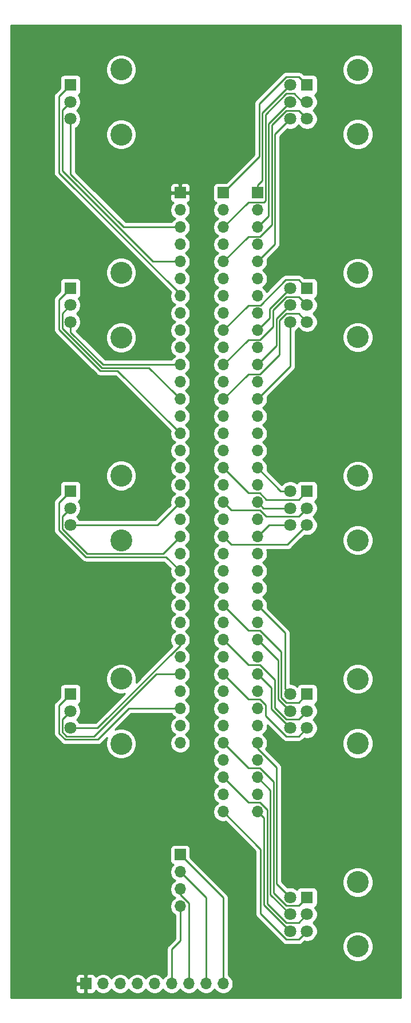
<source format=gbr>
%TF.GenerationSoftware,KiCad,Pcbnew,5.1.6-c6e7f7d~87~ubuntu20.04.1*%
%TF.CreationDate,2020-10-18T20:27:09-04:00*%
%TF.ProjectId,stereoout,73746572-656f-46f7-9574-2e6b69636164,rev?*%
%TF.SameCoordinates,Original*%
%TF.FileFunction,Copper,L1,Top*%
%TF.FilePolarity,Positive*%
%FSLAX46Y46*%
G04 Gerber Fmt 4.6, Leading zero omitted, Abs format (unit mm)*
G04 Created by KiCad (PCBNEW 5.1.6-c6e7f7d~87~ubuntu20.04.1) date 2020-10-18 20:27:09*
%MOMM*%
%LPD*%
G01*
G04 APERTURE LIST*
%TA.AperFunction,ComponentPad*%
%ADD10R,1.800000X1.800000*%
%TD*%
%TA.AperFunction,ComponentPad*%
%ADD11C,1.800000*%
%TD*%
%TA.AperFunction,ComponentPad*%
%ADD12C,3.240000*%
%TD*%
%TA.AperFunction,ComponentPad*%
%ADD13R,1.700000X1.700000*%
%TD*%
%TA.AperFunction,ComponentPad*%
%ADD14O,1.700000X1.700000*%
%TD*%
%TA.AperFunction,Conductor*%
%ADD15C,0.250000*%
%TD*%
%TA.AperFunction,Conductor*%
%ADD16C,0.254000*%
%TD*%
G04 APERTURE END LIST*
D10*
%TO.P,RV6,1*%
%TO.N,/PAN2_1*%
X89500000Y-54500000D03*
D11*
%TO.P,RV6,2*%
%TO.N,/PAN2_2*%
X89500000Y-57000000D03*
%TO.P,RV6,3*%
%TO.N,/PAN2_3*%
X89500000Y-59500000D03*
D12*
%TO.P,RV6,*%
%TO.N,*%
X97000000Y-61750000D03*
X97000000Y-52250000D03*
D11*
%TO.P,RV6,6*%
%TO.N,/PAN2_6*%
X87000000Y-59500000D03*
%TO.P,RV6,5*%
%TO.N,/PAN2_5*%
X87000000Y-57000000D03*
%TO.P,RV6,4*%
%TO.N,/PAN2_4*%
X87000000Y-54500000D03*
%TD*%
D13*
%TO.P,J3,1*%
%TO.N,GND*%
X56770000Y-157260000D03*
D14*
%TO.P,J3,2*%
%TO.N,/IN1*%
X59310000Y-157260000D03*
%TO.P,J3,3*%
%TO.N,/IN2*%
X61850000Y-157260000D03*
%TO.P,J3,4*%
%TO.N,/IN3*%
X64390000Y-157260000D03*
%TO.P,J3,5*%
%TO.N,/IN4*%
X66930000Y-157260000D03*
%TO.P,J3,6*%
%TO.N,/LO*%
X69470000Y-157260000D03*
%TO.P,J3,7*%
%TO.N,/RO*%
X72010000Y-157260000D03*
%TO.P,J3,8*%
%TO.N,/HL*%
X74550000Y-157260000D03*
%TO.P,J3,9*%
%TO.N,/HR*%
X77090000Y-157260000D03*
%TD*%
D10*
%TO.P,RV7,1*%
%TO.N,/PAN3_1*%
X89500000Y-84500000D03*
D11*
%TO.P,RV7,2*%
%TO.N,/PAN3_2*%
X89500000Y-87000000D03*
%TO.P,RV7,3*%
%TO.N,/PAN3_3*%
X89500000Y-89500000D03*
D12*
%TO.P,RV7,*%
%TO.N,*%
X97000000Y-91750000D03*
X97000000Y-82250000D03*
D11*
%TO.P,RV7,6*%
%TO.N,/PAN3_6*%
X87000000Y-89500000D03*
%TO.P,RV7,5*%
%TO.N,/PAN3_5*%
X87000000Y-87000000D03*
%TO.P,RV7,4*%
%TO.N,/PAN3_4*%
X87000000Y-84500000D03*
%TD*%
D10*
%TO.P,RV9,1*%
%TO.N,/HVOL1_1*%
X89500000Y-144500000D03*
D11*
%TO.P,RV9,2*%
%TO.N,/HVOL1_2*%
X89500000Y-147000000D03*
%TO.P,RV9,3*%
%TO.N,/HVOL1_3*%
X89500000Y-149500000D03*
D12*
%TO.P,RV9,*%
%TO.N,*%
X97000000Y-151750000D03*
X97000000Y-142250000D03*
D11*
%TO.P,RV9,6*%
%TO.N,/HVOL1_6*%
X87000000Y-149500000D03*
%TO.P,RV9,5*%
%TO.N,/HVOL1_5*%
X87000000Y-147000000D03*
%TO.P,RV9,4*%
%TO.N,/HVOL1_4*%
X87000000Y-144500000D03*
%TD*%
D13*
%TO.P,J5,1*%
%TO.N,/PAN1_4*%
X82170000Y-40420000D03*
D14*
%TO.P,J5,2*%
%TO.N,Net-(J5-Pad2)*%
X82170000Y-42960000D03*
%TO.P,J5,3*%
%TO.N,/PAN1_5*%
X82170000Y-45500000D03*
%TO.P,J5,4*%
%TO.N,Net-(J5-Pad4)*%
X82170000Y-48040000D03*
%TO.P,J5,5*%
%TO.N,/PAN1_6*%
X82170000Y-50580000D03*
%TO.P,J5,6*%
%TO.N,Net-(J5-Pad6)*%
X82170000Y-53120000D03*
%TO.P,J5,7*%
%TO.N,Net-(J5-Pad7)*%
X82170000Y-55660000D03*
%TO.P,J5,8*%
%TO.N,Net-(J5-Pad8)*%
X82170000Y-58200000D03*
%TO.P,J5,9*%
%TO.N,/PAN2_4*%
X82170000Y-60740000D03*
%TO.P,J5,10*%
%TO.N,Net-(J5-Pad10)*%
X82170000Y-63280000D03*
%TO.P,J5,11*%
%TO.N,/PAN2_5*%
X82170000Y-65820000D03*
%TO.P,J5,12*%
%TO.N,Net-(J5-Pad12)*%
X82170000Y-68360000D03*
%TO.P,J5,13*%
%TO.N,/PAN2_6*%
X82170000Y-70900000D03*
%TO.P,J5,14*%
%TO.N,Net-(J5-Pad14)*%
X82170000Y-73440000D03*
%TO.P,J5,15*%
%TO.N,Net-(J5-Pad15)*%
X82170000Y-75980000D03*
%TO.P,J5,16*%
%TO.N,Net-(J5-Pad16)*%
X82170000Y-78520000D03*
%TO.P,J5,17*%
%TO.N,/PAN3_4*%
X82170000Y-81060000D03*
%TO.P,J5,18*%
%TO.N,Net-(J5-Pad18)*%
X82170000Y-83600000D03*
%TO.P,J5,19*%
%TO.N,/PAN3_5*%
X82170000Y-86140000D03*
%TO.P,J5,20*%
%TO.N,Net-(J5-Pad20)*%
X82170000Y-88680000D03*
%TO.P,J5,21*%
%TO.N,/PAN3_6*%
X82170000Y-91220000D03*
%TO.P,J5,22*%
%TO.N,Net-(J5-Pad22)*%
X82170000Y-93760000D03*
%TO.P,J5,23*%
%TO.N,/PAN4_4*%
X82170000Y-96300000D03*
%TO.P,J5,24*%
%TO.N,Net-(J5-Pad24)*%
X82170000Y-98840000D03*
%TO.P,J5,25*%
%TO.N,/PAN4_5*%
X82170000Y-101380000D03*
%TO.P,J5,26*%
%TO.N,Net-(J5-Pad26)*%
X82170000Y-103920000D03*
%TO.P,J5,27*%
%TO.N,/PAN4_6*%
X82170000Y-106460000D03*
%TO.P,J5,28*%
%TO.N,Net-(J5-Pad28)*%
X82170000Y-109000000D03*
%TO.P,J5,29*%
%TO.N,Net-(J5-Pad29)*%
X82170000Y-111540000D03*
%TO.P,J5,30*%
%TO.N,Net-(J5-Pad30)*%
X82170000Y-114080000D03*
%TO.P,J5,31*%
%TO.N,Net-(J5-Pad31)*%
X82170000Y-116620000D03*
%TO.P,J5,32*%
%TO.N,Net-(J5-Pad32)*%
X82170000Y-119160000D03*
%TO.P,J5,33*%
%TO.N,/HVOL1_4*%
X82170000Y-121700000D03*
%TO.P,J5,34*%
%TO.N,Net-(J5-Pad34)*%
X82170000Y-124240000D03*
%TO.P,J5,35*%
%TO.N,/HVOL1_5*%
X82170000Y-126780000D03*
%TO.P,J5,36*%
%TO.N,Net-(J5-Pad36)*%
X82170000Y-129320000D03*
%TO.P,J5,37*%
%TO.N,/HVOL1_6*%
X82170000Y-131860000D03*
%TD*%
%TO.P,J4,37*%
%TO.N,/HVOL1_3*%
X77090000Y-131860000D03*
%TO.P,J4,36*%
%TO.N,Net-(J4-Pad36)*%
X77090000Y-129320000D03*
%TO.P,J4,35*%
%TO.N,/HVOL1_2*%
X77090000Y-126780000D03*
%TO.P,J4,34*%
%TO.N,Net-(J4-Pad34)*%
X77090000Y-124240000D03*
%TO.P,J4,33*%
%TO.N,/HVOL1_1*%
X77090000Y-121700000D03*
%TO.P,J4,32*%
%TO.N,Net-(J4-Pad32)*%
X77090000Y-119160000D03*
%TO.P,J4,31*%
%TO.N,Net-(J4-Pad31)*%
X77090000Y-116620000D03*
%TO.P,J4,30*%
%TO.N,Net-(J4-Pad30)*%
X77090000Y-114080000D03*
%TO.P,J4,29*%
%TO.N,/PAN4_3*%
X77090000Y-111540000D03*
%TO.P,J4,28*%
%TO.N,Net-(J4-Pad28)*%
X77090000Y-109000000D03*
%TO.P,J4,27*%
%TO.N,/PAN4_2*%
X77090000Y-106460000D03*
%TO.P,J4,26*%
%TO.N,Net-(J4-Pad26)*%
X77090000Y-103920000D03*
%TO.P,J4,25*%
%TO.N,/PAN4_1*%
X77090000Y-101380000D03*
%TO.P,J4,24*%
%TO.N,Net-(J4-Pad24)*%
X77090000Y-98840000D03*
%TO.P,J4,23*%
%TO.N,Net-(J4-Pad23)*%
X77090000Y-96300000D03*
%TO.P,J4,22*%
%TO.N,Net-(J4-Pad22)*%
X77090000Y-93760000D03*
%TO.P,J4,21*%
%TO.N,/PAN3_3*%
X77090000Y-91220000D03*
%TO.P,J4,20*%
%TO.N,Net-(J4-Pad20)*%
X77090000Y-88680000D03*
%TO.P,J4,19*%
%TO.N,/PAN3_2*%
X77090000Y-86140000D03*
%TO.P,J4,18*%
%TO.N,Net-(J4-Pad18)*%
X77090000Y-83600000D03*
%TO.P,J4,17*%
%TO.N,/PAN3_1*%
X77090000Y-81060000D03*
%TO.P,J4,16*%
%TO.N,Net-(J4-Pad16)*%
X77090000Y-78520000D03*
%TO.P,J4,15*%
%TO.N,Net-(J4-Pad15)*%
X77090000Y-75980000D03*
%TO.P,J4,14*%
%TO.N,Net-(J4-Pad14)*%
X77090000Y-73440000D03*
%TO.P,J4,13*%
%TO.N,/PAN2_3*%
X77090000Y-70900000D03*
%TO.P,J4,12*%
%TO.N,Net-(J4-Pad12)*%
X77090000Y-68360000D03*
%TO.P,J4,11*%
%TO.N,/PAN2_2*%
X77090000Y-65820000D03*
%TO.P,J4,10*%
%TO.N,Net-(J4-Pad10)*%
X77090000Y-63280000D03*
%TO.P,J4,9*%
%TO.N,/PAN2_1*%
X77090000Y-60740000D03*
%TO.P,J4,8*%
%TO.N,Net-(J4-Pad8)*%
X77090000Y-58200000D03*
%TO.P,J4,7*%
%TO.N,Net-(J4-Pad7)*%
X77090000Y-55660000D03*
%TO.P,J4,6*%
%TO.N,Net-(J4-Pad6)*%
X77090000Y-53120000D03*
%TO.P,J4,5*%
%TO.N,/PAN1_3*%
X77090000Y-50580000D03*
%TO.P,J4,4*%
%TO.N,Net-(J4-Pad4)*%
X77090000Y-48040000D03*
%TO.P,J4,3*%
%TO.N,/PAN1_2*%
X77090000Y-45500000D03*
%TO.P,J4,2*%
%TO.N,Net-(J4-Pad2)*%
X77090000Y-42960000D03*
D13*
%TO.P,J4,1*%
%TO.N,/PAN1_1*%
X77090000Y-40420000D03*
%TD*%
D10*
%TO.P,RV1,1*%
%TO.N,/LEV1_3*%
X54500000Y-24500000D03*
D11*
%TO.P,RV1,2*%
%TO.N,/LEV1_2*%
X54500000Y-27000000D03*
%TO.P,RV1,3*%
%TO.N,/LEV1_1*%
X54500000Y-29500000D03*
D12*
%TO.P,RV1,*%
%TO.N,*%
X62000000Y-31800000D03*
X62000000Y-22200000D03*
%TD*%
D14*
%TO.P,J1,33*%
%TO.N,/IN4*%
X70740000Y-121700000D03*
%TO.P,J1,32*%
%TO.N,Net-(J1-Pad32)*%
X70740000Y-119160000D03*
%TO.P,J1,31*%
%TO.N,/LEV4_3*%
X70740000Y-116620000D03*
%TO.P,J1,30*%
%TO.N,Net-(J1-Pad30)*%
X70740000Y-114080000D03*
%TO.P,J1,29*%
%TO.N,/LEV4_2*%
X70740000Y-111540000D03*
%TO.P,J1,28*%
%TO.N,Net-(J1-Pad28)*%
X70740000Y-109000000D03*
%TO.P,J1,27*%
%TO.N,/LEV4_1*%
X70740000Y-106460000D03*
%TO.P,J1,26*%
%TO.N,Net-(J1-Pad26)*%
X70740000Y-103920000D03*
%TO.P,J1,25*%
%TO.N,/IN3*%
X70740000Y-101380000D03*
%TO.P,J1,24*%
%TO.N,Net-(J1-Pad24)*%
X70740000Y-98840000D03*
%TO.P,J1,23*%
%TO.N,/LEV3_3*%
X70740000Y-96300000D03*
%TO.P,J1,22*%
%TO.N,Net-(J1-Pad22)*%
X70740000Y-93760000D03*
%TO.P,J1,21*%
%TO.N,/LEV3_2*%
X70740000Y-91220000D03*
%TO.P,J1,20*%
%TO.N,Net-(J1-Pad20)*%
X70740000Y-88680000D03*
%TO.P,J1,19*%
%TO.N,/LEV3_1*%
X70740000Y-86140000D03*
%TO.P,J1,18*%
%TO.N,Net-(J1-Pad18)*%
X70740000Y-83600000D03*
%TO.P,J1,17*%
%TO.N,/IN2*%
X70740000Y-81060000D03*
%TO.P,J1,16*%
%TO.N,Net-(J1-Pad16)*%
X70740000Y-78520000D03*
%TO.P,J1,15*%
%TO.N,/LEV2_3*%
X70740000Y-75980000D03*
%TO.P,J1,14*%
%TO.N,Net-(J1-Pad14)*%
X70740000Y-73440000D03*
%TO.P,J1,13*%
%TO.N,/LEV2_2*%
X70740000Y-70900000D03*
%TO.P,J1,12*%
%TO.N,Net-(J1-Pad12)*%
X70740000Y-68360000D03*
%TO.P,J1,11*%
%TO.N,/LEV2_1*%
X70740000Y-65820000D03*
%TO.P,J1,10*%
%TO.N,Net-(J1-Pad10)*%
X70740000Y-63280000D03*
%TO.P,J1,9*%
%TO.N,/IN1*%
X70740000Y-60740000D03*
%TO.P,J1,8*%
%TO.N,Net-(J1-Pad8)*%
X70740000Y-58200000D03*
%TO.P,J1,7*%
%TO.N,/LEV1_3*%
X70740000Y-55660000D03*
%TO.P,J1,6*%
%TO.N,Net-(J1-Pad6)*%
X70740000Y-53120000D03*
%TO.P,J1,5*%
%TO.N,/LEV1_2*%
X70740000Y-50580000D03*
%TO.P,J1,4*%
%TO.N,Net-(J1-Pad4)*%
X70740000Y-48040000D03*
%TO.P,J1,3*%
%TO.N,/LEV1_1*%
X70740000Y-45500000D03*
%TO.P,J1,2*%
%TO.N,Net-(J1-Pad2)*%
X70740000Y-42960000D03*
D13*
%TO.P,J1,1*%
%TO.N,GND*%
X70740000Y-40420000D03*
%TD*%
D14*
%TO.P,J2,4*%
%TO.N,/LO*%
X70740000Y-145830000D03*
%TO.P,J2,3*%
%TO.N,/RO*%
X70740000Y-143290000D03*
%TO.P,J2,2*%
%TO.N,/HL*%
X70740000Y-140750000D03*
D13*
%TO.P,J2,1*%
%TO.N,/HR*%
X70740000Y-138210000D03*
%TD*%
D12*
%TO.P,RV2,*%
%TO.N,*%
X62000000Y-52200000D03*
X62000000Y-61800000D03*
D11*
%TO.P,RV2,3*%
%TO.N,/LEV2_1*%
X54500000Y-59500000D03*
%TO.P,RV2,2*%
%TO.N,/LEV2_2*%
X54500000Y-57000000D03*
D10*
%TO.P,RV2,1*%
%TO.N,/LEV2_3*%
X54500000Y-54500000D03*
%TD*%
%TO.P,RV5,1*%
%TO.N,/PAN1_1*%
X89500000Y-24500000D03*
D11*
%TO.P,RV5,2*%
%TO.N,/PAN1_2*%
X89500000Y-27000000D03*
%TO.P,RV5,3*%
%TO.N,/PAN1_3*%
X89500000Y-29500000D03*
D12*
%TO.P,RV5,*%
%TO.N,*%
X97000000Y-31750000D03*
X97000000Y-22250000D03*
D11*
%TO.P,RV5,6*%
%TO.N,/PAN1_6*%
X87000000Y-29500000D03*
%TO.P,RV5,5*%
%TO.N,/PAN1_5*%
X87000000Y-27000000D03*
%TO.P,RV5,4*%
%TO.N,/PAN1_4*%
X87000000Y-24500000D03*
%TD*%
D12*
%TO.P,RV4,*%
%TO.N,*%
X62000000Y-112200000D03*
X62000000Y-121800000D03*
D11*
%TO.P,RV4,3*%
%TO.N,/LEV4_1*%
X54500000Y-119500000D03*
%TO.P,RV4,2*%
%TO.N,/LEV4_2*%
X54500000Y-117000000D03*
D10*
%TO.P,RV4,1*%
%TO.N,/LEV4_3*%
X54500000Y-114500000D03*
%TD*%
%TO.P,RV8,1*%
%TO.N,/PAN4_1*%
X89500000Y-114500000D03*
D11*
%TO.P,RV8,2*%
%TO.N,/PAN4_2*%
X89500000Y-117000000D03*
%TO.P,RV8,3*%
%TO.N,/PAN4_3*%
X89500000Y-119500000D03*
D12*
%TO.P,RV8,*%
%TO.N,*%
X97000000Y-121750000D03*
X97000000Y-112250000D03*
D11*
%TO.P,RV8,6*%
%TO.N,Net-(J5-Pad29)*%
X87000000Y-119500000D03*
%TO.P,RV8,5*%
%TO.N,/PAN4_6*%
X87000000Y-117000000D03*
%TO.P,RV8,4*%
%TO.N,/PAN4_5*%
X87000000Y-114500000D03*
%TD*%
D12*
%TO.P,RV3,*%
%TO.N,*%
X62000000Y-82200000D03*
X62000000Y-91800000D03*
D11*
%TO.P,RV3,3*%
%TO.N,/LEV3_1*%
X54500000Y-89500000D03*
%TO.P,RV3,2*%
%TO.N,/LEV3_2*%
X54500000Y-87000000D03*
D10*
%TO.P,RV3,1*%
%TO.N,/LEV3_3*%
X54500000Y-84500000D03*
%TD*%
D15*
%TO.N,/LEV4_3*%
X52824990Y-120274402D02*
X53725599Y-121175011D01*
X58564989Y-121175011D02*
X63120000Y-116620000D01*
X63120000Y-116620000D02*
X70740000Y-116620000D01*
X54500000Y-114500000D02*
X52824990Y-116175010D01*
X53725599Y-121175011D02*
X58564989Y-121175011D01*
X52824990Y-116175010D02*
X52824990Y-120274402D01*
%TO.N,/LEV4_2*%
X53274999Y-120088001D02*
X53911999Y-120725001D01*
X53911999Y-120725001D02*
X57998999Y-120725001D01*
X57998999Y-120725001D02*
X67184000Y-111540000D01*
X67184000Y-111540000D02*
X70740000Y-111540000D01*
X53274999Y-118225001D02*
X53274999Y-120088001D01*
X54500000Y-117000000D02*
X53274999Y-118225001D01*
%TO.N,/LEV4_1*%
X58500998Y-119500000D02*
X70740000Y-107260998D01*
X54500000Y-119500000D02*
X58500998Y-119500000D01*
X70740000Y-107260998D02*
X70740000Y-106460000D01*
%TO.N,/LEV3_3*%
X52824990Y-86175010D02*
X52824990Y-90274402D01*
X52824990Y-90274402D02*
X56750588Y-94200000D01*
X54500000Y-84500000D02*
X52824990Y-86175010D01*
X56750588Y-94200000D02*
X68640000Y-94200000D01*
X68640000Y-94200000D02*
X70740000Y-96300000D01*
%TO.N,/LEV3_2*%
X54500000Y-87000000D02*
X53274999Y-88225001D01*
X53274999Y-88225001D02*
X53274999Y-90088001D01*
X68214999Y-93745001D02*
X70740000Y-91220000D01*
X56931999Y-93745001D02*
X68214999Y-93745001D01*
X53274999Y-90088001D02*
X56931999Y-93745001D01*
%TO.N,/LEV3_1*%
X54500000Y-89500000D02*
X67380000Y-89500000D01*
X67380000Y-89500000D02*
X70740000Y-86140000D01*
%TO.N,/LEV2_3*%
X54500000Y-54500000D02*
X52824990Y-56175010D01*
X61480022Y-66720022D02*
X69890001Y-75130001D01*
X58937200Y-66720022D02*
X61480022Y-66720022D01*
X52824990Y-56175010D02*
X52824990Y-60607812D01*
X69890001Y-75130001D02*
X70740000Y-75980000D01*
X52824990Y-60607812D02*
X58937200Y-66720022D01*
%TO.N,/LEV2_2*%
X54500000Y-57000000D02*
X53274999Y-58225001D01*
X66110011Y-66270011D02*
X69890001Y-70050001D01*
X53274999Y-58225001D02*
X53274999Y-60421410D01*
X53274999Y-60421410D02*
X59123600Y-66270011D01*
X59123600Y-66270011D02*
X66110011Y-66270011D01*
X69890001Y-70050001D02*
X70740000Y-70900000D01*
%TO.N,/LEV2_1*%
X54500000Y-61010000D02*
X59310000Y-65820000D01*
X59310000Y-65820000D02*
X70740000Y-65820000D01*
X54500000Y-59500000D02*
X54500000Y-61010000D01*
%TO.N,/LEV1_3*%
X52824990Y-26175010D02*
X52824990Y-37490990D01*
X52824990Y-37490990D02*
X70740000Y-55406000D01*
X54500000Y-24500000D02*
X52824990Y-26175010D01*
X70740000Y-55406000D02*
X70740000Y-55660000D01*
%TO.N,/LEV1_2*%
X53274999Y-37178999D02*
X66676000Y-50580000D01*
X54500000Y-27000000D02*
X53274999Y-28225001D01*
X53274999Y-28225001D02*
X53274999Y-37178999D01*
X66676000Y-50580000D02*
X70740000Y-50580000D01*
%TO.N,/LEV1_1*%
X54500000Y-29500000D02*
X54500000Y-37642000D01*
X54500000Y-37642000D02*
X62358000Y-45500000D01*
X62358000Y-45500000D02*
X70740000Y-45500000D01*
%TO.N,/LO*%
X70740000Y-145830000D02*
X70740000Y-150910000D01*
X69470000Y-157260000D02*
X69470000Y-152180000D01*
X70740000Y-150910000D02*
X69470000Y-152180000D01*
%TO.N,/RO*%
X70740000Y-144090998D02*
X70740000Y-143290000D01*
X72010000Y-145360998D02*
X70740000Y-144090998D01*
X72010000Y-157260000D02*
X72010000Y-145360998D01*
%TO.N,/HL*%
X74550000Y-144560000D02*
X70740000Y-140750000D01*
X74550000Y-157260000D02*
X74550000Y-144560000D01*
%TO.N,/HR*%
X70740000Y-138210000D02*
X77090000Y-144560000D01*
X77090000Y-157260000D02*
X77090000Y-152180000D01*
X77090000Y-144560000D02*
X77090000Y-152180000D01*
%TO.N,/HVOL1_3*%
X82600000Y-146913002D02*
X82600000Y-137370000D01*
X82600000Y-137370000D02*
X77090000Y-131860000D01*
X86411999Y-150725001D02*
X82600000Y-146913002D01*
X89500000Y-149500000D02*
X88274999Y-150725001D01*
X88274999Y-150725001D02*
X86411999Y-150725001D01*
%TO.N,/HVOL1_2*%
X80805001Y-130495001D02*
X77090000Y-126780000D01*
X89500000Y-147000000D02*
X88274999Y-148225001D01*
X88274999Y-148225001D02*
X86411999Y-148225001D01*
X83600000Y-131550998D02*
X82544003Y-130495001D01*
X86411999Y-148225001D02*
X83600000Y-145413002D01*
X82544003Y-130495001D02*
X80805001Y-130495001D01*
X83600000Y-145413002D02*
X83600000Y-131550998D01*
%TO.N,/HVOL1_1*%
X88274999Y-145725001D02*
X86411999Y-145725001D01*
X89500000Y-144500000D02*
X88274999Y-145725001D01*
X86411999Y-145725001D02*
X84513989Y-143826991D01*
X84513989Y-127384987D02*
X82544003Y-125415001D01*
X82544003Y-125415001D02*
X80805001Y-125415001D01*
X80805001Y-125415001D02*
X77090000Y-121700000D01*
X84513989Y-143826991D02*
X84513989Y-127384987D01*
%TO.N,/PAN4_3*%
X89500000Y-119500000D02*
X88274999Y-120725001D01*
X82544003Y-115255001D02*
X80805001Y-115255001D01*
X80805001Y-115255001D02*
X77090000Y-111540000D01*
X88274999Y-120725001D02*
X86411999Y-120725001D01*
X83345001Y-117658003D02*
X83345001Y-116055999D01*
X83345001Y-116055999D02*
X82544003Y-115255001D01*
X86411999Y-120725001D02*
X83345001Y-117658003D01*
%TO.N,/PAN4_2*%
X82544003Y-110175001D02*
X80805001Y-110175001D01*
X80805001Y-110175001D02*
X77090000Y-106460000D01*
X89500000Y-117000000D02*
X88274999Y-118225001D01*
X86411999Y-118225001D02*
X84710000Y-116523002D01*
X88274999Y-118225001D02*
X86411999Y-118225001D01*
X84710000Y-112340998D02*
X82544003Y-110175001D01*
X84710000Y-116523002D02*
X84710000Y-112340998D01*
%TO.N,/PAN4_1*%
X89500000Y-114500000D02*
X88274999Y-115725001D01*
X82544003Y-105095001D02*
X80805001Y-105095001D01*
X85668010Y-114981012D02*
X85668010Y-108219008D01*
X85668010Y-108219008D02*
X82544003Y-105095001D01*
X88274999Y-115725001D02*
X86411999Y-115725001D01*
X80805001Y-105095001D02*
X77090000Y-101380000D01*
X86411999Y-115725001D02*
X85668010Y-114981012D01*
%TO.N,/PAN3_3*%
X78265001Y-92395001D02*
X77090000Y-91220000D01*
X89500000Y-89500000D02*
X86604999Y-92395001D01*
X86604999Y-92395001D02*
X78265001Y-92395001D01*
%TO.N,/PAN3_2*%
X83454003Y-88225001D02*
X82544003Y-87315001D01*
X82544003Y-87315001D02*
X78265001Y-87315001D01*
X89500000Y-87000000D02*
X88274999Y-88225001D01*
X78265001Y-87315001D02*
X77090000Y-86140000D01*
X88274999Y-88225001D02*
X83454003Y-88225001D01*
%TO.N,/PAN3_1*%
X82544003Y-84775001D02*
X80805001Y-84775001D01*
X88274999Y-85725001D02*
X83494003Y-85725001D01*
X89500000Y-84500000D02*
X88274999Y-85725001D01*
X83494003Y-85725001D02*
X82544003Y-84775001D01*
X80805001Y-84775001D02*
X77090000Y-81060000D01*
%TO.N,/PAN2_3*%
X89500000Y-59500000D02*
X88274999Y-58274999D01*
X88274999Y-58274999D02*
X86411999Y-58274999D01*
X80805001Y-67184999D02*
X77090000Y-70900000D01*
X85414010Y-64314992D02*
X82544003Y-67184999D01*
X82544003Y-67184999D02*
X80805001Y-67184999D01*
X86411999Y-58274999D02*
X85414010Y-59272988D01*
X85414010Y-59272988D02*
X85414010Y-64314992D01*
%TO.N,/PAN2_2*%
X84456000Y-60193002D02*
X82544003Y-62104999D01*
X80805001Y-62104999D02*
X77090000Y-65820000D01*
X82544003Y-62104999D02*
X80805001Y-62104999D01*
X84456000Y-57730998D02*
X84456000Y-60193002D01*
X86411999Y-55774999D02*
X84456000Y-57730998D01*
X88274999Y-55774999D02*
X86411999Y-55774999D01*
X89500000Y-57000000D02*
X88274999Y-55774999D01*
%TO.N,/PAN2_1*%
X82583001Y-57024999D02*
X80805001Y-57024999D01*
X80805001Y-57024999D02*
X77090000Y-60740000D01*
X88274999Y-53274999D02*
X86333001Y-53274999D01*
X89500000Y-54500000D02*
X88274999Y-53274999D01*
X86333001Y-53274999D02*
X82583001Y-57024999D01*
%TO.N,/PAN1_3*%
X88274999Y-28274999D02*
X86411999Y-28274999D01*
X86411999Y-28274999D02*
X84259989Y-30427009D01*
X80805001Y-46864999D02*
X77090000Y-50580000D01*
X89500000Y-29500000D02*
X88274999Y-28274999D01*
X82544003Y-46864999D02*
X80805001Y-46864999D01*
X84259989Y-30427009D02*
X84259989Y-45149013D01*
X84259989Y-45149013D02*
X82544003Y-46864999D01*
%TO.N,/PAN1_2*%
X88813002Y-27000000D02*
X87588001Y-25774999D01*
X86411999Y-25774999D02*
X83345001Y-28841997D01*
X83090003Y-41784999D02*
X80805001Y-41784999D01*
X83345001Y-28841997D02*
X83345001Y-41530001D01*
X87588001Y-25774999D02*
X86411999Y-25774999D01*
X83345001Y-41530001D02*
X83090003Y-41784999D01*
X80805001Y-41784999D02*
X77090000Y-45500000D01*
X89500000Y-27000000D02*
X88813002Y-27000000D01*
%TO.N,/PAN1_1*%
X86411999Y-23274999D02*
X82424000Y-27262998D01*
X89500000Y-24500000D02*
X88274999Y-23274999D01*
X82424000Y-27262998D02*
X82424000Y-35086000D01*
X82424000Y-35086000D02*
X77090000Y-40420000D01*
X88274999Y-23274999D02*
X86411999Y-23274999D01*
%TO.N,/HVOL1_6*%
X83100000Y-145600000D02*
X83100000Y-132790000D01*
X83100000Y-132790000D02*
X82170000Y-131860000D01*
X87000000Y-149500000D02*
X83100000Y-145600000D01*
%TO.N,/HVOL1_5*%
X87000000Y-147000000D02*
X84063978Y-144063978D01*
X84063978Y-128673978D02*
X82170000Y-126780000D01*
X84063978Y-144063978D02*
X84063978Y-128673978D01*
%TO.N,/HVOL1_4*%
X82170000Y-122500998D02*
X82170000Y-121700000D01*
X84964000Y-125294998D02*
X82170000Y-122500998D01*
X84964000Y-142464000D02*
X84964000Y-125294998D01*
X87000000Y-144500000D02*
X84964000Y-142464000D01*
%TO.N,/PAN4_6*%
X85218000Y-109508000D02*
X82170000Y-106460000D01*
X87000000Y-117000000D02*
X85218000Y-115218000D01*
X85218000Y-115218000D02*
X85218000Y-109508000D01*
%TO.N,/PAN4_5*%
X87000000Y-114500000D02*
X86234000Y-113734000D01*
X86234000Y-113734000D02*
X86234000Y-105444000D01*
X86234000Y-105444000D02*
X82170000Y-101380000D01*
%TO.N,/PAN3_6*%
X83890000Y-89500000D02*
X82170000Y-91220000D01*
X87000000Y-89500000D02*
X83890000Y-89500000D01*
%TO.N,/PAN3_5*%
X87000000Y-87000000D02*
X83030000Y-87000000D01*
X83030000Y-87000000D02*
X82170000Y-86140000D01*
%TO.N,/PAN3_4*%
X87000000Y-84500000D02*
X85610000Y-84500000D01*
X85610000Y-84500000D02*
X82170000Y-81060000D01*
%TO.N,/PAN2_6*%
X87000000Y-59500000D02*
X87000000Y-66070000D01*
X87000000Y-66070000D02*
X82170000Y-70900000D01*
%TO.N,/PAN2_5*%
X84964000Y-63026000D02*
X82170000Y-65820000D01*
X84964000Y-59036000D02*
X84964000Y-63026000D01*
X87000000Y-57000000D02*
X84964000Y-59036000D01*
%TO.N,/PAN2_4*%
X87000000Y-54500000D02*
X83948000Y-57552000D01*
X83948000Y-57552000D02*
X83948000Y-58962000D01*
X83948000Y-58962000D02*
X82170000Y-60740000D01*
%TO.N,/PAN1_6*%
X84710000Y-31790000D02*
X84710000Y-48040000D01*
X84710000Y-48040000D02*
X82170000Y-50580000D01*
X87000000Y-29500000D02*
X84710000Y-31790000D01*
%TO.N,/PAN1_5*%
X83809978Y-43860022D02*
X82170000Y-45500000D01*
X83809978Y-30190022D02*
X83809978Y-43860022D01*
X87000000Y-27000000D02*
X83809978Y-30190022D01*
%TO.N,/PAN1_4*%
X82874011Y-38615989D02*
X82170000Y-39320000D01*
X82874011Y-28625989D02*
X82874011Y-38615989D01*
X82170000Y-39320000D02*
X82170000Y-40420000D01*
X87000000Y-24500000D02*
X82874011Y-28625989D01*
%TO.N,Net-(J5-Pad29)*%
X84202000Y-113572000D02*
X82170000Y-111540000D01*
X84202000Y-116702000D02*
X84202000Y-113572000D01*
X87000000Y-119500000D02*
X84202000Y-116702000D01*
%TD*%
D16*
%TO.N,GND*%
G36*
X103340001Y-159340000D02*
G01*
X45660000Y-159340000D01*
X45660000Y-158110000D01*
X55281928Y-158110000D01*
X55294188Y-158234482D01*
X55330498Y-158354180D01*
X55389463Y-158464494D01*
X55468815Y-158561185D01*
X55565506Y-158640537D01*
X55675820Y-158699502D01*
X55795518Y-158735812D01*
X55920000Y-158748072D01*
X56484250Y-158745000D01*
X56643000Y-158586250D01*
X56643000Y-157387000D01*
X55443750Y-157387000D01*
X55285000Y-157545750D01*
X55281928Y-158110000D01*
X45660000Y-158110000D01*
X45660000Y-156410000D01*
X55281928Y-156410000D01*
X55285000Y-156974250D01*
X55443750Y-157133000D01*
X56643000Y-157133000D01*
X56643000Y-155933750D01*
X56897000Y-155933750D01*
X56897000Y-157133000D01*
X56917000Y-157133000D01*
X56917000Y-157387000D01*
X56897000Y-157387000D01*
X56897000Y-158586250D01*
X57055750Y-158745000D01*
X57620000Y-158748072D01*
X57744482Y-158735812D01*
X57864180Y-158699502D01*
X57974494Y-158640537D01*
X58071185Y-158561185D01*
X58150537Y-158464494D01*
X58209502Y-158354180D01*
X58231513Y-158281620D01*
X58363368Y-158413475D01*
X58606589Y-158575990D01*
X58876842Y-158687932D01*
X59163740Y-158745000D01*
X59456260Y-158745000D01*
X59743158Y-158687932D01*
X60013411Y-158575990D01*
X60256632Y-158413475D01*
X60463475Y-158206632D01*
X60580000Y-158032240D01*
X60696525Y-158206632D01*
X60903368Y-158413475D01*
X61146589Y-158575990D01*
X61416842Y-158687932D01*
X61703740Y-158745000D01*
X61996260Y-158745000D01*
X62283158Y-158687932D01*
X62553411Y-158575990D01*
X62796632Y-158413475D01*
X63003475Y-158206632D01*
X63120000Y-158032240D01*
X63236525Y-158206632D01*
X63443368Y-158413475D01*
X63686589Y-158575990D01*
X63956842Y-158687932D01*
X64243740Y-158745000D01*
X64536260Y-158745000D01*
X64823158Y-158687932D01*
X65093411Y-158575990D01*
X65336632Y-158413475D01*
X65543475Y-158206632D01*
X65660000Y-158032240D01*
X65776525Y-158206632D01*
X65983368Y-158413475D01*
X66226589Y-158575990D01*
X66496842Y-158687932D01*
X66783740Y-158745000D01*
X67076260Y-158745000D01*
X67363158Y-158687932D01*
X67633411Y-158575990D01*
X67876632Y-158413475D01*
X68083475Y-158206632D01*
X68200000Y-158032240D01*
X68316525Y-158206632D01*
X68523368Y-158413475D01*
X68766589Y-158575990D01*
X69036842Y-158687932D01*
X69323740Y-158745000D01*
X69616260Y-158745000D01*
X69903158Y-158687932D01*
X70173411Y-158575990D01*
X70416632Y-158413475D01*
X70623475Y-158206632D01*
X70740000Y-158032240D01*
X70856525Y-158206632D01*
X71063368Y-158413475D01*
X71306589Y-158575990D01*
X71576842Y-158687932D01*
X71863740Y-158745000D01*
X72156260Y-158745000D01*
X72443158Y-158687932D01*
X72713411Y-158575990D01*
X72956632Y-158413475D01*
X73163475Y-158206632D01*
X73280000Y-158032240D01*
X73396525Y-158206632D01*
X73603368Y-158413475D01*
X73846589Y-158575990D01*
X74116842Y-158687932D01*
X74403740Y-158745000D01*
X74696260Y-158745000D01*
X74983158Y-158687932D01*
X75253411Y-158575990D01*
X75496632Y-158413475D01*
X75703475Y-158206632D01*
X75820000Y-158032240D01*
X75936525Y-158206632D01*
X76143368Y-158413475D01*
X76386589Y-158575990D01*
X76656842Y-158687932D01*
X76943740Y-158745000D01*
X77236260Y-158745000D01*
X77523158Y-158687932D01*
X77793411Y-158575990D01*
X78036632Y-158413475D01*
X78243475Y-158206632D01*
X78405990Y-157963411D01*
X78517932Y-157693158D01*
X78575000Y-157406260D01*
X78575000Y-157113740D01*
X78517932Y-156826842D01*
X78405990Y-156556589D01*
X78243475Y-156313368D01*
X78036632Y-156106525D01*
X77850000Y-155981822D01*
X77850000Y-151527902D01*
X94745000Y-151527902D01*
X94745000Y-151972098D01*
X94831658Y-152407759D01*
X95001645Y-152818143D01*
X95248427Y-153187479D01*
X95562521Y-153501573D01*
X95931857Y-153748355D01*
X96342241Y-153918342D01*
X96777902Y-154005000D01*
X97222098Y-154005000D01*
X97657759Y-153918342D01*
X98068143Y-153748355D01*
X98437479Y-153501573D01*
X98751573Y-153187479D01*
X98998355Y-152818143D01*
X99168342Y-152407759D01*
X99255000Y-151972098D01*
X99255000Y-151527902D01*
X99168342Y-151092241D01*
X98998355Y-150681857D01*
X98751573Y-150312521D01*
X98437479Y-149998427D01*
X98068143Y-149751645D01*
X97657759Y-149581658D01*
X97222098Y-149495000D01*
X96777902Y-149495000D01*
X96342241Y-149581658D01*
X95931857Y-149751645D01*
X95562521Y-149998427D01*
X95248427Y-150312521D01*
X95001645Y-150681857D01*
X94831658Y-151092241D01*
X94745000Y-151527902D01*
X77850000Y-151527902D01*
X77850000Y-144597321D01*
X77853676Y-144559999D01*
X77850000Y-144522676D01*
X77850000Y-144522667D01*
X77839003Y-144411014D01*
X77795546Y-144267753D01*
X77780703Y-144239984D01*
X77724974Y-144135723D01*
X77653799Y-144048997D01*
X77630001Y-144019999D01*
X77601004Y-143996202D01*
X72228072Y-138623271D01*
X72228072Y-137360000D01*
X72215812Y-137235518D01*
X72179502Y-137115820D01*
X72120537Y-137005506D01*
X72041185Y-136908815D01*
X71944494Y-136829463D01*
X71834180Y-136770498D01*
X71714482Y-136734188D01*
X71590000Y-136721928D01*
X69890000Y-136721928D01*
X69765518Y-136734188D01*
X69645820Y-136770498D01*
X69535506Y-136829463D01*
X69438815Y-136908815D01*
X69359463Y-137005506D01*
X69300498Y-137115820D01*
X69264188Y-137235518D01*
X69251928Y-137360000D01*
X69251928Y-139060000D01*
X69264188Y-139184482D01*
X69300498Y-139304180D01*
X69359463Y-139414494D01*
X69438815Y-139511185D01*
X69535506Y-139590537D01*
X69645820Y-139649502D01*
X69718380Y-139671513D01*
X69586525Y-139803368D01*
X69424010Y-140046589D01*
X69312068Y-140316842D01*
X69255000Y-140603740D01*
X69255000Y-140896260D01*
X69312068Y-141183158D01*
X69424010Y-141453411D01*
X69586525Y-141696632D01*
X69793368Y-141903475D01*
X69967760Y-142020000D01*
X69793368Y-142136525D01*
X69586525Y-142343368D01*
X69424010Y-142586589D01*
X69312068Y-142856842D01*
X69255000Y-143143740D01*
X69255000Y-143436260D01*
X69312068Y-143723158D01*
X69424010Y-143993411D01*
X69586525Y-144236632D01*
X69793368Y-144443475D01*
X69967760Y-144560000D01*
X69793368Y-144676525D01*
X69586525Y-144883368D01*
X69424010Y-145126589D01*
X69312068Y-145396842D01*
X69255000Y-145683740D01*
X69255000Y-145976260D01*
X69312068Y-146263158D01*
X69424010Y-146533411D01*
X69586525Y-146776632D01*
X69793368Y-146983475D01*
X69980000Y-147108179D01*
X69980001Y-150595197D01*
X68958998Y-151616201D01*
X68930000Y-151639999D01*
X68906202Y-151668997D01*
X68906201Y-151668998D01*
X68835026Y-151755724D01*
X68764454Y-151887754D01*
X68720998Y-152031015D01*
X68706324Y-152180000D01*
X68710001Y-152217332D01*
X68710000Y-155981821D01*
X68523368Y-156106525D01*
X68316525Y-156313368D01*
X68200000Y-156487760D01*
X68083475Y-156313368D01*
X67876632Y-156106525D01*
X67633411Y-155944010D01*
X67363158Y-155832068D01*
X67076260Y-155775000D01*
X66783740Y-155775000D01*
X66496842Y-155832068D01*
X66226589Y-155944010D01*
X65983368Y-156106525D01*
X65776525Y-156313368D01*
X65660000Y-156487760D01*
X65543475Y-156313368D01*
X65336632Y-156106525D01*
X65093411Y-155944010D01*
X64823158Y-155832068D01*
X64536260Y-155775000D01*
X64243740Y-155775000D01*
X63956842Y-155832068D01*
X63686589Y-155944010D01*
X63443368Y-156106525D01*
X63236525Y-156313368D01*
X63120000Y-156487760D01*
X63003475Y-156313368D01*
X62796632Y-156106525D01*
X62553411Y-155944010D01*
X62283158Y-155832068D01*
X61996260Y-155775000D01*
X61703740Y-155775000D01*
X61416842Y-155832068D01*
X61146589Y-155944010D01*
X60903368Y-156106525D01*
X60696525Y-156313368D01*
X60580000Y-156487760D01*
X60463475Y-156313368D01*
X60256632Y-156106525D01*
X60013411Y-155944010D01*
X59743158Y-155832068D01*
X59456260Y-155775000D01*
X59163740Y-155775000D01*
X58876842Y-155832068D01*
X58606589Y-155944010D01*
X58363368Y-156106525D01*
X58231513Y-156238380D01*
X58209502Y-156165820D01*
X58150537Y-156055506D01*
X58071185Y-155958815D01*
X57974494Y-155879463D01*
X57864180Y-155820498D01*
X57744482Y-155784188D01*
X57620000Y-155771928D01*
X57055750Y-155775000D01*
X56897000Y-155933750D01*
X56643000Y-155933750D01*
X56484250Y-155775000D01*
X55920000Y-155771928D01*
X55795518Y-155784188D01*
X55675820Y-155820498D01*
X55565506Y-155879463D01*
X55468815Y-155958815D01*
X55389463Y-156055506D01*
X55330498Y-156165820D01*
X55294188Y-156285518D01*
X55281928Y-156410000D01*
X45660000Y-156410000D01*
X45660000Y-81977902D01*
X59745000Y-81977902D01*
X59745000Y-82422098D01*
X59831658Y-82857759D01*
X60001645Y-83268143D01*
X60248427Y-83637479D01*
X60562521Y-83951573D01*
X60931857Y-84198355D01*
X61342241Y-84368342D01*
X61777902Y-84455000D01*
X62222098Y-84455000D01*
X62657759Y-84368342D01*
X63068143Y-84198355D01*
X63437479Y-83951573D01*
X63751573Y-83637479D01*
X63998355Y-83268143D01*
X64168342Y-82857759D01*
X64255000Y-82422098D01*
X64255000Y-81977902D01*
X64168342Y-81542241D01*
X63998355Y-81131857D01*
X63751573Y-80762521D01*
X63437479Y-80448427D01*
X63068143Y-80201645D01*
X62657759Y-80031658D01*
X62222098Y-79945000D01*
X61777902Y-79945000D01*
X61342241Y-80031658D01*
X60931857Y-80201645D01*
X60562521Y-80448427D01*
X60248427Y-80762521D01*
X60001645Y-81131857D01*
X59831658Y-81542241D01*
X59745000Y-81977902D01*
X45660000Y-81977902D01*
X45660000Y-51977902D01*
X59745000Y-51977902D01*
X59745000Y-52422098D01*
X59831658Y-52857759D01*
X60001645Y-53268143D01*
X60248427Y-53637479D01*
X60562521Y-53951573D01*
X60931857Y-54198355D01*
X61342241Y-54368342D01*
X61777902Y-54455000D01*
X62222098Y-54455000D01*
X62657759Y-54368342D01*
X63068143Y-54198355D01*
X63437479Y-53951573D01*
X63751573Y-53637479D01*
X63998355Y-53268143D01*
X64168342Y-52857759D01*
X64255000Y-52422098D01*
X64255000Y-51977902D01*
X64168342Y-51542241D01*
X63998355Y-51131857D01*
X63751573Y-50762521D01*
X63437479Y-50448427D01*
X63068143Y-50201645D01*
X62657759Y-50031658D01*
X62222098Y-49945000D01*
X61777902Y-49945000D01*
X61342241Y-50031658D01*
X60931857Y-50201645D01*
X60562521Y-50448427D01*
X60248427Y-50762521D01*
X60001645Y-51131857D01*
X59831658Y-51542241D01*
X59745000Y-51977902D01*
X45660000Y-51977902D01*
X45660000Y-26175010D01*
X52061314Y-26175010D01*
X52064990Y-26212332D01*
X52064991Y-37453658D01*
X52061314Y-37490990D01*
X52075988Y-37639975D01*
X52119444Y-37783236D01*
X52190016Y-37915266D01*
X52261191Y-38001992D01*
X52284990Y-38030991D01*
X52313988Y-38054789D01*
X69363023Y-55103825D01*
X69312068Y-55226842D01*
X69255000Y-55513740D01*
X69255000Y-55806260D01*
X69312068Y-56093158D01*
X69424010Y-56363411D01*
X69586525Y-56606632D01*
X69793368Y-56813475D01*
X69967760Y-56930000D01*
X69793368Y-57046525D01*
X69586525Y-57253368D01*
X69424010Y-57496589D01*
X69312068Y-57766842D01*
X69255000Y-58053740D01*
X69255000Y-58346260D01*
X69312068Y-58633158D01*
X69424010Y-58903411D01*
X69586525Y-59146632D01*
X69793368Y-59353475D01*
X69967760Y-59470000D01*
X69793368Y-59586525D01*
X69586525Y-59793368D01*
X69424010Y-60036589D01*
X69312068Y-60306842D01*
X69255000Y-60593740D01*
X69255000Y-60886260D01*
X69312068Y-61173158D01*
X69424010Y-61443411D01*
X69586525Y-61686632D01*
X69793368Y-61893475D01*
X69967760Y-62010000D01*
X69793368Y-62126525D01*
X69586525Y-62333368D01*
X69424010Y-62576589D01*
X69312068Y-62846842D01*
X69255000Y-63133740D01*
X69255000Y-63426260D01*
X69312068Y-63713158D01*
X69424010Y-63983411D01*
X69586525Y-64226632D01*
X69793368Y-64433475D01*
X69967760Y-64550000D01*
X69793368Y-64666525D01*
X69586525Y-64873368D01*
X69461822Y-65060000D01*
X59624802Y-65060000D01*
X56142704Y-61577902D01*
X59745000Y-61577902D01*
X59745000Y-62022098D01*
X59831658Y-62457759D01*
X60001645Y-62868143D01*
X60248427Y-63237479D01*
X60562521Y-63551573D01*
X60931857Y-63798355D01*
X61342241Y-63968342D01*
X61777902Y-64055000D01*
X62222098Y-64055000D01*
X62657759Y-63968342D01*
X63068143Y-63798355D01*
X63437479Y-63551573D01*
X63751573Y-63237479D01*
X63998355Y-62868143D01*
X64168342Y-62457759D01*
X64255000Y-62022098D01*
X64255000Y-61577902D01*
X64168342Y-61142241D01*
X63998355Y-60731857D01*
X63751573Y-60362521D01*
X63437479Y-60048427D01*
X63068143Y-59801645D01*
X62657759Y-59631658D01*
X62222098Y-59545000D01*
X61777902Y-59545000D01*
X61342241Y-59631658D01*
X60931857Y-59801645D01*
X60562521Y-60048427D01*
X60248427Y-60362521D01*
X60001645Y-60731857D01*
X59831658Y-61142241D01*
X59745000Y-61577902D01*
X56142704Y-61577902D01*
X55345790Y-60780989D01*
X55478505Y-60692312D01*
X55692312Y-60478505D01*
X55860299Y-60227095D01*
X55976011Y-59947743D01*
X56035000Y-59651184D01*
X56035000Y-59348816D01*
X55976011Y-59052257D01*
X55860299Y-58772905D01*
X55692312Y-58521495D01*
X55478505Y-58307688D01*
X55392169Y-58250000D01*
X55478505Y-58192312D01*
X55692312Y-57978505D01*
X55860299Y-57727095D01*
X55976011Y-57447743D01*
X56035000Y-57151184D01*
X56035000Y-56848816D01*
X55976011Y-56552257D01*
X55860299Y-56272905D01*
X55692312Y-56021495D01*
X55654697Y-55983880D01*
X55754494Y-55930537D01*
X55851185Y-55851185D01*
X55930537Y-55754494D01*
X55989502Y-55644180D01*
X56025812Y-55524482D01*
X56038072Y-55400000D01*
X56038072Y-53600000D01*
X56025812Y-53475518D01*
X55989502Y-53355820D01*
X55930537Y-53245506D01*
X55851185Y-53148815D01*
X55754494Y-53069463D01*
X55644180Y-53010498D01*
X55524482Y-52974188D01*
X55400000Y-52961928D01*
X53600000Y-52961928D01*
X53475518Y-52974188D01*
X53355820Y-53010498D01*
X53245506Y-53069463D01*
X53148815Y-53148815D01*
X53069463Y-53245506D01*
X53010498Y-53355820D01*
X52974188Y-53475518D01*
X52961928Y-53600000D01*
X52961928Y-54963271D01*
X52313993Y-55611206D01*
X52284989Y-55635009D01*
X52233092Y-55698246D01*
X52190016Y-55750734D01*
X52131452Y-55860299D01*
X52119444Y-55882764D01*
X52075987Y-56026025D01*
X52064990Y-56137678D01*
X52064990Y-56137688D01*
X52061314Y-56175010D01*
X52064990Y-56212333D01*
X52064991Y-60570480D01*
X52061314Y-60607812D01*
X52064991Y-60645145D01*
X52073532Y-60731857D01*
X52075988Y-60756797D01*
X52119444Y-60900058D01*
X52190016Y-61032088D01*
X52239383Y-61092241D01*
X52284990Y-61147813D01*
X52313988Y-61171611D01*
X58373400Y-67231024D01*
X58397199Y-67260023D01*
X58512924Y-67354996D01*
X58644953Y-67425568D01*
X58788214Y-67469025D01*
X58899867Y-67480022D01*
X58899876Y-67480022D01*
X58937199Y-67483698D01*
X58974522Y-67480022D01*
X61165221Y-67480022D01*
X69298790Y-75613592D01*
X69255000Y-75833740D01*
X69255000Y-76126260D01*
X69312068Y-76413158D01*
X69424010Y-76683411D01*
X69586525Y-76926632D01*
X69793368Y-77133475D01*
X69967760Y-77250000D01*
X69793368Y-77366525D01*
X69586525Y-77573368D01*
X69424010Y-77816589D01*
X69312068Y-78086842D01*
X69255000Y-78373740D01*
X69255000Y-78666260D01*
X69312068Y-78953158D01*
X69424010Y-79223411D01*
X69586525Y-79466632D01*
X69793368Y-79673475D01*
X69967760Y-79790000D01*
X69793368Y-79906525D01*
X69586525Y-80113368D01*
X69424010Y-80356589D01*
X69312068Y-80626842D01*
X69255000Y-80913740D01*
X69255000Y-81206260D01*
X69312068Y-81493158D01*
X69424010Y-81763411D01*
X69586525Y-82006632D01*
X69793368Y-82213475D01*
X69967760Y-82330000D01*
X69793368Y-82446525D01*
X69586525Y-82653368D01*
X69424010Y-82896589D01*
X69312068Y-83166842D01*
X69255000Y-83453740D01*
X69255000Y-83746260D01*
X69312068Y-84033158D01*
X69424010Y-84303411D01*
X69586525Y-84546632D01*
X69793368Y-84753475D01*
X69967760Y-84870000D01*
X69793368Y-84986525D01*
X69586525Y-85193368D01*
X69424010Y-85436589D01*
X69312068Y-85706842D01*
X69255000Y-85993740D01*
X69255000Y-86286260D01*
X69298790Y-86506408D01*
X67065199Y-88740000D01*
X55838313Y-88740000D01*
X55692312Y-88521495D01*
X55478505Y-88307688D01*
X55392169Y-88250000D01*
X55478505Y-88192312D01*
X55692312Y-87978505D01*
X55860299Y-87727095D01*
X55976011Y-87447743D01*
X56035000Y-87151184D01*
X56035000Y-86848816D01*
X55976011Y-86552257D01*
X55860299Y-86272905D01*
X55692312Y-86021495D01*
X55654697Y-85983880D01*
X55754494Y-85930537D01*
X55851185Y-85851185D01*
X55930537Y-85754494D01*
X55989502Y-85644180D01*
X56025812Y-85524482D01*
X56038072Y-85400000D01*
X56038072Y-83600000D01*
X56025812Y-83475518D01*
X55989502Y-83355820D01*
X55930537Y-83245506D01*
X55851185Y-83148815D01*
X55754494Y-83069463D01*
X55644180Y-83010498D01*
X55524482Y-82974188D01*
X55400000Y-82961928D01*
X53600000Y-82961928D01*
X53475518Y-82974188D01*
X53355820Y-83010498D01*
X53245506Y-83069463D01*
X53148815Y-83148815D01*
X53069463Y-83245506D01*
X53010498Y-83355820D01*
X52974188Y-83475518D01*
X52961928Y-83600000D01*
X52961928Y-84963271D01*
X52313993Y-85611206D01*
X52284989Y-85635009D01*
X52237962Y-85692312D01*
X52190016Y-85750734D01*
X52131452Y-85860299D01*
X52119444Y-85882764D01*
X52075987Y-86026025D01*
X52064990Y-86137678D01*
X52064990Y-86137688D01*
X52061314Y-86175010D01*
X52064990Y-86212333D01*
X52064991Y-90237070D01*
X52061314Y-90274402D01*
X52075988Y-90423387D01*
X52119444Y-90566648D01*
X52190016Y-90698678D01*
X52217246Y-90731857D01*
X52284990Y-90814403D01*
X52313988Y-90838201D01*
X56186788Y-94711002D01*
X56210587Y-94740001D01*
X56239585Y-94763799D01*
X56326311Y-94834974D01*
X56395709Y-94872068D01*
X56458341Y-94905546D01*
X56601602Y-94949003D01*
X56713255Y-94960000D01*
X56713265Y-94960000D01*
X56750588Y-94963676D01*
X56787911Y-94960000D01*
X68325199Y-94960000D01*
X69298790Y-95933593D01*
X69255000Y-96153740D01*
X69255000Y-96446260D01*
X69312068Y-96733158D01*
X69424010Y-97003411D01*
X69586525Y-97246632D01*
X69793368Y-97453475D01*
X69967760Y-97570000D01*
X69793368Y-97686525D01*
X69586525Y-97893368D01*
X69424010Y-98136589D01*
X69312068Y-98406842D01*
X69255000Y-98693740D01*
X69255000Y-98986260D01*
X69312068Y-99273158D01*
X69424010Y-99543411D01*
X69586525Y-99786632D01*
X69793368Y-99993475D01*
X69967760Y-100110000D01*
X69793368Y-100226525D01*
X69586525Y-100433368D01*
X69424010Y-100676589D01*
X69312068Y-100946842D01*
X69255000Y-101233740D01*
X69255000Y-101526260D01*
X69312068Y-101813158D01*
X69424010Y-102083411D01*
X69586525Y-102326632D01*
X69793368Y-102533475D01*
X69967760Y-102650000D01*
X69793368Y-102766525D01*
X69586525Y-102973368D01*
X69424010Y-103216589D01*
X69312068Y-103486842D01*
X69255000Y-103773740D01*
X69255000Y-104066260D01*
X69312068Y-104353158D01*
X69424010Y-104623411D01*
X69586525Y-104866632D01*
X69793368Y-105073475D01*
X69967760Y-105190000D01*
X69793368Y-105306525D01*
X69586525Y-105513368D01*
X69424010Y-105756589D01*
X69312068Y-106026842D01*
X69255000Y-106313740D01*
X69255000Y-106606260D01*
X69312068Y-106893158D01*
X69424010Y-107163411D01*
X69559704Y-107366492D01*
X64193148Y-112733048D01*
X64255000Y-112422098D01*
X64255000Y-111977902D01*
X64168342Y-111542241D01*
X63998355Y-111131857D01*
X63751573Y-110762521D01*
X63437479Y-110448427D01*
X63068143Y-110201645D01*
X62657759Y-110031658D01*
X62222098Y-109945000D01*
X61777902Y-109945000D01*
X61342241Y-110031658D01*
X60931857Y-110201645D01*
X60562521Y-110448427D01*
X60248427Y-110762521D01*
X60001645Y-111131857D01*
X59831658Y-111542241D01*
X59745000Y-111977902D01*
X59745000Y-112422098D01*
X59831658Y-112857759D01*
X60001645Y-113268143D01*
X60248427Y-113637479D01*
X60562521Y-113951573D01*
X60931857Y-114198355D01*
X61342241Y-114368342D01*
X61777902Y-114455000D01*
X62222098Y-114455000D01*
X62533048Y-114393148D01*
X58186197Y-118740000D01*
X55838313Y-118740000D01*
X55692312Y-118521495D01*
X55478505Y-118307688D01*
X55392169Y-118250000D01*
X55478505Y-118192312D01*
X55692312Y-117978505D01*
X55860299Y-117727095D01*
X55976011Y-117447743D01*
X56035000Y-117151184D01*
X56035000Y-116848816D01*
X55976011Y-116552257D01*
X55860299Y-116272905D01*
X55692312Y-116021495D01*
X55654697Y-115983880D01*
X55754494Y-115930537D01*
X55851185Y-115851185D01*
X55930537Y-115754494D01*
X55989502Y-115644180D01*
X56025812Y-115524482D01*
X56038072Y-115400000D01*
X56038072Y-113600000D01*
X56025812Y-113475518D01*
X55989502Y-113355820D01*
X55930537Y-113245506D01*
X55851185Y-113148815D01*
X55754494Y-113069463D01*
X55644180Y-113010498D01*
X55524482Y-112974188D01*
X55400000Y-112961928D01*
X53600000Y-112961928D01*
X53475518Y-112974188D01*
X53355820Y-113010498D01*
X53245506Y-113069463D01*
X53148815Y-113148815D01*
X53069463Y-113245506D01*
X53010498Y-113355820D01*
X52974188Y-113475518D01*
X52961928Y-113600000D01*
X52961928Y-114963271D01*
X52313993Y-115611206D01*
X52284989Y-115635009D01*
X52253509Y-115673368D01*
X52190016Y-115750734D01*
X52135367Y-115852974D01*
X52119444Y-115882764D01*
X52075987Y-116026025D01*
X52064990Y-116137678D01*
X52064990Y-116137688D01*
X52061314Y-116175010D01*
X52064990Y-116212333D01*
X52064991Y-120237070D01*
X52061314Y-120274402D01*
X52064991Y-120311735D01*
X52075988Y-120423388D01*
X52089170Y-120466844D01*
X52119444Y-120566648D01*
X52190016Y-120698678D01*
X52261191Y-120785404D01*
X52284990Y-120814403D01*
X52313988Y-120838201D01*
X53161804Y-121686019D01*
X53185598Y-121715012D01*
X53214591Y-121738806D01*
X53214595Y-121738810D01*
X53283614Y-121795452D01*
X53301323Y-121809985D01*
X53433352Y-121880557D01*
X53576613Y-121924014D01*
X53688266Y-121935011D01*
X53688275Y-121935011D01*
X53725598Y-121938687D01*
X53762921Y-121935011D01*
X58527667Y-121935011D01*
X58564989Y-121938687D01*
X58602311Y-121935011D01*
X58602322Y-121935011D01*
X58713975Y-121924014D01*
X58857236Y-121880557D01*
X58989265Y-121809985D01*
X59104990Y-121715012D01*
X59128793Y-121686008D01*
X59944158Y-120870644D01*
X59831658Y-121142241D01*
X59745000Y-121577902D01*
X59745000Y-122022098D01*
X59831658Y-122457759D01*
X60001645Y-122868143D01*
X60248427Y-123237479D01*
X60562521Y-123551573D01*
X60931857Y-123798355D01*
X61342241Y-123968342D01*
X61777902Y-124055000D01*
X62222098Y-124055000D01*
X62657759Y-123968342D01*
X63068143Y-123798355D01*
X63437479Y-123551573D01*
X63751573Y-123237479D01*
X63998355Y-122868143D01*
X64168342Y-122457759D01*
X64255000Y-122022098D01*
X64255000Y-121577902D01*
X64168342Y-121142241D01*
X63998355Y-120731857D01*
X63751573Y-120362521D01*
X63437479Y-120048427D01*
X63068143Y-119801645D01*
X62657759Y-119631658D01*
X62222098Y-119545000D01*
X61777902Y-119545000D01*
X61342241Y-119631658D01*
X61070644Y-119744157D01*
X63434802Y-117380000D01*
X69461822Y-117380000D01*
X69586525Y-117566632D01*
X69793368Y-117773475D01*
X69967760Y-117890000D01*
X69793368Y-118006525D01*
X69586525Y-118213368D01*
X69424010Y-118456589D01*
X69312068Y-118726842D01*
X69255000Y-119013740D01*
X69255000Y-119306260D01*
X69312068Y-119593158D01*
X69424010Y-119863411D01*
X69586525Y-120106632D01*
X69793368Y-120313475D01*
X69967760Y-120430000D01*
X69793368Y-120546525D01*
X69586525Y-120753368D01*
X69424010Y-120996589D01*
X69312068Y-121266842D01*
X69255000Y-121553740D01*
X69255000Y-121846260D01*
X69312068Y-122133158D01*
X69424010Y-122403411D01*
X69586525Y-122646632D01*
X69793368Y-122853475D01*
X70036589Y-123015990D01*
X70306842Y-123127932D01*
X70593740Y-123185000D01*
X70886260Y-123185000D01*
X71173158Y-123127932D01*
X71443411Y-123015990D01*
X71686632Y-122853475D01*
X71893475Y-122646632D01*
X72055990Y-122403411D01*
X72167932Y-122133158D01*
X72225000Y-121846260D01*
X72225000Y-121553740D01*
X72167932Y-121266842D01*
X72055990Y-120996589D01*
X71893475Y-120753368D01*
X71686632Y-120546525D01*
X71512240Y-120430000D01*
X71686632Y-120313475D01*
X71893475Y-120106632D01*
X72055990Y-119863411D01*
X72167932Y-119593158D01*
X72225000Y-119306260D01*
X72225000Y-119013740D01*
X72167932Y-118726842D01*
X72055990Y-118456589D01*
X71893475Y-118213368D01*
X71686632Y-118006525D01*
X71512240Y-117890000D01*
X71686632Y-117773475D01*
X71893475Y-117566632D01*
X72055990Y-117323411D01*
X72167932Y-117053158D01*
X72225000Y-116766260D01*
X72225000Y-116473740D01*
X72167932Y-116186842D01*
X72055990Y-115916589D01*
X71893475Y-115673368D01*
X71686632Y-115466525D01*
X71512240Y-115350000D01*
X71686632Y-115233475D01*
X71893475Y-115026632D01*
X72055990Y-114783411D01*
X72167932Y-114513158D01*
X72225000Y-114226260D01*
X72225000Y-113933740D01*
X72167932Y-113646842D01*
X72055990Y-113376589D01*
X71893475Y-113133368D01*
X71686632Y-112926525D01*
X71512240Y-112810000D01*
X71686632Y-112693475D01*
X71893475Y-112486632D01*
X72055990Y-112243411D01*
X72167932Y-111973158D01*
X72225000Y-111686260D01*
X72225000Y-111393740D01*
X72167932Y-111106842D01*
X72055990Y-110836589D01*
X71893475Y-110593368D01*
X71686632Y-110386525D01*
X71512240Y-110270000D01*
X71686632Y-110153475D01*
X71893475Y-109946632D01*
X72055990Y-109703411D01*
X72167932Y-109433158D01*
X72225000Y-109146260D01*
X72225000Y-108853740D01*
X72167932Y-108566842D01*
X72055990Y-108296589D01*
X71893475Y-108053368D01*
X71686632Y-107846525D01*
X71512240Y-107730000D01*
X71686632Y-107613475D01*
X71893475Y-107406632D01*
X72055990Y-107163411D01*
X72167932Y-106893158D01*
X72225000Y-106606260D01*
X72225000Y-106313740D01*
X72167932Y-106026842D01*
X72055990Y-105756589D01*
X71893475Y-105513368D01*
X71686632Y-105306525D01*
X71512240Y-105190000D01*
X71686632Y-105073475D01*
X71893475Y-104866632D01*
X72055990Y-104623411D01*
X72167932Y-104353158D01*
X72225000Y-104066260D01*
X72225000Y-103773740D01*
X72167932Y-103486842D01*
X72055990Y-103216589D01*
X71893475Y-102973368D01*
X71686632Y-102766525D01*
X71512240Y-102650000D01*
X71686632Y-102533475D01*
X71893475Y-102326632D01*
X72055990Y-102083411D01*
X72167932Y-101813158D01*
X72225000Y-101526260D01*
X72225000Y-101233740D01*
X72167932Y-100946842D01*
X72055990Y-100676589D01*
X71893475Y-100433368D01*
X71686632Y-100226525D01*
X71512240Y-100110000D01*
X71686632Y-99993475D01*
X71893475Y-99786632D01*
X72055990Y-99543411D01*
X72167932Y-99273158D01*
X72225000Y-98986260D01*
X72225000Y-98693740D01*
X72167932Y-98406842D01*
X72055990Y-98136589D01*
X71893475Y-97893368D01*
X71686632Y-97686525D01*
X71512240Y-97570000D01*
X71686632Y-97453475D01*
X71893475Y-97246632D01*
X72055990Y-97003411D01*
X72167932Y-96733158D01*
X72225000Y-96446260D01*
X72225000Y-96153740D01*
X72167932Y-95866842D01*
X72055990Y-95596589D01*
X71893475Y-95353368D01*
X71686632Y-95146525D01*
X71512240Y-95030000D01*
X71686632Y-94913475D01*
X71893475Y-94706632D01*
X72055990Y-94463411D01*
X72167932Y-94193158D01*
X72225000Y-93906260D01*
X72225000Y-93613740D01*
X72167932Y-93326842D01*
X72055990Y-93056589D01*
X71893475Y-92813368D01*
X71686632Y-92606525D01*
X71512240Y-92490000D01*
X71686632Y-92373475D01*
X71893475Y-92166632D01*
X72055990Y-91923411D01*
X72167932Y-91653158D01*
X72225000Y-91366260D01*
X72225000Y-91073740D01*
X72167932Y-90786842D01*
X72055990Y-90516589D01*
X71893475Y-90273368D01*
X71686632Y-90066525D01*
X71512240Y-89950000D01*
X71686632Y-89833475D01*
X71893475Y-89626632D01*
X72055990Y-89383411D01*
X72167932Y-89113158D01*
X72225000Y-88826260D01*
X72225000Y-88533740D01*
X72167932Y-88246842D01*
X72055990Y-87976589D01*
X71893475Y-87733368D01*
X71686632Y-87526525D01*
X71512240Y-87410000D01*
X71686632Y-87293475D01*
X71893475Y-87086632D01*
X72055990Y-86843411D01*
X72167932Y-86573158D01*
X72225000Y-86286260D01*
X72225000Y-85993740D01*
X72167932Y-85706842D01*
X72055990Y-85436589D01*
X71893475Y-85193368D01*
X71686632Y-84986525D01*
X71512240Y-84870000D01*
X71686632Y-84753475D01*
X71893475Y-84546632D01*
X72055990Y-84303411D01*
X72167932Y-84033158D01*
X72225000Y-83746260D01*
X72225000Y-83453740D01*
X72167932Y-83166842D01*
X72055990Y-82896589D01*
X71893475Y-82653368D01*
X71686632Y-82446525D01*
X71512240Y-82330000D01*
X71686632Y-82213475D01*
X71893475Y-82006632D01*
X72055990Y-81763411D01*
X72167932Y-81493158D01*
X72225000Y-81206260D01*
X72225000Y-80913740D01*
X72167932Y-80626842D01*
X72055990Y-80356589D01*
X71893475Y-80113368D01*
X71686632Y-79906525D01*
X71512240Y-79790000D01*
X71686632Y-79673475D01*
X71893475Y-79466632D01*
X72055990Y-79223411D01*
X72167932Y-78953158D01*
X72225000Y-78666260D01*
X72225000Y-78373740D01*
X72167932Y-78086842D01*
X72055990Y-77816589D01*
X71893475Y-77573368D01*
X71686632Y-77366525D01*
X71512240Y-77250000D01*
X71686632Y-77133475D01*
X71893475Y-76926632D01*
X72055990Y-76683411D01*
X72167932Y-76413158D01*
X72225000Y-76126260D01*
X72225000Y-75833740D01*
X72167932Y-75546842D01*
X72055990Y-75276589D01*
X71893475Y-75033368D01*
X71686632Y-74826525D01*
X71512240Y-74710000D01*
X71686632Y-74593475D01*
X71893475Y-74386632D01*
X72055990Y-74143411D01*
X72167932Y-73873158D01*
X72225000Y-73586260D01*
X72225000Y-73293740D01*
X72167932Y-73006842D01*
X72055990Y-72736589D01*
X71893475Y-72493368D01*
X71686632Y-72286525D01*
X71512240Y-72170000D01*
X71686632Y-72053475D01*
X71893475Y-71846632D01*
X72055990Y-71603411D01*
X72167932Y-71333158D01*
X72225000Y-71046260D01*
X72225000Y-70753740D01*
X72167932Y-70466842D01*
X72055990Y-70196589D01*
X71893475Y-69953368D01*
X71686632Y-69746525D01*
X71512240Y-69630000D01*
X71686632Y-69513475D01*
X71893475Y-69306632D01*
X72055990Y-69063411D01*
X72167932Y-68793158D01*
X72225000Y-68506260D01*
X72225000Y-68213740D01*
X72167932Y-67926842D01*
X72055990Y-67656589D01*
X71893475Y-67413368D01*
X71686632Y-67206525D01*
X71512240Y-67090000D01*
X71686632Y-66973475D01*
X71893475Y-66766632D01*
X72055990Y-66523411D01*
X72167932Y-66253158D01*
X72225000Y-65966260D01*
X72225000Y-65673740D01*
X72167932Y-65386842D01*
X72055990Y-65116589D01*
X71893475Y-64873368D01*
X71686632Y-64666525D01*
X71512240Y-64550000D01*
X71686632Y-64433475D01*
X71893475Y-64226632D01*
X72055990Y-63983411D01*
X72167932Y-63713158D01*
X72225000Y-63426260D01*
X72225000Y-63133740D01*
X72167932Y-62846842D01*
X72055990Y-62576589D01*
X71893475Y-62333368D01*
X71686632Y-62126525D01*
X71512240Y-62010000D01*
X71686632Y-61893475D01*
X71893475Y-61686632D01*
X72055990Y-61443411D01*
X72167932Y-61173158D01*
X72225000Y-60886260D01*
X72225000Y-60593740D01*
X72167932Y-60306842D01*
X72055990Y-60036589D01*
X71893475Y-59793368D01*
X71686632Y-59586525D01*
X71512240Y-59470000D01*
X71686632Y-59353475D01*
X71893475Y-59146632D01*
X72055990Y-58903411D01*
X72167932Y-58633158D01*
X72225000Y-58346260D01*
X72225000Y-58053740D01*
X72167932Y-57766842D01*
X72055990Y-57496589D01*
X71893475Y-57253368D01*
X71686632Y-57046525D01*
X71512240Y-56930000D01*
X71686632Y-56813475D01*
X71893475Y-56606632D01*
X72055990Y-56363411D01*
X72167932Y-56093158D01*
X72225000Y-55806260D01*
X72225000Y-55513740D01*
X72167932Y-55226842D01*
X72055990Y-54956589D01*
X71893475Y-54713368D01*
X71686632Y-54506525D01*
X71512240Y-54390000D01*
X71686632Y-54273475D01*
X71893475Y-54066632D01*
X72055990Y-53823411D01*
X72167932Y-53553158D01*
X72225000Y-53266260D01*
X72225000Y-52973740D01*
X72167932Y-52686842D01*
X72055990Y-52416589D01*
X71893475Y-52173368D01*
X71686632Y-51966525D01*
X71512240Y-51850000D01*
X71686632Y-51733475D01*
X71893475Y-51526632D01*
X72055990Y-51283411D01*
X72167932Y-51013158D01*
X72225000Y-50726260D01*
X72225000Y-50433740D01*
X72167932Y-50146842D01*
X72055990Y-49876589D01*
X71893475Y-49633368D01*
X71686632Y-49426525D01*
X71512240Y-49310000D01*
X71686632Y-49193475D01*
X71893475Y-48986632D01*
X72055990Y-48743411D01*
X72167932Y-48473158D01*
X72225000Y-48186260D01*
X72225000Y-47893740D01*
X72167932Y-47606842D01*
X72055990Y-47336589D01*
X71893475Y-47093368D01*
X71686632Y-46886525D01*
X71512240Y-46770000D01*
X71686632Y-46653475D01*
X71893475Y-46446632D01*
X72055990Y-46203411D01*
X72167932Y-45933158D01*
X72225000Y-45646260D01*
X72225000Y-45353740D01*
X72167932Y-45066842D01*
X72055990Y-44796589D01*
X71893475Y-44553368D01*
X71686632Y-44346525D01*
X71512240Y-44230000D01*
X71686632Y-44113475D01*
X71893475Y-43906632D01*
X72055990Y-43663411D01*
X72167932Y-43393158D01*
X72225000Y-43106260D01*
X72225000Y-42813740D01*
X72167932Y-42526842D01*
X72055990Y-42256589D01*
X71893475Y-42013368D01*
X71761620Y-41881513D01*
X71834180Y-41859502D01*
X71944494Y-41800537D01*
X72041185Y-41721185D01*
X72120537Y-41624494D01*
X72179502Y-41514180D01*
X72215812Y-41394482D01*
X72228072Y-41270000D01*
X72225000Y-40705750D01*
X72066250Y-40547000D01*
X70867000Y-40547000D01*
X70867000Y-40567000D01*
X70613000Y-40567000D01*
X70613000Y-40547000D01*
X69413750Y-40547000D01*
X69255000Y-40705750D01*
X69251928Y-41270000D01*
X69264188Y-41394482D01*
X69300498Y-41514180D01*
X69359463Y-41624494D01*
X69438815Y-41721185D01*
X69535506Y-41800537D01*
X69645820Y-41859502D01*
X69718380Y-41881513D01*
X69586525Y-42013368D01*
X69424010Y-42256589D01*
X69312068Y-42526842D01*
X69255000Y-42813740D01*
X69255000Y-43106260D01*
X69312068Y-43393158D01*
X69424010Y-43663411D01*
X69586525Y-43906632D01*
X69793368Y-44113475D01*
X69967760Y-44230000D01*
X69793368Y-44346525D01*
X69586525Y-44553368D01*
X69461822Y-44740000D01*
X62672802Y-44740000D01*
X57502802Y-39570000D01*
X69251928Y-39570000D01*
X69255000Y-40134250D01*
X69413750Y-40293000D01*
X70613000Y-40293000D01*
X70613000Y-39093750D01*
X70867000Y-39093750D01*
X70867000Y-40293000D01*
X72066250Y-40293000D01*
X72225000Y-40134250D01*
X72228072Y-39570000D01*
X75601928Y-39570000D01*
X75601928Y-41270000D01*
X75614188Y-41394482D01*
X75650498Y-41514180D01*
X75709463Y-41624494D01*
X75788815Y-41721185D01*
X75885506Y-41800537D01*
X75995820Y-41859502D01*
X76068380Y-41881513D01*
X75936525Y-42013368D01*
X75774010Y-42256589D01*
X75662068Y-42526842D01*
X75605000Y-42813740D01*
X75605000Y-43106260D01*
X75662068Y-43393158D01*
X75774010Y-43663411D01*
X75936525Y-43906632D01*
X76143368Y-44113475D01*
X76317760Y-44230000D01*
X76143368Y-44346525D01*
X75936525Y-44553368D01*
X75774010Y-44796589D01*
X75662068Y-45066842D01*
X75605000Y-45353740D01*
X75605000Y-45646260D01*
X75662068Y-45933158D01*
X75774010Y-46203411D01*
X75936525Y-46446632D01*
X76143368Y-46653475D01*
X76317760Y-46770000D01*
X76143368Y-46886525D01*
X75936525Y-47093368D01*
X75774010Y-47336589D01*
X75662068Y-47606842D01*
X75605000Y-47893740D01*
X75605000Y-48186260D01*
X75662068Y-48473158D01*
X75774010Y-48743411D01*
X75936525Y-48986632D01*
X76143368Y-49193475D01*
X76317760Y-49310000D01*
X76143368Y-49426525D01*
X75936525Y-49633368D01*
X75774010Y-49876589D01*
X75662068Y-50146842D01*
X75605000Y-50433740D01*
X75605000Y-50726260D01*
X75662068Y-51013158D01*
X75774010Y-51283411D01*
X75936525Y-51526632D01*
X76143368Y-51733475D01*
X76317760Y-51850000D01*
X76143368Y-51966525D01*
X75936525Y-52173368D01*
X75774010Y-52416589D01*
X75662068Y-52686842D01*
X75605000Y-52973740D01*
X75605000Y-53266260D01*
X75662068Y-53553158D01*
X75774010Y-53823411D01*
X75936525Y-54066632D01*
X76143368Y-54273475D01*
X76317760Y-54390000D01*
X76143368Y-54506525D01*
X75936525Y-54713368D01*
X75774010Y-54956589D01*
X75662068Y-55226842D01*
X75605000Y-55513740D01*
X75605000Y-55806260D01*
X75662068Y-56093158D01*
X75774010Y-56363411D01*
X75936525Y-56606632D01*
X76143368Y-56813475D01*
X76317760Y-56930000D01*
X76143368Y-57046525D01*
X75936525Y-57253368D01*
X75774010Y-57496589D01*
X75662068Y-57766842D01*
X75605000Y-58053740D01*
X75605000Y-58346260D01*
X75662068Y-58633158D01*
X75774010Y-58903411D01*
X75936525Y-59146632D01*
X76143368Y-59353475D01*
X76317760Y-59470000D01*
X76143368Y-59586525D01*
X75936525Y-59793368D01*
X75774010Y-60036589D01*
X75662068Y-60306842D01*
X75605000Y-60593740D01*
X75605000Y-60886260D01*
X75662068Y-61173158D01*
X75774010Y-61443411D01*
X75936525Y-61686632D01*
X76143368Y-61893475D01*
X76317760Y-62010000D01*
X76143368Y-62126525D01*
X75936525Y-62333368D01*
X75774010Y-62576589D01*
X75662068Y-62846842D01*
X75605000Y-63133740D01*
X75605000Y-63426260D01*
X75662068Y-63713158D01*
X75774010Y-63983411D01*
X75936525Y-64226632D01*
X76143368Y-64433475D01*
X76317760Y-64550000D01*
X76143368Y-64666525D01*
X75936525Y-64873368D01*
X75774010Y-65116589D01*
X75662068Y-65386842D01*
X75605000Y-65673740D01*
X75605000Y-65966260D01*
X75662068Y-66253158D01*
X75774010Y-66523411D01*
X75936525Y-66766632D01*
X76143368Y-66973475D01*
X76317760Y-67090000D01*
X76143368Y-67206525D01*
X75936525Y-67413368D01*
X75774010Y-67656589D01*
X75662068Y-67926842D01*
X75605000Y-68213740D01*
X75605000Y-68506260D01*
X75662068Y-68793158D01*
X75774010Y-69063411D01*
X75936525Y-69306632D01*
X76143368Y-69513475D01*
X76317760Y-69630000D01*
X76143368Y-69746525D01*
X75936525Y-69953368D01*
X75774010Y-70196589D01*
X75662068Y-70466842D01*
X75605000Y-70753740D01*
X75605000Y-71046260D01*
X75662068Y-71333158D01*
X75774010Y-71603411D01*
X75936525Y-71846632D01*
X76143368Y-72053475D01*
X76317760Y-72170000D01*
X76143368Y-72286525D01*
X75936525Y-72493368D01*
X75774010Y-72736589D01*
X75662068Y-73006842D01*
X75605000Y-73293740D01*
X75605000Y-73586260D01*
X75662068Y-73873158D01*
X75774010Y-74143411D01*
X75936525Y-74386632D01*
X76143368Y-74593475D01*
X76317760Y-74710000D01*
X76143368Y-74826525D01*
X75936525Y-75033368D01*
X75774010Y-75276589D01*
X75662068Y-75546842D01*
X75605000Y-75833740D01*
X75605000Y-76126260D01*
X75662068Y-76413158D01*
X75774010Y-76683411D01*
X75936525Y-76926632D01*
X76143368Y-77133475D01*
X76317760Y-77250000D01*
X76143368Y-77366525D01*
X75936525Y-77573368D01*
X75774010Y-77816589D01*
X75662068Y-78086842D01*
X75605000Y-78373740D01*
X75605000Y-78666260D01*
X75662068Y-78953158D01*
X75774010Y-79223411D01*
X75936525Y-79466632D01*
X76143368Y-79673475D01*
X76317760Y-79790000D01*
X76143368Y-79906525D01*
X75936525Y-80113368D01*
X75774010Y-80356589D01*
X75662068Y-80626842D01*
X75605000Y-80913740D01*
X75605000Y-81206260D01*
X75662068Y-81493158D01*
X75774010Y-81763411D01*
X75936525Y-82006632D01*
X76143368Y-82213475D01*
X76317760Y-82330000D01*
X76143368Y-82446525D01*
X75936525Y-82653368D01*
X75774010Y-82896589D01*
X75662068Y-83166842D01*
X75605000Y-83453740D01*
X75605000Y-83746260D01*
X75662068Y-84033158D01*
X75774010Y-84303411D01*
X75936525Y-84546632D01*
X76143368Y-84753475D01*
X76317760Y-84870000D01*
X76143368Y-84986525D01*
X75936525Y-85193368D01*
X75774010Y-85436589D01*
X75662068Y-85706842D01*
X75605000Y-85993740D01*
X75605000Y-86286260D01*
X75662068Y-86573158D01*
X75774010Y-86843411D01*
X75936525Y-87086632D01*
X76143368Y-87293475D01*
X76317760Y-87410000D01*
X76143368Y-87526525D01*
X75936525Y-87733368D01*
X75774010Y-87976589D01*
X75662068Y-88246842D01*
X75605000Y-88533740D01*
X75605000Y-88826260D01*
X75662068Y-89113158D01*
X75774010Y-89383411D01*
X75936525Y-89626632D01*
X76143368Y-89833475D01*
X76317760Y-89950000D01*
X76143368Y-90066525D01*
X75936525Y-90273368D01*
X75774010Y-90516589D01*
X75662068Y-90786842D01*
X75605000Y-91073740D01*
X75605000Y-91366260D01*
X75662068Y-91653158D01*
X75774010Y-91923411D01*
X75936525Y-92166632D01*
X76143368Y-92373475D01*
X76317760Y-92490000D01*
X76143368Y-92606525D01*
X75936525Y-92813368D01*
X75774010Y-93056589D01*
X75662068Y-93326842D01*
X75605000Y-93613740D01*
X75605000Y-93906260D01*
X75662068Y-94193158D01*
X75774010Y-94463411D01*
X75936525Y-94706632D01*
X76143368Y-94913475D01*
X76317760Y-95030000D01*
X76143368Y-95146525D01*
X75936525Y-95353368D01*
X75774010Y-95596589D01*
X75662068Y-95866842D01*
X75605000Y-96153740D01*
X75605000Y-96446260D01*
X75662068Y-96733158D01*
X75774010Y-97003411D01*
X75936525Y-97246632D01*
X76143368Y-97453475D01*
X76317760Y-97570000D01*
X76143368Y-97686525D01*
X75936525Y-97893368D01*
X75774010Y-98136589D01*
X75662068Y-98406842D01*
X75605000Y-98693740D01*
X75605000Y-98986260D01*
X75662068Y-99273158D01*
X75774010Y-99543411D01*
X75936525Y-99786632D01*
X76143368Y-99993475D01*
X76317760Y-100110000D01*
X76143368Y-100226525D01*
X75936525Y-100433368D01*
X75774010Y-100676589D01*
X75662068Y-100946842D01*
X75605000Y-101233740D01*
X75605000Y-101526260D01*
X75662068Y-101813158D01*
X75774010Y-102083411D01*
X75936525Y-102326632D01*
X76143368Y-102533475D01*
X76317760Y-102650000D01*
X76143368Y-102766525D01*
X75936525Y-102973368D01*
X75774010Y-103216589D01*
X75662068Y-103486842D01*
X75605000Y-103773740D01*
X75605000Y-104066260D01*
X75662068Y-104353158D01*
X75774010Y-104623411D01*
X75936525Y-104866632D01*
X76143368Y-105073475D01*
X76317760Y-105190000D01*
X76143368Y-105306525D01*
X75936525Y-105513368D01*
X75774010Y-105756589D01*
X75662068Y-106026842D01*
X75605000Y-106313740D01*
X75605000Y-106606260D01*
X75662068Y-106893158D01*
X75774010Y-107163411D01*
X75936525Y-107406632D01*
X76143368Y-107613475D01*
X76317760Y-107730000D01*
X76143368Y-107846525D01*
X75936525Y-108053368D01*
X75774010Y-108296589D01*
X75662068Y-108566842D01*
X75605000Y-108853740D01*
X75605000Y-109146260D01*
X75662068Y-109433158D01*
X75774010Y-109703411D01*
X75936525Y-109946632D01*
X76143368Y-110153475D01*
X76317760Y-110270000D01*
X76143368Y-110386525D01*
X75936525Y-110593368D01*
X75774010Y-110836589D01*
X75662068Y-111106842D01*
X75605000Y-111393740D01*
X75605000Y-111686260D01*
X75662068Y-111973158D01*
X75774010Y-112243411D01*
X75936525Y-112486632D01*
X76143368Y-112693475D01*
X76317760Y-112810000D01*
X76143368Y-112926525D01*
X75936525Y-113133368D01*
X75774010Y-113376589D01*
X75662068Y-113646842D01*
X75605000Y-113933740D01*
X75605000Y-114226260D01*
X75662068Y-114513158D01*
X75774010Y-114783411D01*
X75936525Y-115026632D01*
X76143368Y-115233475D01*
X76317760Y-115350000D01*
X76143368Y-115466525D01*
X75936525Y-115673368D01*
X75774010Y-115916589D01*
X75662068Y-116186842D01*
X75605000Y-116473740D01*
X75605000Y-116766260D01*
X75662068Y-117053158D01*
X75774010Y-117323411D01*
X75936525Y-117566632D01*
X76143368Y-117773475D01*
X76317760Y-117890000D01*
X76143368Y-118006525D01*
X75936525Y-118213368D01*
X75774010Y-118456589D01*
X75662068Y-118726842D01*
X75605000Y-119013740D01*
X75605000Y-119306260D01*
X75662068Y-119593158D01*
X75774010Y-119863411D01*
X75936525Y-120106632D01*
X76143368Y-120313475D01*
X76317760Y-120430000D01*
X76143368Y-120546525D01*
X75936525Y-120753368D01*
X75774010Y-120996589D01*
X75662068Y-121266842D01*
X75605000Y-121553740D01*
X75605000Y-121846260D01*
X75662068Y-122133158D01*
X75774010Y-122403411D01*
X75936525Y-122646632D01*
X76143368Y-122853475D01*
X76317760Y-122970000D01*
X76143368Y-123086525D01*
X75936525Y-123293368D01*
X75774010Y-123536589D01*
X75662068Y-123806842D01*
X75605000Y-124093740D01*
X75605000Y-124386260D01*
X75662068Y-124673158D01*
X75774010Y-124943411D01*
X75936525Y-125186632D01*
X76143368Y-125393475D01*
X76317760Y-125510000D01*
X76143368Y-125626525D01*
X75936525Y-125833368D01*
X75774010Y-126076589D01*
X75662068Y-126346842D01*
X75605000Y-126633740D01*
X75605000Y-126926260D01*
X75662068Y-127213158D01*
X75774010Y-127483411D01*
X75936525Y-127726632D01*
X76143368Y-127933475D01*
X76317760Y-128050000D01*
X76143368Y-128166525D01*
X75936525Y-128373368D01*
X75774010Y-128616589D01*
X75662068Y-128886842D01*
X75605000Y-129173740D01*
X75605000Y-129466260D01*
X75662068Y-129753158D01*
X75774010Y-130023411D01*
X75936525Y-130266632D01*
X76143368Y-130473475D01*
X76317760Y-130590000D01*
X76143368Y-130706525D01*
X75936525Y-130913368D01*
X75774010Y-131156589D01*
X75662068Y-131426842D01*
X75605000Y-131713740D01*
X75605000Y-132006260D01*
X75662068Y-132293158D01*
X75774010Y-132563411D01*
X75936525Y-132806632D01*
X76143368Y-133013475D01*
X76386589Y-133175990D01*
X76656842Y-133287932D01*
X76943740Y-133345000D01*
X77236260Y-133345000D01*
X77456408Y-133301209D01*
X81840001Y-137684803D01*
X81840000Y-146875680D01*
X81836324Y-146913002D01*
X81840000Y-146950324D01*
X81840000Y-146950334D01*
X81850997Y-147061987D01*
X81894454Y-147205248D01*
X81965026Y-147337278D01*
X82004871Y-147385828D01*
X82059999Y-147453003D01*
X82089003Y-147476806D01*
X85848200Y-151236004D01*
X85871998Y-151265002D01*
X85987723Y-151359975D01*
X86119752Y-151430547D01*
X86263013Y-151474004D01*
X86374666Y-151485001D01*
X86374674Y-151485001D01*
X86411999Y-151488677D01*
X86449324Y-151485001D01*
X88237677Y-151485001D01*
X88274999Y-151488677D01*
X88312321Y-151485001D01*
X88312332Y-151485001D01*
X88423985Y-151474004D01*
X88567246Y-151430547D01*
X88699275Y-151359975D01*
X88815000Y-151265002D01*
X88838803Y-151235998D01*
X89091070Y-150983731D01*
X89348816Y-151035000D01*
X89651184Y-151035000D01*
X89947743Y-150976011D01*
X90227095Y-150860299D01*
X90478505Y-150692312D01*
X90692312Y-150478505D01*
X90860299Y-150227095D01*
X90976011Y-149947743D01*
X91035000Y-149651184D01*
X91035000Y-149348816D01*
X90976011Y-149052257D01*
X90860299Y-148772905D01*
X90692312Y-148521495D01*
X90478505Y-148307688D01*
X90392169Y-148250000D01*
X90478505Y-148192312D01*
X90692312Y-147978505D01*
X90860299Y-147727095D01*
X90976011Y-147447743D01*
X91035000Y-147151184D01*
X91035000Y-146848816D01*
X90976011Y-146552257D01*
X90860299Y-146272905D01*
X90692312Y-146021495D01*
X90654697Y-145983880D01*
X90754494Y-145930537D01*
X90851185Y-145851185D01*
X90930537Y-145754494D01*
X90989502Y-145644180D01*
X91025812Y-145524482D01*
X91038072Y-145400000D01*
X91038072Y-143600000D01*
X91025812Y-143475518D01*
X90989502Y-143355820D01*
X90930537Y-143245506D01*
X90851185Y-143148815D01*
X90754494Y-143069463D01*
X90644180Y-143010498D01*
X90524482Y-142974188D01*
X90400000Y-142961928D01*
X88600000Y-142961928D01*
X88475518Y-142974188D01*
X88355820Y-143010498D01*
X88245506Y-143069463D01*
X88148815Y-143148815D01*
X88069463Y-143245506D01*
X88016120Y-143345303D01*
X87978505Y-143307688D01*
X87727095Y-143139701D01*
X87447743Y-143023989D01*
X87151184Y-142965000D01*
X86848816Y-142965000D01*
X86591070Y-143016269D01*
X85724000Y-142149199D01*
X85724000Y-142027902D01*
X94745000Y-142027902D01*
X94745000Y-142472098D01*
X94831658Y-142907759D01*
X95001645Y-143318143D01*
X95248427Y-143687479D01*
X95562521Y-144001573D01*
X95931857Y-144248355D01*
X96342241Y-144418342D01*
X96777902Y-144505000D01*
X97222098Y-144505000D01*
X97657759Y-144418342D01*
X98068143Y-144248355D01*
X98437479Y-144001573D01*
X98751573Y-143687479D01*
X98998355Y-143318143D01*
X99168342Y-142907759D01*
X99255000Y-142472098D01*
X99255000Y-142027902D01*
X99168342Y-141592241D01*
X98998355Y-141181857D01*
X98751573Y-140812521D01*
X98437479Y-140498427D01*
X98068143Y-140251645D01*
X97657759Y-140081658D01*
X97222098Y-139995000D01*
X96777902Y-139995000D01*
X96342241Y-140081658D01*
X95931857Y-140251645D01*
X95562521Y-140498427D01*
X95248427Y-140812521D01*
X95001645Y-141181857D01*
X94831658Y-141592241D01*
X94745000Y-142027902D01*
X85724000Y-142027902D01*
X85724000Y-125332323D01*
X85727676Y-125294998D01*
X85724000Y-125257673D01*
X85724000Y-125257665D01*
X85713003Y-125146012D01*
X85669546Y-125002751D01*
X85598974Y-124870722D01*
X85504001Y-124754997D01*
X85475003Y-124731199D01*
X83350296Y-122606492D01*
X83485990Y-122403411D01*
X83597932Y-122133158D01*
X83655000Y-121846260D01*
X83655000Y-121553740D01*
X83649861Y-121527902D01*
X94745000Y-121527902D01*
X94745000Y-121972098D01*
X94831658Y-122407759D01*
X95001645Y-122818143D01*
X95248427Y-123187479D01*
X95562521Y-123501573D01*
X95931857Y-123748355D01*
X96342241Y-123918342D01*
X96777902Y-124005000D01*
X97222098Y-124005000D01*
X97657759Y-123918342D01*
X98068143Y-123748355D01*
X98437479Y-123501573D01*
X98751573Y-123187479D01*
X98998355Y-122818143D01*
X99168342Y-122407759D01*
X99255000Y-121972098D01*
X99255000Y-121527902D01*
X99168342Y-121092241D01*
X98998355Y-120681857D01*
X98751573Y-120312521D01*
X98437479Y-119998427D01*
X98068143Y-119751645D01*
X97657759Y-119581658D01*
X97222098Y-119495000D01*
X96777902Y-119495000D01*
X96342241Y-119581658D01*
X95931857Y-119751645D01*
X95562521Y-119998427D01*
X95248427Y-120312521D01*
X95001645Y-120681857D01*
X94831658Y-121092241D01*
X94745000Y-121527902D01*
X83649861Y-121527902D01*
X83597932Y-121266842D01*
X83485990Y-120996589D01*
X83323475Y-120753368D01*
X83116632Y-120546525D01*
X82942240Y-120430000D01*
X83116632Y-120313475D01*
X83323475Y-120106632D01*
X83485990Y-119863411D01*
X83597932Y-119593158D01*
X83655000Y-119306260D01*
X83655000Y-119042803D01*
X85848200Y-121236004D01*
X85871998Y-121265002D01*
X85987723Y-121359975D01*
X86119752Y-121430547D01*
X86263013Y-121474004D01*
X86374666Y-121485001D01*
X86374675Y-121485001D01*
X86411998Y-121488677D01*
X86449321Y-121485001D01*
X88237677Y-121485001D01*
X88274999Y-121488677D01*
X88312321Y-121485001D01*
X88312332Y-121485001D01*
X88423985Y-121474004D01*
X88567246Y-121430547D01*
X88699275Y-121359975D01*
X88815000Y-121265002D01*
X88838803Y-121235998D01*
X89091070Y-120983731D01*
X89348816Y-121035000D01*
X89651184Y-121035000D01*
X89947743Y-120976011D01*
X90227095Y-120860299D01*
X90478505Y-120692312D01*
X90692312Y-120478505D01*
X90860299Y-120227095D01*
X90976011Y-119947743D01*
X91035000Y-119651184D01*
X91035000Y-119348816D01*
X90976011Y-119052257D01*
X90860299Y-118772905D01*
X90692312Y-118521495D01*
X90478505Y-118307688D01*
X90392169Y-118250000D01*
X90478505Y-118192312D01*
X90692312Y-117978505D01*
X90860299Y-117727095D01*
X90976011Y-117447743D01*
X91035000Y-117151184D01*
X91035000Y-116848816D01*
X90976011Y-116552257D01*
X90860299Y-116272905D01*
X90692312Y-116021495D01*
X90654697Y-115983880D01*
X90754494Y-115930537D01*
X90851185Y-115851185D01*
X90930537Y-115754494D01*
X90989502Y-115644180D01*
X91025812Y-115524482D01*
X91038072Y-115400000D01*
X91038072Y-113600000D01*
X91025812Y-113475518D01*
X90989502Y-113355820D01*
X90930537Y-113245506D01*
X90851185Y-113148815D01*
X90754494Y-113069463D01*
X90644180Y-113010498D01*
X90524482Y-112974188D01*
X90400000Y-112961928D01*
X88600000Y-112961928D01*
X88475518Y-112974188D01*
X88355820Y-113010498D01*
X88245506Y-113069463D01*
X88148815Y-113148815D01*
X88069463Y-113245506D01*
X88016120Y-113345303D01*
X87978505Y-113307688D01*
X87727095Y-113139701D01*
X87447743Y-113023989D01*
X87151184Y-112965000D01*
X86994000Y-112965000D01*
X86994000Y-112027902D01*
X94745000Y-112027902D01*
X94745000Y-112472098D01*
X94831658Y-112907759D01*
X95001645Y-113318143D01*
X95248427Y-113687479D01*
X95562521Y-114001573D01*
X95931857Y-114248355D01*
X96342241Y-114418342D01*
X96777902Y-114505000D01*
X97222098Y-114505000D01*
X97657759Y-114418342D01*
X98068143Y-114248355D01*
X98437479Y-114001573D01*
X98751573Y-113687479D01*
X98998355Y-113318143D01*
X99168342Y-112907759D01*
X99255000Y-112472098D01*
X99255000Y-112027902D01*
X99168342Y-111592241D01*
X98998355Y-111181857D01*
X98751573Y-110812521D01*
X98437479Y-110498427D01*
X98068143Y-110251645D01*
X97657759Y-110081658D01*
X97222098Y-109995000D01*
X96777902Y-109995000D01*
X96342241Y-110081658D01*
X95931857Y-110251645D01*
X95562521Y-110498427D01*
X95248427Y-110812521D01*
X95001645Y-111181857D01*
X94831658Y-111592241D01*
X94745000Y-112027902D01*
X86994000Y-112027902D01*
X86994000Y-105481323D01*
X86997676Y-105444000D01*
X86994000Y-105406677D01*
X86994000Y-105406667D01*
X86983003Y-105295014D01*
X86939546Y-105151753D01*
X86897705Y-105073475D01*
X86868974Y-105019723D01*
X86797799Y-104932997D01*
X86774001Y-104903999D01*
X86745003Y-104880201D01*
X83611209Y-101746408D01*
X83655000Y-101526260D01*
X83655000Y-101233740D01*
X83597932Y-100946842D01*
X83485990Y-100676589D01*
X83323475Y-100433368D01*
X83116632Y-100226525D01*
X82942240Y-100110000D01*
X83116632Y-99993475D01*
X83323475Y-99786632D01*
X83485990Y-99543411D01*
X83597932Y-99273158D01*
X83655000Y-98986260D01*
X83655000Y-98693740D01*
X83597932Y-98406842D01*
X83485990Y-98136589D01*
X83323475Y-97893368D01*
X83116632Y-97686525D01*
X82942240Y-97570000D01*
X83116632Y-97453475D01*
X83323475Y-97246632D01*
X83485990Y-97003411D01*
X83597932Y-96733158D01*
X83655000Y-96446260D01*
X83655000Y-96153740D01*
X83597932Y-95866842D01*
X83485990Y-95596589D01*
X83323475Y-95353368D01*
X83116632Y-95146525D01*
X82942240Y-95030000D01*
X83116632Y-94913475D01*
X83323475Y-94706632D01*
X83485990Y-94463411D01*
X83597932Y-94193158D01*
X83655000Y-93906260D01*
X83655000Y-93613740D01*
X83597932Y-93326842D01*
X83526753Y-93155001D01*
X86567677Y-93155001D01*
X86604999Y-93158677D01*
X86642321Y-93155001D01*
X86642332Y-93155001D01*
X86753985Y-93144004D01*
X86897246Y-93100547D01*
X87029275Y-93029975D01*
X87145000Y-92935002D01*
X87168803Y-92905998D01*
X88546899Y-91527902D01*
X94745000Y-91527902D01*
X94745000Y-91972098D01*
X94831658Y-92407759D01*
X95001645Y-92818143D01*
X95248427Y-93187479D01*
X95562521Y-93501573D01*
X95931857Y-93748355D01*
X96342241Y-93918342D01*
X96777902Y-94005000D01*
X97222098Y-94005000D01*
X97657759Y-93918342D01*
X98068143Y-93748355D01*
X98437479Y-93501573D01*
X98751573Y-93187479D01*
X98998355Y-92818143D01*
X99168342Y-92407759D01*
X99255000Y-91972098D01*
X99255000Y-91527902D01*
X99168342Y-91092241D01*
X98998355Y-90681857D01*
X98751573Y-90312521D01*
X98437479Y-89998427D01*
X98068143Y-89751645D01*
X97657759Y-89581658D01*
X97222098Y-89495000D01*
X96777902Y-89495000D01*
X96342241Y-89581658D01*
X95931857Y-89751645D01*
X95562521Y-89998427D01*
X95248427Y-90312521D01*
X95001645Y-90681857D01*
X94831658Y-91092241D01*
X94745000Y-91527902D01*
X88546899Y-91527902D01*
X89091070Y-90983731D01*
X89348816Y-91035000D01*
X89651184Y-91035000D01*
X89947743Y-90976011D01*
X90227095Y-90860299D01*
X90478505Y-90692312D01*
X90692312Y-90478505D01*
X90860299Y-90227095D01*
X90976011Y-89947743D01*
X91035000Y-89651184D01*
X91035000Y-89348816D01*
X90976011Y-89052257D01*
X90860299Y-88772905D01*
X90692312Y-88521495D01*
X90478505Y-88307688D01*
X90392169Y-88250000D01*
X90478505Y-88192312D01*
X90692312Y-87978505D01*
X90860299Y-87727095D01*
X90976011Y-87447743D01*
X91035000Y-87151184D01*
X91035000Y-86848816D01*
X90976011Y-86552257D01*
X90860299Y-86272905D01*
X90692312Y-86021495D01*
X90654697Y-85983880D01*
X90754494Y-85930537D01*
X90851185Y-85851185D01*
X90930537Y-85754494D01*
X90989502Y-85644180D01*
X91025812Y-85524482D01*
X91038072Y-85400000D01*
X91038072Y-83600000D01*
X91025812Y-83475518D01*
X90989502Y-83355820D01*
X90930537Y-83245506D01*
X90851185Y-83148815D01*
X90754494Y-83069463D01*
X90644180Y-83010498D01*
X90524482Y-82974188D01*
X90400000Y-82961928D01*
X88600000Y-82961928D01*
X88475518Y-82974188D01*
X88355820Y-83010498D01*
X88245506Y-83069463D01*
X88148815Y-83148815D01*
X88069463Y-83245506D01*
X88016120Y-83345303D01*
X87978505Y-83307688D01*
X87727095Y-83139701D01*
X87447743Y-83023989D01*
X87151184Y-82965000D01*
X86848816Y-82965000D01*
X86552257Y-83023989D01*
X86272905Y-83139701D01*
X86021495Y-83307688D01*
X85807688Y-83521495D01*
X85767076Y-83582275D01*
X84212703Y-82027902D01*
X94745000Y-82027902D01*
X94745000Y-82472098D01*
X94831658Y-82907759D01*
X95001645Y-83318143D01*
X95248427Y-83687479D01*
X95562521Y-84001573D01*
X95931857Y-84248355D01*
X96342241Y-84418342D01*
X96777902Y-84505000D01*
X97222098Y-84505000D01*
X97657759Y-84418342D01*
X98068143Y-84248355D01*
X98437479Y-84001573D01*
X98751573Y-83687479D01*
X98998355Y-83318143D01*
X99168342Y-82907759D01*
X99255000Y-82472098D01*
X99255000Y-82027902D01*
X99168342Y-81592241D01*
X98998355Y-81181857D01*
X98751573Y-80812521D01*
X98437479Y-80498427D01*
X98068143Y-80251645D01*
X97657759Y-80081658D01*
X97222098Y-79995000D01*
X96777902Y-79995000D01*
X96342241Y-80081658D01*
X95931857Y-80251645D01*
X95562521Y-80498427D01*
X95248427Y-80812521D01*
X95001645Y-81181857D01*
X94831658Y-81592241D01*
X94745000Y-82027902D01*
X84212703Y-82027902D01*
X83611209Y-81426408D01*
X83655000Y-81206260D01*
X83655000Y-80913740D01*
X83597932Y-80626842D01*
X83485990Y-80356589D01*
X83323475Y-80113368D01*
X83116632Y-79906525D01*
X82942240Y-79790000D01*
X83116632Y-79673475D01*
X83323475Y-79466632D01*
X83485990Y-79223411D01*
X83597932Y-78953158D01*
X83655000Y-78666260D01*
X83655000Y-78373740D01*
X83597932Y-78086842D01*
X83485990Y-77816589D01*
X83323475Y-77573368D01*
X83116632Y-77366525D01*
X82942240Y-77250000D01*
X83116632Y-77133475D01*
X83323475Y-76926632D01*
X83485990Y-76683411D01*
X83597932Y-76413158D01*
X83655000Y-76126260D01*
X83655000Y-75833740D01*
X83597932Y-75546842D01*
X83485990Y-75276589D01*
X83323475Y-75033368D01*
X83116632Y-74826525D01*
X82942240Y-74710000D01*
X83116632Y-74593475D01*
X83323475Y-74386632D01*
X83485990Y-74143411D01*
X83597932Y-73873158D01*
X83655000Y-73586260D01*
X83655000Y-73293740D01*
X83597932Y-73006842D01*
X83485990Y-72736589D01*
X83323475Y-72493368D01*
X83116632Y-72286525D01*
X82942240Y-72170000D01*
X83116632Y-72053475D01*
X83323475Y-71846632D01*
X83485990Y-71603411D01*
X83597932Y-71333158D01*
X83655000Y-71046260D01*
X83655000Y-70753740D01*
X83611209Y-70533592D01*
X87511003Y-66633799D01*
X87540001Y-66610001D01*
X87634974Y-66494276D01*
X87705546Y-66362247D01*
X87749003Y-66218986D01*
X87760000Y-66107333D01*
X87763677Y-66070000D01*
X87760000Y-66032667D01*
X87760000Y-61527902D01*
X94745000Y-61527902D01*
X94745000Y-61972098D01*
X94831658Y-62407759D01*
X95001645Y-62818143D01*
X95248427Y-63187479D01*
X95562521Y-63501573D01*
X95931857Y-63748355D01*
X96342241Y-63918342D01*
X96777902Y-64005000D01*
X97222098Y-64005000D01*
X97657759Y-63918342D01*
X98068143Y-63748355D01*
X98437479Y-63501573D01*
X98751573Y-63187479D01*
X98998355Y-62818143D01*
X99168342Y-62407759D01*
X99255000Y-61972098D01*
X99255000Y-61527902D01*
X99168342Y-61092241D01*
X98998355Y-60681857D01*
X98751573Y-60312521D01*
X98437479Y-59998427D01*
X98068143Y-59751645D01*
X97657759Y-59581658D01*
X97222098Y-59495000D01*
X96777902Y-59495000D01*
X96342241Y-59581658D01*
X95931857Y-59751645D01*
X95562521Y-59998427D01*
X95248427Y-60312521D01*
X95001645Y-60681857D01*
X94831658Y-61092241D01*
X94745000Y-61527902D01*
X87760000Y-61527902D01*
X87760000Y-60838313D01*
X87978505Y-60692312D01*
X88192312Y-60478505D01*
X88250000Y-60392169D01*
X88307688Y-60478505D01*
X88521495Y-60692312D01*
X88772905Y-60860299D01*
X89052257Y-60976011D01*
X89348816Y-61035000D01*
X89651184Y-61035000D01*
X89947743Y-60976011D01*
X90227095Y-60860299D01*
X90478505Y-60692312D01*
X90692312Y-60478505D01*
X90860299Y-60227095D01*
X90976011Y-59947743D01*
X91035000Y-59651184D01*
X91035000Y-59348816D01*
X90976011Y-59052257D01*
X90860299Y-58772905D01*
X90692312Y-58521495D01*
X90478505Y-58307688D01*
X90392169Y-58250000D01*
X90478505Y-58192312D01*
X90692312Y-57978505D01*
X90860299Y-57727095D01*
X90976011Y-57447743D01*
X91035000Y-57151184D01*
X91035000Y-56848816D01*
X90976011Y-56552257D01*
X90860299Y-56272905D01*
X90692312Y-56021495D01*
X90654697Y-55983880D01*
X90754494Y-55930537D01*
X90851185Y-55851185D01*
X90930537Y-55754494D01*
X90989502Y-55644180D01*
X91025812Y-55524482D01*
X91038072Y-55400000D01*
X91038072Y-53600000D01*
X91025812Y-53475518D01*
X90989502Y-53355820D01*
X90930537Y-53245506D01*
X90851185Y-53148815D01*
X90754494Y-53069463D01*
X90644180Y-53010498D01*
X90524482Y-52974188D01*
X90400000Y-52961928D01*
X89036729Y-52961928D01*
X88838803Y-52764002D01*
X88815000Y-52734998D01*
X88699275Y-52640025D01*
X88567246Y-52569453D01*
X88423985Y-52525996D01*
X88312332Y-52514999D01*
X88312321Y-52514999D01*
X88274999Y-52511323D01*
X88237677Y-52514999D01*
X86370324Y-52514999D01*
X86333001Y-52511323D01*
X86295678Y-52514999D01*
X86295668Y-52514999D01*
X86184015Y-52525996D01*
X86040754Y-52569453D01*
X85908725Y-52640025D01*
X85793000Y-52734998D01*
X85769202Y-52763996D01*
X83512532Y-55020667D01*
X83485990Y-54956589D01*
X83323475Y-54713368D01*
X83116632Y-54506525D01*
X82942240Y-54390000D01*
X83116632Y-54273475D01*
X83323475Y-54066632D01*
X83485990Y-53823411D01*
X83597932Y-53553158D01*
X83655000Y-53266260D01*
X83655000Y-52973740D01*
X83597932Y-52686842D01*
X83485990Y-52416589D01*
X83323475Y-52173368D01*
X83178009Y-52027902D01*
X94745000Y-52027902D01*
X94745000Y-52472098D01*
X94831658Y-52907759D01*
X95001645Y-53318143D01*
X95248427Y-53687479D01*
X95562521Y-54001573D01*
X95931857Y-54248355D01*
X96342241Y-54418342D01*
X96777902Y-54505000D01*
X97222098Y-54505000D01*
X97657759Y-54418342D01*
X98068143Y-54248355D01*
X98437479Y-54001573D01*
X98751573Y-53687479D01*
X98998355Y-53318143D01*
X99168342Y-52907759D01*
X99255000Y-52472098D01*
X99255000Y-52027902D01*
X99168342Y-51592241D01*
X98998355Y-51181857D01*
X98751573Y-50812521D01*
X98437479Y-50498427D01*
X98068143Y-50251645D01*
X97657759Y-50081658D01*
X97222098Y-49995000D01*
X96777902Y-49995000D01*
X96342241Y-50081658D01*
X95931857Y-50251645D01*
X95562521Y-50498427D01*
X95248427Y-50812521D01*
X95001645Y-51181857D01*
X94831658Y-51592241D01*
X94745000Y-52027902D01*
X83178009Y-52027902D01*
X83116632Y-51966525D01*
X82942240Y-51850000D01*
X83116632Y-51733475D01*
X83323475Y-51526632D01*
X83485990Y-51283411D01*
X83597932Y-51013158D01*
X83655000Y-50726260D01*
X83655000Y-50433740D01*
X83611210Y-50213592D01*
X85221008Y-48603795D01*
X85250001Y-48580001D01*
X85273795Y-48551008D01*
X85273799Y-48551004D01*
X85344973Y-48464277D01*
X85344974Y-48464276D01*
X85415546Y-48332247D01*
X85459003Y-48188986D01*
X85470000Y-48077333D01*
X85470000Y-48077324D01*
X85473676Y-48040001D01*
X85470000Y-48002678D01*
X85470000Y-32104801D01*
X86046899Y-31527902D01*
X94745000Y-31527902D01*
X94745000Y-31972098D01*
X94831658Y-32407759D01*
X95001645Y-32818143D01*
X95248427Y-33187479D01*
X95562521Y-33501573D01*
X95931857Y-33748355D01*
X96342241Y-33918342D01*
X96777902Y-34005000D01*
X97222098Y-34005000D01*
X97657759Y-33918342D01*
X98068143Y-33748355D01*
X98437479Y-33501573D01*
X98751573Y-33187479D01*
X98998355Y-32818143D01*
X99168342Y-32407759D01*
X99255000Y-31972098D01*
X99255000Y-31527902D01*
X99168342Y-31092241D01*
X98998355Y-30681857D01*
X98751573Y-30312521D01*
X98437479Y-29998427D01*
X98068143Y-29751645D01*
X97657759Y-29581658D01*
X97222098Y-29495000D01*
X96777902Y-29495000D01*
X96342241Y-29581658D01*
X95931857Y-29751645D01*
X95562521Y-29998427D01*
X95248427Y-30312521D01*
X95001645Y-30681857D01*
X94831658Y-31092241D01*
X94745000Y-31527902D01*
X86046899Y-31527902D01*
X86591070Y-30983731D01*
X86848816Y-31035000D01*
X87151184Y-31035000D01*
X87447743Y-30976011D01*
X87727095Y-30860299D01*
X87978505Y-30692312D01*
X88192312Y-30478505D01*
X88250000Y-30392169D01*
X88307688Y-30478505D01*
X88521495Y-30692312D01*
X88772905Y-30860299D01*
X89052257Y-30976011D01*
X89348816Y-31035000D01*
X89651184Y-31035000D01*
X89947743Y-30976011D01*
X90227095Y-30860299D01*
X90478505Y-30692312D01*
X90692312Y-30478505D01*
X90860299Y-30227095D01*
X90976011Y-29947743D01*
X91035000Y-29651184D01*
X91035000Y-29348816D01*
X90976011Y-29052257D01*
X90860299Y-28772905D01*
X90692312Y-28521495D01*
X90478505Y-28307688D01*
X90392169Y-28250000D01*
X90478505Y-28192312D01*
X90692312Y-27978505D01*
X90860299Y-27727095D01*
X90976011Y-27447743D01*
X91035000Y-27151184D01*
X91035000Y-26848816D01*
X90976011Y-26552257D01*
X90860299Y-26272905D01*
X90692312Y-26021495D01*
X90654697Y-25983880D01*
X90754494Y-25930537D01*
X90851185Y-25851185D01*
X90930537Y-25754494D01*
X90989502Y-25644180D01*
X91025812Y-25524482D01*
X91038072Y-25400000D01*
X91038072Y-23600000D01*
X91025812Y-23475518D01*
X90989502Y-23355820D01*
X90930537Y-23245506D01*
X90851185Y-23148815D01*
X90754494Y-23069463D01*
X90644180Y-23010498D01*
X90524482Y-22974188D01*
X90400000Y-22961928D01*
X89036729Y-22961928D01*
X88838803Y-22764002D01*
X88815000Y-22734998D01*
X88699275Y-22640025D01*
X88567246Y-22569453D01*
X88423985Y-22525996D01*
X88312332Y-22514999D01*
X88312321Y-22514999D01*
X88274999Y-22511323D01*
X88237677Y-22514999D01*
X86449321Y-22514999D01*
X86411998Y-22511323D01*
X86374675Y-22514999D01*
X86374666Y-22514999D01*
X86263013Y-22525996D01*
X86119752Y-22569453D01*
X85987723Y-22640025D01*
X85871998Y-22734998D01*
X85848200Y-22763996D01*
X81913003Y-26699194D01*
X81883999Y-26722997D01*
X81828871Y-26790172D01*
X81789026Y-26838722D01*
X81766665Y-26880556D01*
X81718454Y-26970752D01*
X81674997Y-27114013D01*
X81664000Y-27225666D01*
X81664000Y-27225676D01*
X81660324Y-27262998D01*
X81664000Y-27300320D01*
X81664001Y-34771197D01*
X77503271Y-38931928D01*
X76240000Y-38931928D01*
X76115518Y-38944188D01*
X75995820Y-38980498D01*
X75885506Y-39039463D01*
X75788815Y-39118815D01*
X75709463Y-39215506D01*
X75650498Y-39325820D01*
X75614188Y-39445518D01*
X75601928Y-39570000D01*
X72228072Y-39570000D01*
X72215812Y-39445518D01*
X72179502Y-39325820D01*
X72120537Y-39215506D01*
X72041185Y-39118815D01*
X71944494Y-39039463D01*
X71834180Y-38980498D01*
X71714482Y-38944188D01*
X71590000Y-38931928D01*
X71025750Y-38935000D01*
X70867000Y-39093750D01*
X70613000Y-39093750D01*
X70454250Y-38935000D01*
X69890000Y-38931928D01*
X69765518Y-38944188D01*
X69645820Y-38980498D01*
X69535506Y-39039463D01*
X69438815Y-39118815D01*
X69359463Y-39215506D01*
X69300498Y-39325820D01*
X69264188Y-39445518D01*
X69251928Y-39570000D01*
X57502802Y-39570000D01*
X55260000Y-37327199D01*
X55260000Y-31577902D01*
X59745000Y-31577902D01*
X59745000Y-32022098D01*
X59831658Y-32457759D01*
X60001645Y-32868143D01*
X60248427Y-33237479D01*
X60562521Y-33551573D01*
X60931857Y-33798355D01*
X61342241Y-33968342D01*
X61777902Y-34055000D01*
X62222098Y-34055000D01*
X62657759Y-33968342D01*
X63068143Y-33798355D01*
X63437479Y-33551573D01*
X63751573Y-33237479D01*
X63998355Y-32868143D01*
X64168342Y-32457759D01*
X64255000Y-32022098D01*
X64255000Y-31577902D01*
X64168342Y-31142241D01*
X63998355Y-30731857D01*
X63751573Y-30362521D01*
X63437479Y-30048427D01*
X63068143Y-29801645D01*
X62657759Y-29631658D01*
X62222098Y-29545000D01*
X61777902Y-29545000D01*
X61342241Y-29631658D01*
X60931857Y-29801645D01*
X60562521Y-30048427D01*
X60248427Y-30362521D01*
X60001645Y-30731857D01*
X59831658Y-31142241D01*
X59745000Y-31577902D01*
X55260000Y-31577902D01*
X55260000Y-30838313D01*
X55478505Y-30692312D01*
X55692312Y-30478505D01*
X55860299Y-30227095D01*
X55976011Y-29947743D01*
X56035000Y-29651184D01*
X56035000Y-29348816D01*
X55976011Y-29052257D01*
X55860299Y-28772905D01*
X55692312Y-28521495D01*
X55478505Y-28307688D01*
X55392169Y-28250000D01*
X55478505Y-28192312D01*
X55692312Y-27978505D01*
X55860299Y-27727095D01*
X55976011Y-27447743D01*
X56035000Y-27151184D01*
X56035000Y-26848816D01*
X55976011Y-26552257D01*
X55860299Y-26272905D01*
X55692312Y-26021495D01*
X55654697Y-25983880D01*
X55754494Y-25930537D01*
X55851185Y-25851185D01*
X55930537Y-25754494D01*
X55989502Y-25644180D01*
X56025812Y-25524482D01*
X56038072Y-25400000D01*
X56038072Y-23600000D01*
X56025812Y-23475518D01*
X55989502Y-23355820D01*
X55930537Y-23245506D01*
X55851185Y-23148815D01*
X55754494Y-23069463D01*
X55644180Y-23010498D01*
X55524482Y-22974188D01*
X55400000Y-22961928D01*
X53600000Y-22961928D01*
X53475518Y-22974188D01*
X53355820Y-23010498D01*
X53245506Y-23069463D01*
X53148815Y-23148815D01*
X53069463Y-23245506D01*
X53010498Y-23355820D01*
X52974188Y-23475518D01*
X52961928Y-23600000D01*
X52961928Y-24963271D01*
X52313993Y-25611206D01*
X52284989Y-25635009D01*
X52237962Y-25692312D01*
X52190016Y-25750734D01*
X52131452Y-25860299D01*
X52119444Y-25882764D01*
X52075987Y-26026025D01*
X52064990Y-26137678D01*
X52064990Y-26137688D01*
X52061314Y-26175010D01*
X45660000Y-26175010D01*
X45660000Y-21977902D01*
X59745000Y-21977902D01*
X59745000Y-22422098D01*
X59831658Y-22857759D01*
X60001645Y-23268143D01*
X60248427Y-23637479D01*
X60562521Y-23951573D01*
X60931857Y-24198355D01*
X61342241Y-24368342D01*
X61777902Y-24455000D01*
X62222098Y-24455000D01*
X62657759Y-24368342D01*
X63068143Y-24198355D01*
X63437479Y-23951573D01*
X63751573Y-23637479D01*
X63998355Y-23268143D01*
X64168342Y-22857759D01*
X64255000Y-22422098D01*
X64255000Y-22027902D01*
X94745000Y-22027902D01*
X94745000Y-22472098D01*
X94831658Y-22907759D01*
X95001645Y-23318143D01*
X95248427Y-23687479D01*
X95562521Y-24001573D01*
X95931857Y-24248355D01*
X96342241Y-24418342D01*
X96777902Y-24505000D01*
X97222098Y-24505000D01*
X97657759Y-24418342D01*
X98068143Y-24248355D01*
X98437479Y-24001573D01*
X98751573Y-23687479D01*
X98998355Y-23318143D01*
X99168342Y-22907759D01*
X99255000Y-22472098D01*
X99255000Y-22027902D01*
X99168342Y-21592241D01*
X98998355Y-21181857D01*
X98751573Y-20812521D01*
X98437479Y-20498427D01*
X98068143Y-20251645D01*
X97657759Y-20081658D01*
X97222098Y-19995000D01*
X96777902Y-19995000D01*
X96342241Y-20081658D01*
X95931857Y-20251645D01*
X95562521Y-20498427D01*
X95248427Y-20812521D01*
X95001645Y-21181857D01*
X94831658Y-21592241D01*
X94745000Y-22027902D01*
X64255000Y-22027902D01*
X64255000Y-21977902D01*
X64168342Y-21542241D01*
X63998355Y-21131857D01*
X63751573Y-20762521D01*
X63437479Y-20448427D01*
X63068143Y-20201645D01*
X62657759Y-20031658D01*
X62222098Y-19945000D01*
X61777902Y-19945000D01*
X61342241Y-20031658D01*
X60931857Y-20201645D01*
X60562521Y-20448427D01*
X60248427Y-20762521D01*
X60001645Y-21131857D01*
X59831658Y-21542241D01*
X59745000Y-21977902D01*
X45660000Y-21977902D01*
X45660000Y-15660000D01*
X103340000Y-15660000D01*
X103340001Y-159340000D01*
G37*
X103340001Y-159340000D02*
X45660000Y-159340000D01*
X45660000Y-158110000D01*
X55281928Y-158110000D01*
X55294188Y-158234482D01*
X55330498Y-158354180D01*
X55389463Y-158464494D01*
X55468815Y-158561185D01*
X55565506Y-158640537D01*
X55675820Y-158699502D01*
X55795518Y-158735812D01*
X55920000Y-158748072D01*
X56484250Y-158745000D01*
X56643000Y-158586250D01*
X56643000Y-157387000D01*
X55443750Y-157387000D01*
X55285000Y-157545750D01*
X55281928Y-158110000D01*
X45660000Y-158110000D01*
X45660000Y-156410000D01*
X55281928Y-156410000D01*
X55285000Y-156974250D01*
X55443750Y-157133000D01*
X56643000Y-157133000D01*
X56643000Y-155933750D01*
X56897000Y-155933750D01*
X56897000Y-157133000D01*
X56917000Y-157133000D01*
X56917000Y-157387000D01*
X56897000Y-157387000D01*
X56897000Y-158586250D01*
X57055750Y-158745000D01*
X57620000Y-158748072D01*
X57744482Y-158735812D01*
X57864180Y-158699502D01*
X57974494Y-158640537D01*
X58071185Y-158561185D01*
X58150537Y-158464494D01*
X58209502Y-158354180D01*
X58231513Y-158281620D01*
X58363368Y-158413475D01*
X58606589Y-158575990D01*
X58876842Y-158687932D01*
X59163740Y-158745000D01*
X59456260Y-158745000D01*
X59743158Y-158687932D01*
X60013411Y-158575990D01*
X60256632Y-158413475D01*
X60463475Y-158206632D01*
X60580000Y-158032240D01*
X60696525Y-158206632D01*
X60903368Y-158413475D01*
X61146589Y-158575990D01*
X61416842Y-158687932D01*
X61703740Y-158745000D01*
X61996260Y-158745000D01*
X62283158Y-158687932D01*
X62553411Y-158575990D01*
X62796632Y-158413475D01*
X63003475Y-158206632D01*
X63120000Y-158032240D01*
X63236525Y-158206632D01*
X63443368Y-158413475D01*
X63686589Y-158575990D01*
X63956842Y-158687932D01*
X64243740Y-158745000D01*
X64536260Y-158745000D01*
X64823158Y-158687932D01*
X65093411Y-158575990D01*
X65336632Y-158413475D01*
X65543475Y-158206632D01*
X65660000Y-158032240D01*
X65776525Y-158206632D01*
X65983368Y-158413475D01*
X66226589Y-158575990D01*
X66496842Y-158687932D01*
X66783740Y-158745000D01*
X67076260Y-158745000D01*
X67363158Y-158687932D01*
X67633411Y-158575990D01*
X67876632Y-158413475D01*
X68083475Y-158206632D01*
X68200000Y-158032240D01*
X68316525Y-158206632D01*
X68523368Y-158413475D01*
X68766589Y-158575990D01*
X69036842Y-158687932D01*
X69323740Y-158745000D01*
X69616260Y-158745000D01*
X69903158Y-158687932D01*
X70173411Y-158575990D01*
X70416632Y-158413475D01*
X70623475Y-158206632D01*
X70740000Y-158032240D01*
X70856525Y-158206632D01*
X71063368Y-158413475D01*
X71306589Y-158575990D01*
X71576842Y-158687932D01*
X71863740Y-158745000D01*
X72156260Y-158745000D01*
X72443158Y-158687932D01*
X72713411Y-158575990D01*
X72956632Y-158413475D01*
X73163475Y-158206632D01*
X73280000Y-158032240D01*
X73396525Y-158206632D01*
X73603368Y-158413475D01*
X73846589Y-158575990D01*
X74116842Y-158687932D01*
X74403740Y-158745000D01*
X74696260Y-158745000D01*
X74983158Y-158687932D01*
X75253411Y-158575990D01*
X75496632Y-158413475D01*
X75703475Y-158206632D01*
X75820000Y-158032240D01*
X75936525Y-158206632D01*
X76143368Y-158413475D01*
X76386589Y-158575990D01*
X76656842Y-158687932D01*
X76943740Y-158745000D01*
X77236260Y-158745000D01*
X77523158Y-158687932D01*
X77793411Y-158575990D01*
X78036632Y-158413475D01*
X78243475Y-158206632D01*
X78405990Y-157963411D01*
X78517932Y-157693158D01*
X78575000Y-157406260D01*
X78575000Y-157113740D01*
X78517932Y-156826842D01*
X78405990Y-156556589D01*
X78243475Y-156313368D01*
X78036632Y-156106525D01*
X77850000Y-155981822D01*
X77850000Y-151527902D01*
X94745000Y-151527902D01*
X94745000Y-151972098D01*
X94831658Y-152407759D01*
X95001645Y-152818143D01*
X95248427Y-153187479D01*
X95562521Y-153501573D01*
X95931857Y-153748355D01*
X96342241Y-153918342D01*
X96777902Y-154005000D01*
X97222098Y-154005000D01*
X97657759Y-153918342D01*
X98068143Y-153748355D01*
X98437479Y-153501573D01*
X98751573Y-153187479D01*
X98998355Y-152818143D01*
X99168342Y-152407759D01*
X99255000Y-151972098D01*
X99255000Y-151527902D01*
X99168342Y-151092241D01*
X98998355Y-150681857D01*
X98751573Y-150312521D01*
X98437479Y-149998427D01*
X98068143Y-149751645D01*
X97657759Y-149581658D01*
X97222098Y-149495000D01*
X96777902Y-149495000D01*
X96342241Y-149581658D01*
X95931857Y-149751645D01*
X95562521Y-149998427D01*
X95248427Y-150312521D01*
X95001645Y-150681857D01*
X94831658Y-151092241D01*
X94745000Y-151527902D01*
X77850000Y-151527902D01*
X77850000Y-144597321D01*
X77853676Y-144559999D01*
X77850000Y-144522676D01*
X77850000Y-144522667D01*
X77839003Y-144411014D01*
X77795546Y-144267753D01*
X77780703Y-144239984D01*
X77724974Y-144135723D01*
X77653799Y-144048997D01*
X77630001Y-144019999D01*
X77601004Y-143996202D01*
X72228072Y-138623271D01*
X72228072Y-137360000D01*
X72215812Y-137235518D01*
X72179502Y-137115820D01*
X72120537Y-137005506D01*
X72041185Y-136908815D01*
X71944494Y-136829463D01*
X71834180Y-136770498D01*
X71714482Y-136734188D01*
X71590000Y-136721928D01*
X69890000Y-136721928D01*
X69765518Y-136734188D01*
X69645820Y-136770498D01*
X69535506Y-136829463D01*
X69438815Y-136908815D01*
X69359463Y-137005506D01*
X69300498Y-137115820D01*
X69264188Y-137235518D01*
X69251928Y-137360000D01*
X69251928Y-139060000D01*
X69264188Y-139184482D01*
X69300498Y-139304180D01*
X69359463Y-139414494D01*
X69438815Y-139511185D01*
X69535506Y-139590537D01*
X69645820Y-139649502D01*
X69718380Y-139671513D01*
X69586525Y-139803368D01*
X69424010Y-140046589D01*
X69312068Y-140316842D01*
X69255000Y-140603740D01*
X69255000Y-140896260D01*
X69312068Y-141183158D01*
X69424010Y-141453411D01*
X69586525Y-141696632D01*
X69793368Y-141903475D01*
X69967760Y-142020000D01*
X69793368Y-142136525D01*
X69586525Y-142343368D01*
X69424010Y-142586589D01*
X69312068Y-142856842D01*
X69255000Y-143143740D01*
X69255000Y-143436260D01*
X69312068Y-143723158D01*
X69424010Y-143993411D01*
X69586525Y-144236632D01*
X69793368Y-144443475D01*
X69967760Y-144560000D01*
X69793368Y-144676525D01*
X69586525Y-144883368D01*
X69424010Y-145126589D01*
X69312068Y-145396842D01*
X69255000Y-145683740D01*
X69255000Y-145976260D01*
X69312068Y-146263158D01*
X69424010Y-146533411D01*
X69586525Y-146776632D01*
X69793368Y-146983475D01*
X69980000Y-147108179D01*
X69980001Y-150595197D01*
X68958998Y-151616201D01*
X68930000Y-151639999D01*
X68906202Y-151668997D01*
X68906201Y-151668998D01*
X68835026Y-151755724D01*
X68764454Y-151887754D01*
X68720998Y-152031015D01*
X68706324Y-152180000D01*
X68710001Y-152217332D01*
X68710000Y-155981821D01*
X68523368Y-156106525D01*
X68316525Y-156313368D01*
X68200000Y-156487760D01*
X68083475Y-156313368D01*
X67876632Y-156106525D01*
X67633411Y-155944010D01*
X67363158Y-155832068D01*
X67076260Y-155775000D01*
X66783740Y-155775000D01*
X66496842Y-155832068D01*
X66226589Y-155944010D01*
X65983368Y-156106525D01*
X65776525Y-156313368D01*
X65660000Y-156487760D01*
X65543475Y-156313368D01*
X65336632Y-156106525D01*
X65093411Y-155944010D01*
X64823158Y-155832068D01*
X64536260Y-155775000D01*
X64243740Y-155775000D01*
X63956842Y-155832068D01*
X63686589Y-155944010D01*
X63443368Y-156106525D01*
X63236525Y-156313368D01*
X63120000Y-156487760D01*
X63003475Y-156313368D01*
X62796632Y-156106525D01*
X62553411Y-155944010D01*
X62283158Y-155832068D01*
X61996260Y-155775000D01*
X61703740Y-155775000D01*
X61416842Y-155832068D01*
X61146589Y-155944010D01*
X60903368Y-156106525D01*
X60696525Y-156313368D01*
X60580000Y-156487760D01*
X60463475Y-156313368D01*
X60256632Y-156106525D01*
X60013411Y-155944010D01*
X59743158Y-155832068D01*
X59456260Y-155775000D01*
X59163740Y-155775000D01*
X58876842Y-155832068D01*
X58606589Y-155944010D01*
X58363368Y-156106525D01*
X58231513Y-156238380D01*
X58209502Y-156165820D01*
X58150537Y-156055506D01*
X58071185Y-155958815D01*
X57974494Y-155879463D01*
X57864180Y-155820498D01*
X57744482Y-155784188D01*
X57620000Y-155771928D01*
X57055750Y-155775000D01*
X56897000Y-155933750D01*
X56643000Y-155933750D01*
X56484250Y-155775000D01*
X55920000Y-155771928D01*
X55795518Y-155784188D01*
X55675820Y-155820498D01*
X55565506Y-155879463D01*
X55468815Y-155958815D01*
X55389463Y-156055506D01*
X55330498Y-156165820D01*
X55294188Y-156285518D01*
X55281928Y-156410000D01*
X45660000Y-156410000D01*
X45660000Y-81977902D01*
X59745000Y-81977902D01*
X59745000Y-82422098D01*
X59831658Y-82857759D01*
X60001645Y-83268143D01*
X60248427Y-83637479D01*
X60562521Y-83951573D01*
X60931857Y-84198355D01*
X61342241Y-84368342D01*
X61777902Y-84455000D01*
X62222098Y-84455000D01*
X62657759Y-84368342D01*
X63068143Y-84198355D01*
X63437479Y-83951573D01*
X63751573Y-83637479D01*
X63998355Y-83268143D01*
X64168342Y-82857759D01*
X64255000Y-82422098D01*
X64255000Y-81977902D01*
X64168342Y-81542241D01*
X63998355Y-81131857D01*
X63751573Y-80762521D01*
X63437479Y-80448427D01*
X63068143Y-80201645D01*
X62657759Y-80031658D01*
X62222098Y-79945000D01*
X61777902Y-79945000D01*
X61342241Y-80031658D01*
X60931857Y-80201645D01*
X60562521Y-80448427D01*
X60248427Y-80762521D01*
X60001645Y-81131857D01*
X59831658Y-81542241D01*
X59745000Y-81977902D01*
X45660000Y-81977902D01*
X45660000Y-51977902D01*
X59745000Y-51977902D01*
X59745000Y-52422098D01*
X59831658Y-52857759D01*
X60001645Y-53268143D01*
X60248427Y-53637479D01*
X60562521Y-53951573D01*
X60931857Y-54198355D01*
X61342241Y-54368342D01*
X61777902Y-54455000D01*
X62222098Y-54455000D01*
X62657759Y-54368342D01*
X63068143Y-54198355D01*
X63437479Y-53951573D01*
X63751573Y-53637479D01*
X63998355Y-53268143D01*
X64168342Y-52857759D01*
X64255000Y-52422098D01*
X64255000Y-51977902D01*
X64168342Y-51542241D01*
X63998355Y-51131857D01*
X63751573Y-50762521D01*
X63437479Y-50448427D01*
X63068143Y-50201645D01*
X62657759Y-50031658D01*
X62222098Y-49945000D01*
X61777902Y-49945000D01*
X61342241Y-50031658D01*
X60931857Y-50201645D01*
X60562521Y-50448427D01*
X60248427Y-50762521D01*
X60001645Y-51131857D01*
X59831658Y-51542241D01*
X59745000Y-51977902D01*
X45660000Y-51977902D01*
X45660000Y-26175010D01*
X52061314Y-26175010D01*
X52064990Y-26212332D01*
X52064991Y-37453658D01*
X52061314Y-37490990D01*
X52075988Y-37639975D01*
X52119444Y-37783236D01*
X52190016Y-37915266D01*
X52261191Y-38001992D01*
X52284990Y-38030991D01*
X52313988Y-38054789D01*
X69363023Y-55103825D01*
X69312068Y-55226842D01*
X69255000Y-55513740D01*
X69255000Y-55806260D01*
X69312068Y-56093158D01*
X69424010Y-56363411D01*
X69586525Y-56606632D01*
X69793368Y-56813475D01*
X69967760Y-56930000D01*
X69793368Y-57046525D01*
X69586525Y-57253368D01*
X69424010Y-57496589D01*
X69312068Y-57766842D01*
X69255000Y-58053740D01*
X69255000Y-58346260D01*
X69312068Y-58633158D01*
X69424010Y-58903411D01*
X69586525Y-59146632D01*
X69793368Y-59353475D01*
X69967760Y-59470000D01*
X69793368Y-59586525D01*
X69586525Y-59793368D01*
X69424010Y-60036589D01*
X69312068Y-60306842D01*
X69255000Y-60593740D01*
X69255000Y-60886260D01*
X69312068Y-61173158D01*
X69424010Y-61443411D01*
X69586525Y-61686632D01*
X69793368Y-61893475D01*
X69967760Y-62010000D01*
X69793368Y-62126525D01*
X69586525Y-62333368D01*
X69424010Y-62576589D01*
X69312068Y-62846842D01*
X69255000Y-63133740D01*
X69255000Y-63426260D01*
X69312068Y-63713158D01*
X69424010Y-63983411D01*
X69586525Y-64226632D01*
X69793368Y-64433475D01*
X69967760Y-64550000D01*
X69793368Y-64666525D01*
X69586525Y-64873368D01*
X69461822Y-65060000D01*
X59624802Y-65060000D01*
X56142704Y-61577902D01*
X59745000Y-61577902D01*
X59745000Y-62022098D01*
X59831658Y-62457759D01*
X60001645Y-62868143D01*
X60248427Y-63237479D01*
X60562521Y-63551573D01*
X60931857Y-63798355D01*
X61342241Y-63968342D01*
X61777902Y-64055000D01*
X62222098Y-64055000D01*
X62657759Y-63968342D01*
X63068143Y-63798355D01*
X63437479Y-63551573D01*
X63751573Y-63237479D01*
X63998355Y-62868143D01*
X64168342Y-62457759D01*
X64255000Y-62022098D01*
X64255000Y-61577902D01*
X64168342Y-61142241D01*
X63998355Y-60731857D01*
X63751573Y-60362521D01*
X63437479Y-60048427D01*
X63068143Y-59801645D01*
X62657759Y-59631658D01*
X62222098Y-59545000D01*
X61777902Y-59545000D01*
X61342241Y-59631658D01*
X60931857Y-59801645D01*
X60562521Y-60048427D01*
X60248427Y-60362521D01*
X60001645Y-60731857D01*
X59831658Y-61142241D01*
X59745000Y-61577902D01*
X56142704Y-61577902D01*
X55345790Y-60780989D01*
X55478505Y-60692312D01*
X55692312Y-60478505D01*
X55860299Y-60227095D01*
X55976011Y-59947743D01*
X56035000Y-59651184D01*
X56035000Y-59348816D01*
X55976011Y-59052257D01*
X55860299Y-58772905D01*
X55692312Y-58521495D01*
X55478505Y-58307688D01*
X55392169Y-58250000D01*
X55478505Y-58192312D01*
X55692312Y-57978505D01*
X55860299Y-57727095D01*
X55976011Y-57447743D01*
X56035000Y-57151184D01*
X56035000Y-56848816D01*
X55976011Y-56552257D01*
X55860299Y-56272905D01*
X55692312Y-56021495D01*
X55654697Y-55983880D01*
X55754494Y-55930537D01*
X55851185Y-55851185D01*
X55930537Y-55754494D01*
X55989502Y-55644180D01*
X56025812Y-55524482D01*
X56038072Y-55400000D01*
X56038072Y-53600000D01*
X56025812Y-53475518D01*
X55989502Y-53355820D01*
X55930537Y-53245506D01*
X55851185Y-53148815D01*
X55754494Y-53069463D01*
X55644180Y-53010498D01*
X55524482Y-52974188D01*
X55400000Y-52961928D01*
X53600000Y-52961928D01*
X53475518Y-52974188D01*
X53355820Y-53010498D01*
X53245506Y-53069463D01*
X53148815Y-53148815D01*
X53069463Y-53245506D01*
X53010498Y-53355820D01*
X52974188Y-53475518D01*
X52961928Y-53600000D01*
X52961928Y-54963271D01*
X52313993Y-55611206D01*
X52284989Y-55635009D01*
X52233092Y-55698246D01*
X52190016Y-55750734D01*
X52131452Y-55860299D01*
X52119444Y-55882764D01*
X52075987Y-56026025D01*
X52064990Y-56137678D01*
X52064990Y-56137688D01*
X52061314Y-56175010D01*
X52064990Y-56212333D01*
X52064991Y-60570480D01*
X52061314Y-60607812D01*
X52064991Y-60645145D01*
X52073532Y-60731857D01*
X52075988Y-60756797D01*
X52119444Y-60900058D01*
X52190016Y-61032088D01*
X52239383Y-61092241D01*
X52284990Y-61147813D01*
X52313988Y-61171611D01*
X58373400Y-67231024D01*
X58397199Y-67260023D01*
X58512924Y-67354996D01*
X58644953Y-67425568D01*
X58788214Y-67469025D01*
X58899867Y-67480022D01*
X58899876Y-67480022D01*
X58937199Y-67483698D01*
X58974522Y-67480022D01*
X61165221Y-67480022D01*
X69298790Y-75613592D01*
X69255000Y-75833740D01*
X69255000Y-76126260D01*
X69312068Y-76413158D01*
X69424010Y-76683411D01*
X69586525Y-76926632D01*
X69793368Y-77133475D01*
X69967760Y-77250000D01*
X69793368Y-77366525D01*
X69586525Y-77573368D01*
X69424010Y-77816589D01*
X69312068Y-78086842D01*
X69255000Y-78373740D01*
X69255000Y-78666260D01*
X69312068Y-78953158D01*
X69424010Y-79223411D01*
X69586525Y-79466632D01*
X69793368Y-79673475D01*
X69967760Y-79790000D01*
X69793368Y-79906525D01*
X69586525Y-80113368D01*
X69424010Y-80356589D01*
X69312068Y-80626842D01*
X69255000Y-80913740D01*
X69255000Y-81206260D01*
X69312068Y-81493158D01*
X69424010Y-81763411D01*
X69586525Y-82006632D01*
X69793368Y-82213475D01*
X69967760Y-82330000D01*
X69793368Y-82446525D01*
X69586525Y-82653368D01*
X69424010Y-82896589D01*
X69312068Y-83166842D01*
X69255000Y-83453740D01*
X69255000Y-83746260D01*
X69312068Y-84033158D01*
X69424010Y-84303411D01*
X69586525Y-84546632D01*
X69793368Y-84753475D01*
X69967760Y-84870000D01*
X69793368Y-84986525D01*
X69586525Y-85193368D01*
X69424010Y-85436589D01*
X69312068Y-85706842D01*
X69255000Y-85993740D01*
X69255000Y-86286260D01*
X69298790Y-86506408D01*
X67065199Y-88740000D01*
X55838313Y-88740000D01*
X55692312Y-88521495D01*
X55478505Y-88307688D01*
X55392169Y-88250000D01*
X55478505Y-88192312D01*
X55692312Y-87978505D01*
X55860299Y-87727095D01*
X55976011Y-87447743D01*
X56035000Y-87151184D01*
X56035000Y-86848816D01*
X55976011Y-86552257D01*
X55860299Y-86272905D01*
X55692312Y-86021495D01*
X55654697Y-85983880D01*
X55754494Y-85930537D01*
X55851185Y-85851185D01*
X55930537Y-85754494D01*
X55989502Y-85644180D01*
X56025812Y-85524482D01*
X56038072Y-85400000D01*
X56038072Y-83600000D01*
X56025812Y-83475518D01*
X55989502Y-83355820D01*
X55930537Y-83245506D01*
X55851185Y-83148815D01*
X55754494Y-83069463D01*
X55644180Y-83010498D01*
X55524482Y-82974188D01*
X55400000Y-82961928D01*
X53600000Y-82961928D01*
X53475518Y-82974188D01*
X53355820Y-83010498D01*
X53245506Y-83069463D01*
X53148815Y-83148815D01*
X53069463Y-83245506D01*
X53010498Y-83355820D01*
X52974188Y-83475518D01*
X52961928Y-83600000D01*
X52961928Y-84963271D01*
X52313993Y-85611206D01*
X52284989Y-85635009D01*
X52237962Y-85692312D01*
X52190016Y-85750734D01*
X52131452Y-85860299D01*
X52119444Y-85882764D01*
X52075987Y-86026025D01*
X52064990Y-86137678D01*
X52064990Y-86137688D01*
X52061314Y-86175010D01*
X52064990Y-86212333D01*
X52064991Y-90237070D01*
X52061314Y-90274402D01*
X52075988Y-90423387D01*
X52119444Y-90566648D01*
X52190016Y-90698678D01*
X52217246Y-90731857D01*
X52284990Y-90814403D01*
X52313988Y-90838201D01*
X56186788Y-94711002D01*
X56210587Y-94740001D01*
X56239585Y-94763799D01*
X56326311Y-94834974D01*
X56395709Y-94872068D01*
X56458341Y-94905546D01*
X56601602Y-94949003D01*
X56713255Y-94960000D01*
X56713265Y-94960000D01*
X56750588Y-94963676D01*
X56787911Y-94960000D01*
X68325199Y-94960000D01*
X69298790Y-95933593D01*
X69255000Y-96153740D01*
X69255000Y-96446260D01*
X69312068Y-96733158D01*
X69424010Y-97003411D01*
X69586525Y-97246632D01*
X69793368Y-97453475D01*
X69967760Y-97570000D01*
X69793368Y-97686525D01*
X69586525Y-97893368D01*
X69424010Y-98136589D01*
X69312068Y-98406842D01*
X69255000Y-98693740D01*
X69255000Y-98986260D01*
X69312068Y-99273158D01*
X69424010Y-99543411D01*
X69586525Y-99786632D01*
X69793368Y-99993475D01*
X69967760Y-100110000D01*
X69793368Y-100226525D01*
X69586525Y-100433368D01*
X69424010Y-100676589D01*
X69312068Y-100946842D01*
X69255000Y-101233740D01*
X69255000Y-101526260D01*
X69312068Y-101813158D01*
X69424010Y-102083411D01*
X69586525Y-102326632D01*
X69793368Y-102533475D01*
X69967760Y-102650000D01*
X69793368Y-102766525D01*
X69586525Y-102973368D01*
X69424010Y-103216589D01*
X69312068Y-103486842D01*
X69255000Y-103773740D01*
X69255000Y-104066260D01*
X69312068Y-104353158D01*
X69424010Y-104623411D01*
X69586525Y-104866632D01*
X69793368Y-105073475D01*
X69967760Y-105190000D01*
X69793368Y-105306525D01*
X69586525Y-105513368D01*
X69424010Y-105756589D01*
X69312068Y-106026842D01*
X69255000Y-106313740D01*
X69255000Y-106606260D01*
X69312068Y-106893158D01*
X69424010Y-107163411D01*
X69559704Y-107366492D01*
X64193148Y-112733048D01*
X64255000Y-112422098D01*
X64255000Y-111977902D01*
X64168342Y-111542241D01*
X63998355Y-111131857D01*
X63751573Y-110762521D01*
X63437479Y-110448427D01*
X63068143Y-110201645D01*
X62657759Y-110031658D01*
X62222098Y-109945000D01*
X61777902Y-109945000D01*
X61342241Y-110031658D01*
X60931857Y-110201645D01*
X60562521Y-110448427D01*
X60248427Y-110762521D01*
X60001645Y-111131857D01*
X59831658Y-111542241D01*
X59745000Y-111977902D01*
X59745000Y-112422098D01*
X59831658Y-112857759D01*
X60001645Y-113268143D01*
X60248427Y-113637479D01*
X60562521Y-113951573D01*
X60931857Y-114198355D01*
X61342241Y-114368342D01*
X61777902Y-114455000D01*
X62222098Y-114455000D01*
X62533048Y-114393148D01*
X58186197Y-118740000D01*
X55838313Y-118740000D01*
X55692312Y-118521495D01*
X55478505Y-118307688D01*
X55392169Y-118250000D01*
X55478505Y-118192312D01*
X55692312Y-117978505D01*
X55860299Y-117727095D01*
X55976011Y-117447743D01*
X56035000Y-117151184D01*
X56035000Y-116848816D01*
X55976011Y-116552257D01*
X55860299Y-116272905D01*
X55692312Y-116021495D01*
X55654697Y-115983880D01*
X55754494Y-115930537D01*
X55851185Y-115851185D01*
X55930537Y-115754494D01*
X55989502Y-115644180D01*
X56025812Y-115524482D01*
X56038072Y-115400000D01*
X56038072Y-113600000D01*
X56025812Y-113475518D01*
X55989502Y-113355820D01*
X55930537Y-113245506D01*
X55851185Y-113148815D01*
X55754494Y-113069463D01*
X55644180Y-113010498D01*
X55524482Y-112974188D01*
X55400000Y-112961928D01*
X53600000Y-112961928D01*
X53475518Y-112974188D01*
X53355820Y-113010498D01*
X53245506Y-113069463D01*
X53148815Y-113148815D01*
X53069463Y-113245506D01*
X53010498Y-113355820D01*
X52974188Y-113475518D01*
X52961928Y-113600000D01*
X52961928Y-114963271D01*
X52313993Y-115611206D01*
X52284989Y-115635009D01*
X52253509Y-115673368D01*
X52190016Y-115750734D01*
X52135367Y-115852974D01*
X52119444Y-115882764D01*
X52075987Y-116026025D01*
X52064990Y-116137678D01*
X52064990Y-116137688D01*
X52061314Y-116175010D01*
X52064990Y-116212333D01*
X52064991Y-120237070D01*
X52061314Y-120274402D01*
X52064991Y-120311735D01*
X52075988Y-120423388D01*
X52089170Y-120466844D01*
X52119444Y-120566648D01*
X52190016Y-120698678D01*
X52261191Y-120785404D01*
X52284990Y-120814403D01*
X52313988Y-120838201D01*
X53161804Y-121686019D01*
X53185598Y-121715012D01*
X53214591Y-121738806D01*
X53214595Y-121738810D01*
X53283614Y-121795452D01*
X53301323Y-121809985D01*
X53433352Y-121880557D01*
X53576613Y-121924014D01*
X53688266Y-121935011D01*
X53688275Y-121935011D01*
X53725598Y-121938687D01*
X53762921Y-121935011D01*
X58527667Y-121935011D01*
X58564989Y-121938687D01*
X58602311Y-121935011D01*
X58602322Y-121935011D01*
X58713975Y-121924014D01*
X58857236Y-121880557D01*
X58989265Y-121809985D01*
X59104990Y-121715012D01*
X59128793Y-121686008D01*
X59944158Y-120870644D01*
X59831658Y-121142241D01*
X59745000Y-121577902D01*
X59745000Y-122022098D01*
X59831658Y-122457759D01*
X60001645Y-122868143D01*
X60248427Y-123237479D01*
X60562521Y-123551573D01*
X60931857Y-123798355D01*
X61342241Y-123968342D01*
X61777902Y-124055000D01*
X62222098Y-124055000D01*
X62657759Y-123968342D01*
X63068143Y-123798355D01*
X63437479Y-123551573D01*
X63751573Y-123237479D01*
X63998355Y-122868143D01*
X64168342Y-122457759D01*
X64255000Y-122022098D01*
X64255000Y-121577902D01*
X64168342Y-121142241D01*
X63998355Y-120731857D01*
X63751573Y-120362521D01*
X63437479Y-120048427D01*
X63068143Y-119801645D01*
X62657759Y-119631658D01*
X62222098Y-119545000D01*
X61777902Y-119545000D01*
X61342241Y-119631658D01*
X61070644Y-119744157D01*
X63434802Y-117380000D01*
X69461822Y-117380000D01*
X69586525Y-117566632D01*
X69793368Y-117773475D01*
X69967760Y-117890000D01*
X69793368Y-118006525D01*
X69586525Y-118213368D01*
X69424010Y-118456589D01*
X69312068Y-118726842D01*
X69255000Y-119013740D01*
X69255000Y-119306260D01*
X69312068Y-119593158D01*
X69424010Y-119863411D01*
X69586525Y-120106632D01*
X69793368Y-120313475D01*
X69967760Y-120430000D01*
X69793368Y-120546525D01*
X69586525Y-120753368D01*
X69424010Y-120996589D01*
X69312068Y-121266842D01*
X69255000Y-121553740D01*
X69255000Y-121846260D01*
X69312068Y-122133158D01*
X69424010Y-122403411D01*
X69586525Y-122646632D01*
X69793368Y-122853475D01*
X70036589Y-123015990D01*
X70306842Y-123127932D01*
X70593740Y-123185000D01*
X70886260Y-123185000D01*
X71173158Y-123127932D01*
X71443411Y-123015990D01*
X71686632Y-122853475D01*
X71893475Y-122646632D01*
X72055990Y-122403411D01*
X72167932Y-122133158D01*
X72225000Y-121846260D01*
X72225000Y-121553740D01*
X72167932Y-121266842D01*
X72055990Y-120996589D01*
X71893475Y-120753368D01*
X71686632Y-120546525D01*
X71512240Y-120430000D01*
X71686632Y-120313475D01*
X71893475Y-120106632D01*
X72055990Y-119863411D01*
X72167932Y-119593158D01*
X72225000Y-119306260D01*
X72225000Y-119013740D01*
X72167932Y-118726842D01*
X72055990Y-118456589D01*
X71893475Y-118213368D01*
X71686632Y-118006525D01*
X71512240Y-117890000D01*
X71686632Y-117773475D01*
X71893475Y-117566632D01*
X72055990Y-117323411D01*
X72167932Y-117053158D01*
X72225000Y-116766260D01*
X72225000Y-116473740D01*
X72167932Y-116186842D01*
X72055990Y-115916589D01*
X71893475Y-115673368D01*
X71686632Y-115466525D01*
X71512240Y-115350000D01*
X71686632Y-115233475D01*
X71893475Y-115026632D01*
X72055990Y-114783411D01*
X72167932Y-114513158D01*
X72225000Y-114226260D01*
X72225000Y-113933740D01*
X72167932Y-113646842D01*
X72055990Y-113376589D01*
X71893475Y-113133368D01*
X71686632Y-112926525D01*
X71512240Y-112810000D01*
X71686632Y-112693475D01*
X71893475Y-112486632D01*
X72055990Y-112243411D01*
X72167932Y-111973158D01*
X72225000Y-111686260D01*
X72225000Y-111393740D01*
X72167932Y-111106842D01*
X72055990Y-110836589D01*
X71893475Y-110593368D01*
X71686632Y-110386525D01*
X71512240Y-110270000D01*
X71686632Y-110153475D01*
X71893475Y-109946632D01*
X72055990Y-109703411D01*
X72167932Y-109433158D01*
X72225000Y-109146260D01*
X72225000Y-108853740D01*
X72167932Y-108566842D01*
X72055990Y-108296589D01*
X71893475Y-108053368D01*
X71686632Y-107846525D01*
X71512240Y-107730000D01*
X71686632Y-107613475D01*
X71893475Y-107406632D01*
X72055990Y-107163411D01*
X72167932Y-106893158D01*
X72225000Y-106606260D01*
X72225000Y-106313740D01*
X72167932Y-106026842D01*
X72055990Y-105756589D01*
X71893475Y-105513368D01*
X71686632Y-105306525D01*
X71512240Y-105190000D01*
X71686632Y-105073475D01*
X71893475Y-104866632D01*
X72055990Y-104623411D01*
X72167932Y-104353158D01*
X72225000Y-104066260D01*
X72225000Y-103773740D01*
X72167932Y-103486842D01*
X72055990Y-103216589D01*
X71893475Y-102973368D01*
X71686632Y-102766525D01*
X71512240Y-102650000D01*
X71686632Y-102533475D01*
X71893475Y-102326632D01*
X72055990Y-102083411D01*
X72167932Y-101813158D01*
X72225000Y-101526260D01*
X72225000Y-101233740D01*
X72167932Y-100946842D01*
X72055990Y-100676589D01*
X71893475Y-100433368D01*
X71686632Y-100226525D01*
X71512240Y-100110000D01*
X71686632Y-99993475D01*
X71893475Y-99786632D01*
X72055990Y-99543411D01*
X72167932Y-99273158D01*
X72225000Y-98986260D01*
X72225000Y-98693740D01*
X72167932Y-98406842D01*
X72055990Y-98136589D01*
X71893475Y-97893368D01*
X71686632Y-97686525D01*
X71512240Y-97570000D01*
X71686632Y-97453475D01*
X71893475Y-97246632D01*
X72055990Y-97003411D01*
X72167932Y-96733158D01*
X72225000Y-96446260D01*
X72225000Y-96153740D01*
X72167932Y-95866842D01*
X72055990Y-95596589D01*
X71893475Y-95353368D01*
X71686632Y-95146525D01*
X71512240Y-95030000D01*
X71686632Y-94913475D01*
X71893475Y-94706632D01*
X72055990Y-94463411D01*
X72167932Y-94193158D01*
X72225000Y-93906260D01*
X72225000Y-93613740D01*
X72167932Y-93326842D01*
X72055990Y-93056589D01*
X71893475Y-92813368D01*
X71686632Y-92606525D01*
X71512240Y-92490000D01*
X71686632Y-92373475D01*
X71893475Y-92166632D01*
X72055990Y-91923411D01*
X72167932Y-91653158D01*
X72225000Y-91366260D01*
X72225000Y-91073740D01*
X72167932Y-90786842D01*
X72055990Y-90516589D01*
X71893475Y-90273368D01*
X71686632Y-90066525D01*
X71512240Y-89950000D01*
X71686632Y-89833475D01*
X71893475Y-89626632D01*
X72055990Y-89383411D01*
X72167932Y-89113158D01*
X72225000Y-88826260D01*
X72225000Y-88533740D01*
X72167932Y-88246842D01*
X72055990Y-87976589D01*
X71893475Y-87733368D01*
X71686632Y-87526525D01*
X71512240Y-87410000D01*
X71686632Y-87293475D01*
X71893475Y-87086632D01*
X72055990Y-86843411D01*
X72167932Y-86573158D01*
X72225000Y-86286260D01*
X72225000Y-85993740D01*
X72167932Y-85706842D01*
X72055990Y-85436589D01*
X71893475Y-85193368D01*
X71686632Y-84986525D01*
X71512240Y-84870000D01*
X71686632Y-84753475D01*
X71893475Y-84546632D01*
X72055990Y-84303411D01*
X72167932Y-84033158D01*
X72225000Y-83746260D01*
X72225000Y-83453740D01*
X72167932Y-83166842D01*
X72055990Y-82896589D01*
X71893475Y-82653368D01*
X71686632Y-82446525D01*
X71512240Y-82330000D01*
X71686632Y-82213475D01*
X71893475Y-82006632D01*
X72055990Y-81763411D01*
X72167932Y-81493158D01*
X72225000Y-81206260D01*
X72225000Y-80913740D01*
X72167932Y-80626842D01*
X72055990Y-80356589D01*
X71893475Y-80113368D01*
X71686632Y-79906525D01*
X71512240Y-79790000D01*
X71686632Y-79673475D01*
X71893475Y-79466632D01*
X72055990Y-79223411D01*
X72167932Y-78953158D01*
X72225000Y-78666260D01*
X72225000Y-78373740D01*
X72167932Y-78086842D01*
X72055990Y-77816589D01*
X71893475Y-77573368D01*
X71686632Y-77366525D01*
X71512240Y-77250000D01*
X71686632Y-77133475D01*
X71893475Y-76926632D01*
X72055990Y-76683411D01*
X72167932Y-76413158D01*
X72225000Y-76126260D01*
X72225000Y-75833740D01*
X72167932Y-75546842D01*
X72055990Y-75276589D01*
X71893475Y-75033368D01*
X71686632Y-74826525D01*
X71512240Y-74710000D01*
X71686632Y-74593475D01*
X71893475Y-74386632D01*
X72055990Y-74143411D01*
X72167932Y-73873158D01*
X72225000Y-73586260D01*
X72225000Y-73293740D01*
X72167932Y-73006842D01*
X72055990Y-72736589D01*
X71893475Y-72493368D01*
X71686632Y-72286525D01*
X71512240Y-72170000D01*
X71686632Y-72053475D01*
X71893475Y-71846632D01*
X72055990Y-71603411D01*
X72167932Y-71333158D01*
X72225000Y-71046260D01*
X72225000Y-70753740D01*
X72167932Y-70466842D01*
X72055990Y-70196589D01*
X71893475Y-69953368D01*
X71686632Y-69746525D01*
X71512240Y-69630000D01*
X71686632Y-69513475D01*
X71893475Y-69306632D01*
X72055990Y-69063411D01*
X72167932Y-68793158D01*
X72225000Y-68506260D01*
X72225000Y-68213740D01*
X72167932Y-67926842D01*
X72055990Y-67656589D01*
X71893475Y-67413368D01*
X71686632Y-67206525D01*
X71512240Y-67090000D01*
X71686632Y-66973475D01*
X71893475Y-66766632D01*
X72055990Y-66523411D01*
X72167932Y-66253158D01*
X72225000Y-65966260D01*
X72225000Y-65673740D01*
X72167932Y-65386842D01*
X72055990Y-65116589D01*
X71893475Y-64873368D01*
X71686632Y-64666525D01*
X71512240Y-64550000D01*
X71686632Y-64433475D01*
X71893475Y-64226632D01*
X72055990Y-63983411D01*
X72167932Y-63713158D01*
X72225000Y-63426260D01*
X72225000Y-63133740D01*
X72167932Y-62846842D01*
X72055990Y-62576589D01*
X71893475Y-62333368D01*
X71686632Y-62126525D01*
X71512240Y-62010000D01*
X71686632Y-61893475D01*
X71893475Y-61686632D01*
X72055990Y-61443411D01*
X72167932Y-61173158D01*
X72225000Y-60886260D01*
X72225000Y-60593740D01*
X72167932Y-60306842D01*
X72055990Y-60036589D01*
X71893475Y-59793368D01*
X71686632Y-59586525D01*
X71512240Y-59470000D01*
X71686632Y-59353475D01*
X71893475Y-59146632D01*
X72055990Y-58903411D01*
X72167932Y-58633158D01*
X72225000Y-58346260D01*
X72225000Y-58053740D01*
X72167932Y-57766842D01*
X72055990Y-57496589D01*
X71893475Y-57253368D01*
X71686632Y-57046525D01*
X71512240Y-56930000D01*
X71686632Y-56813475D01*
X71893475Y-56606632D01*
X72055990Y-56363411D01*
X72167932Y-56093158D01*
X72225000Y-55806260D01*
X72225000Y-55513740D01*
X72167932Y-55226842D01*
X72055990Y-54956589D01*
X71893475Y-54713368D01*
X71686632Y-54506525D01*
X71512240Y-54390000D01*
X71686632Y-54273475D01*
X71893475Y-54066632D01*
X72055990Y-53823411D01*
X72167932Y-53553158D01*
X72225000Y-53266260D01*
X72225000Y-52973740D01*
X72167932Y-52686842D01*
X72055990Y-52416589D01*
X71893475Y-52173368D01*
X71686632Y-51966525D01*
X71512240Y-51850000D01*
X71686632Y-51733475D01*
X71893475Y-51526632D01*
X72055990Y-51283411D01*
X72167932Y-51013158D01*
X72225000Y-50726260D01*
X72225000Y-50433740D01*
X72167932Y-50146842D01*
X72055990Y-49876589D01*
X71893475Y-49633368D01*
X71686632Y-49426525D01*
X71512240Y-49310000D01*
X71686632Y-49193475D01*
X71893475Y-48986632D01*
X72055990Y-48743411D01*
X72167932Y-48473158D01*
X72225000Y-48186260D01*
X72225000Y-47893740D01*
X72167932Y-47606842D01*
X72055990Y-47336589D01*
X71893475Y-47093368D01*
X71686632Y-46886525D01*
X71512240Y-46770000D01*
X71686632Y-46653475D01*
X71893475Y-46446632D01*
X72055990Y-46203411D01*
X72167932Y-45933158D01*
X72225000Y-45646260D01*
X72225000Y-45353740D01*
X72167932Y-45066842D01*
X72055990Y-44796589D01*
X71893475Y-44553368D01*
X71686632Y-44346525D01*
X71512240Y-44230000D01*
X71686632Y-44113475D01*
X71893475Y-43906632D01*
X72055990Y-43663411D01*
X72167932Y-43393158D01*
X72225000Y-43106260D01*
X72225000Y-42813740D01*
X72167932Y-42526842D01*
X72055990Y-42256589D01*
X71893475Y-42013368D01*
X71761620Y-41881513D01*
X71834180Y-41859502D01*
X71944494Y-41800537D01*
X72041185Y-41721185D01*
X72120537Y-41624494D01*
X72179502Y-41514180D01*
X72215812Y-41394482D01*
X72228072Y-41270000D01*
X72225000Y-40705750D01*
X72066250Y-40547000D01*
X70867000Y-40547000D01*
X70867000Y-40567000D01*
X70613000Y-40567000D01*
X70613000Y-40547000D01*
X69413750Y-40547000D01*
X69255000Y-40705750D01*
X69251928Y-41270000D01*
X69264188Y-41394482D01*
X69300498Y-41514180D01*
X69359463Y-41624494D01*
X69438815Y-41721185D01*
X69535506Y-41800537D01*
X69645820Y-41859502D01*
X69718380Y-41881513D01*
X69586525Y-42013368D01*
X69424010Y-42256589D01*
X69312068Y-42526842D01*
X69255000Y-42813740D01*
X69255000Y-43106260D01*
X69312068Y-43393158D01*
X69424010Y-43663411D01*
X69586525Y-43906632D01*
X69793368Y-44113475D01*
X69967760Y-44230000D01*
X69793368Y-44346525D01*
X69586525Y-44553368D01*
X69461822Y-44740000D01*
X62672802Y-44740000D01*
X57502802Y-39570000D01*
X69251928Y-39570000D01*
X69255000Y-40134250D01*
X69413750Y-40293000D01*
X70613000Y-40293000D01*
X70613000Y-39093750D01*
X70867000Y-39093750D01*
X70867000Y-40293000D01*
X72066250Y-40293000D01*
X72225000Y-40134250D01*
X72228072Y-39570000D01*
X75601928Y-39570000D01*
X75601928Y-41270000D01*
X75614188Y-41394482D01*
X75650498Y-41514180D01*
X75709463Y-41624494D01*
X75788815Y-41721185D01*
X75885506Y-41800537D01*
X75995820Y-41859502D01*
X76068380Y-41881513D01*
X75936525Y-42013368D01*
X75774010Y-42256589D01*
X75662068Y-42526842D01*
X75605000Y-42813740D01*
X75605000Y-43106260D01*
X75662068Y-43393158D01*
X75774010Y-43663411D01*
X75936525Y-43906632D01*
X76143368Y-44113475D01*
X76317760Y-44230000D01*
X76143368Y-44346525D01*
X75936525Y-44553368D01*
X75774010Y-44796589D01*
X75662068Y-45066842D01*
X75605000Y-45353740D01*
X75605000Y-45646260D01*
X75662068Y-45933158D01*
X75774010Y-46203411D01*
X75936525Y-46446632D01*
X76143368Y-46653475D01*
X76317760Y-46770000D01*
X76143368Y-46886525D01*
X75936525Y-47093368D01*
X75774010Y-47336589D01*
X75662068Y-47606842D01*
X75605000Y-47893740D01*
X75605000Y-48186260D01*
X75662068Y-48473158D01*
X75774010Y-48743411D01*
X75936525Y-48986632D01*
X76143368Y-49193475D01*
X76317760Y-49310000D01*
X76143368Y-49426525D01*
X75936525Y-49633368D01*
X75774010Y-49876589D01*
X75662068Y-50146842D01*
X75605000Y-50433740D01*
X75605000Y-50726260D01*
X75662068Y-51013158D01*
X75774010Y-51283411D01*
X75936525Y-51526632D01*
X76143368Y-51733475D01*
X76317760Y-51850000D01*
X76143368Y-51966525D01*
X75936525Y-52173368D01*
X75774010Y-52416589D01*
X75662068Y-52686842D01*
X75605000Y-52973740D01*
X75605000Y-53266260D01*
X75662068Y-53553158D01*
X75774010Y-53823411D01*
X75936525Y-54066632D01*
X76143368Y-54273475D01*
X76317760Y-54390000D01*
X76143368Y-54506525D01*
X75936525Y-54713368D01*
X75774010Y-54956589D01*
X75662068Y-55226842D01*
X75605000Y-55513740D01*
X75605000Y-55806260D01*
X75662068Y-56093158D01*
X75774010Y-56363411D01*
X75936525Y-56606632D01*
X76143368Y-56813475D01*
X76317760Y-56930000D01*
X76143368Y-57046525D01*
X75936525Y-57253368D01*
X75774010Y-57496589D01*
X75662068Y-57766842D01*
X75605000Y-58053740D01*
X75605000Y-58346260D01*
X75662068Y-58633158D01*
X75774010Y-58903411D01*
X75936525Y-59146632D01*
X76143368Y-59353475D01*
X76317760Y-59470000D01*
X76143368Y-59586525D01*
X75936525Y-59793368D01*
X75774010Y-60036589D01*
X75662068Y-60306842D01*
X75605000Y-60593740D01*
X75605000Y-60886260D01*
X75662068Y-61173158D01*
X75774010Y-61443411D01*
X75936525Y-61686632D01*
X76143368Y-61893475D01*
X76317760Y-62010000D01*
X76143368Y-62126525D01*
X75936525Y-62333368D01*
X75774010Y-62576589D01*
X75662068Y-62846842D01*
X75605000Y-63133740D01*
X75605000Y-63426260D01*
X75662068Y-63713158D01*
X75774010Y-63983411D01*
X75936525Y-64226632D01*
X76143368Y-64433475D01*
X76317760Y-64550000D01*
X76143368Y-64666525D01*
X75936525Y-64873368D01*
X75774010Y-65116589D01*
X75662068Y-65386842D01*
X75605000Y-65673740D01*
X75605000Y-65966260D01*
X75662068Y-66253158D01*
X75774010Y-66523411D01*
X75936525Y-66766632D01*
X76143368Y-66973475D01*
X76317760Y-67090000D01*
X76143368Y-67206525D01*
X75936525Y-67413368D01*
X75774010Y-67656589D01*
X75662068Y-67926842D01*
X75605000Y-68213740D01*
X75605000Y-68506260D01*
X75662068Y-68793158D01*
X75774010Y-69063411D01*
X75936525Y-69306632D01*
X76143368Y-69513475D01*
X76317760Y-69630000D01*
X76143368Y-69746525D01*
X75936525Y-69953368D01*
X75774010Y-70196589D01*
X75662068Y-70466842D01*
X75605000Y-70753740D01*
X75605000Y-71046260D01*
X75662068Y-71333158D01*
X75774010Y-71603411D01*
X75936525Y-71846632D01*
X76143368Y-72053475D01*
X76317760Y-72170000D01*
X76143368Y-72286525D01*
X75936525Y-72493368D01*
X75774010Y-72736589D01*
X75662068Y-73006842D01*
X75605000Y-73293740D01*
X75605000Y-73586260D01*
X75662068Y-73873158D01*
X75774010Y-74143411D01*
X75936525Y-74386632D01*
X76143368Y-74593475D01*
X76317760Y-74710000D01*
X76143368Y-74826525D01*
X75936525Y-75033368D01*
X75774010Y-75276589D01*
X75662068Y-75546842D01*
X75605000Y-75833740D01*
X75605000Y-76126260D01*
X75662068Y-76413158D01*
X75774010Y-76683411D01*
X75936525Y-76926632D01*
X76143368Y-77133475D01*
X76317760Y-77250000D01*
X76143368Y-77366525D01*
X75936525Y-77573368D01*
X75774010Y-77816589D01*
X75662068Y-78086842D01*
X75605000Y-78373740D01*
X75605000Y-78666260D01*
X75662068Y-78953158D01*
X75774010Y-79223411D01*
X75936525Y-79466632D01*
X76143368Y-79673475D01*
X76317760Y-79790000D01*
X76143368Y-79906525D01*
X75936525Y-80113368D01*
X75774010Y-80356589D01*
X75662068Y-80626842D01*
X75605000Y-80913740D01*
X75605000Y-81206260D01*
X75662068Y-81493158D01*
X75774010Y-81763411D01*
X75936525Y-82006632D01*
X76143368Y-82213475D01*
X76317760Y-82330000D01*
X76143368Y-82446525D01*
X75936525Y-82653368D01*
X75774010Y-82896589D01*
X75662068Y-83166842D01*
X75605000Y-83453740D01*
X75605000Y-83746260D01*
X75662068Y-84033158D01*
X75774010Y-84303411D01*
X75936525Y-84546632D01*
X76143368Y-84753475D01*
X76317760Y-84870000D01*
X76143368Y-84986525D01*
X75936525Y-85193368D01*
X75774010Y-85436589D01*
X75662068Y-85706842D01*
X75605000Y-85993740D01*
X75605000Y-86286260D01*
X75662068Y-86573158D01*
X75774010Y-86843411D01*
X75936525Y-87086632D01*
X76143368Y-87293475D01*
X76317760Y-87410000D01*
X76143368Y-87526525D01*
X75936525Y-87733368D01*
X75774010Y-87976589D01*
X75662068Y-88246842D01*
X75605000Y-88533740D01*
X75605000Y-88826260D01*
X75662068Y-89113158D01*
X75774010Y-89383411D01*
X75936525Y-89626632D01*
X76143368Y-89833475D01*
X76317760Y-89950000D01*
X76143368Y-90066525D01*
X75936525Y-90273368D01*
X75774010Y-90516589D01*
X75662068Y-90786842D01*
X75605000Y-91073740D01*
X75605000Y-91366260D01*
X75662068Y-91653158D01*
X75774010Y-91923411D01*
X75936525Y-92166632D01*
X76143368Y-92373475D01*
X76317760Y-92490000D01*
X76143368Y-92606525D01*
X75936525Y-92813368D01*
X75774010Y-93056589D01*
X75662068Y-93326842D01*
X75605000Y-93613740D01*
X75605000Y-93906260D01*
X75662068Y-94193158D01*
X75774010Y-94463411D01*
X75936525Y-94706632D01*
X76143368Y-94913475D01*
X76317760Y-95030000D01*
X76143368Y-95146525D01*
X75936525Y-95353368D01*
X75774010Y-95596589D01*
X75662068Y-95866842D01*
X75605000Y-96153740D01*
X75605000Y-96446260D01*
X75662068Y-96733158D01*
X75774010Y-97003411D01*
X75936525Y-97246632D01*
X76143368Y-97453475D01*
X76317760Y-97570000D01*
X76143368Y-97686525D01*
X75936525Y-97893368D01*
X75774010Y-98136589D01*
X75662068Y-98406842D01*
X75605000Y-98693740D01*
X75605000Y-98986260D01*
X75662068Y-99273158D01*
X75774010Y-99543411D01*
X75936525Y-99786632D01*
X76143368Y-99993475D01*
X76317760Y-100110000D01*
X76143368Y-100226525D01*
X75936525Y-100433368D01*
X75774010Y-100676589D01*
X75662068Y-100946842D01*
X75605000Y-101233740D01*
X75605000Y-101526260D01*
X75662068Y-101813158D01*
X75774010Y-102083411D01*
X75936525Y-102326632D01*
X76143368Y-102533475D01*
X76317760Y-102650000D01*
X76143368Y-102766525D01*
X75936525Y-102973368D01*
X75774010Y-103216589D01*
X75662068Y-103486842D01*
X75605000Y-103773740D01*
X75605000Y-104066260D01*
X75662068Y-104353158D01*
X75774010Y-104623411D01*
X75936525Y-104866632D01*
X76143368Y-105073475D01*
X76317760Y-105190000D01*
X76143368Y-105306525D01*
X75936525Y-105513368D01*
X75774010Y-105756589D01*
X75662068Y-106026842D01*
X75605000Y-106313740D01*
X75605000Y-106606260D01*
X75662068Y-106893158D01*
X75774010Y-107163411D01*
X75936525Y-107406632D01*
X76143368Y-107613475D01*
X76317760Y-107730000D01*
X76143368Y-107846525D01*
X75936525Y-108053368D01*
X75774010Y-108296589D01*
X75662068Y-108566842D01*
X75605000Y-108853740D01*
X75605000Y-109146260D01*
X75662068Y-109433158D01*
X75774010Y-109703411D01*
X75936525Y-109946632D01*
X76143368Y-110153475D01*
X76317760Y-110270000D01*
X76143368Y-110386525D01*
X75936525Y-110593368D01*
X75774010Y-110836589D01*
X75662068Y-111106842D01*
X75605000Y-111393740D01*
X75605000Y-111686260D01*
X75662068Y-111973158D01*
X75774010Y-112243411D01*
X75936525Y-112486632D01*
X76143368Y-112693475D01*
X76317760Y-112810000D01*
X76143368Y-112926525D01*
X75936525Y-113133368D01*
X75774010Y-113376589D01*
X75662068Y-113646842D01*
X75605000Y-113933740D01*
X75605000Y-114226260D01*
X75662068Y-114513158D01*
X75774010Y-114783411D01*
X75936525Y-115026632D01*
X76143368Y-115233475D01*
X76317760Y-115350000D01*
X76143368Y-115466525D01*
X75936525Y-115673368D01*
X75774010Y-115916589D01*
X75662068Y-116186842D01*
X75605000Y-116473740D01*
X75605000Y-116766260D01*
X75662068Y-117053158D01*
X75774010Y-117323411D01*
X75936525Y-117566632D01*
X76143368Y-117773475D01*
X76317760Y-117890000D01*
X76143368Y-118006525D01*
X75936525Y-118213368D01*
X75774010Y-118456589D01*
X75662068Y-118726842D01*
X75605000Y-119013740D01*
X75605000Y-119306260D01*
X75662068Y-119593158D01*
X75774010Y-119863411D01*
X75936525Y-120106632D01*
X76143368Y-120313475D01*
X76317760Y-120430000D01*
X76143368Y-120546525D01*
X75936525Y-120753368D01*
X75774010Y-120996589D01*
X75662068Y-121266842D01*
X75605000Y-121553740D01*
X75605000Y-121846260D01*
X75662068Y-122133158D01*
X75774010Y-122403411D01*
X75936525Y-122646632D01*
X76143368Y-122853475D01*
X76317760Y-122970000D01*
X76143368Y-123086525D01*
X75936525Y-123293368D01*
X75774010Y-123536589D01*
X75662068Y-123806842D01*
X75605000Y-124093740D01*
X75605000Y-124386260D01*
X75662068Y-124673158D01*
X75774010Y-124943411D01*
X75936525Y-125186632D01*
X76143368Y-125393475D01*
X76317760Y-125510000D01*
X76143368Y-125626525D01*
X75936525Y-125833368D01*
X75774010Y-126076589D01*
X75662068Y-126346842D01*
X75605000Y-126633740D01*
X75605000Y-126926260D01*
X75662068Y-127213158D01*
X75774010Y-127483411D01*
X75936525Y-127726632D01*
X76143368Y-127933475D01*
X76317760Y-128050000D01*
X76143368Y-128166525D01*
X75936525Y-128373368D01*
X75774010Y-128616589D01*
X75662068Y-128886842D01*
X75605000Y-129173740D01*
X75605000Y-129466260D01*
X75662068Y-129753158D01*
X75774010Y-130023411D01*
X75936525Y-130266632D01*
X76143368Y-130473475D01*
X76317760Y-130590000D01*
X76143368Y-130706525D01*
X75936525Y-130913368D01*
X75774010Y-131156589D01*
X75662068Y-131426842D01*
X75605000Y-131713740D01*
X75605000Y-132006260D01*
X75662068Y-132293158D01*
X75774010Y-132563411D01*
X75936525Y-132806632D01*
X76143368Y-133013475D01*
X76386589Y-133175990D01*
X76656842Y-133287932D01*
X76943740Y-133345000D01*
X77236260Y-133345000D01*
X77456408Y-133301209D01*
X81840001Y-137684803D01*
X81840000Y-146875680D01*
X81836324Y-146913002D01*
X81840000Y-146950324D01*
X81840000Y-146950334D01*
X81850997Y-147061987D01*
X81894454Y-147205248D01*
X81965026Y-147337278D01*
X82004871Y-147385828D01*
X82059999Y-147453003D01*
X82089003Y-147476806D01*
X85848200Y-151236004D01*
X85871998Y-151265002D01*
X85987723Y-151359975D01*
X86119752Y-151430547D01*
X86263013Y-151474004D01*
X86374666Y-151485001D01*
X86374674Y-151485001D01*
X86411999Y-151488677D01*
X86449324Y-151485001D01*
X88237677Y-151485001D01*
X88274999Y-151488677D01*
X88312321Y-151485001D01*
X88312332Y-151485001D01*
X88423985Y-151474004D01*
X88567246Y-151430547D01*
X88699275Y-151359975D01*
X88815000Y-151265002D01*
X88838803Y-151235998D01*
X89091070Y-150983731D01*
X89348816Y-151035000D01*
X89651184Y-151035000D01*
X89947743Y-150976011D01*
X90227095Y-150860299D01*
X90478505Y-150692312D01*
X90692312Y-150478505D01*
X90860299Y-150227095D01*
X90976011Y-149947743D01*
X91035000Y-149651184D01*
X91035000Y-149348816D01*
X90976011Y-149052257D01*
X90860299Y-148772905D01*
X90692312Y-148521495D01*
X90478505Y-148307688D01*
X90392169Y-148250000D01*
X90478505Y-148192312D01*
X90692312Y-147978505D01*
X90860299Y-147727095D01*
X90976011Y-147447743D01*
X91035000Y-147151184D01*
X91035000Y-146848816D01*
X90976011Y-146552257D01*
X90860299Y-146272905D01*
X90692312Y-146021495D01*
X90654697Y-145983880D01*
X90754494Y-145930537D01*
X90851185Y-145851185D01*
X90930537Y-145754494D01*
X90989502Y-145644180D01*
X91025812Y-145524482D01*
X91038072Y-145400000D01*
X91038072Y-143600000D01*
X91025812Y-143475518D01*
X90989502Y-143355820D01*
X90930537Y-143245506D01*
X90851185Y-143148815D01*
X90754494Y-143069463D01*
X90644180Y-143010498D01*
X90524482Y-142974188D01*
X90400000Y-142961928D01*
X88600000Y-142961928D01*
X88475518Y-142974188D01*
X88355820Y-143010498D01*
X88245506Y-143069463D01*
X88148815Y-143148815D01*
X88069463Y-143245506D01*
X88016120Y-143345303D01*
X87978505Y-143307688D01*
X87727095Y-143139701D01*
X87447743Y-143023989D01*
X87151184Y-142965000D01*
X86848816Y-142965000D01*
X86591070Y-143016269D01*
X85724000Y-142149199D01*
X85724000Y-142027902D01*
X94745000Y-142027902D01*
X94745000Y-142472098D01*
X94831658Y-142907759D01*
X95001645Y-143318143D01*
X95248427Y-143687479D01*
X95562521Y-144001573D01*
X95931857Y-144248355D01*
X96342241Y-144418342D01*
X96777902Y-144505000D01*
X97222098Y-144505000D01*
X97657759Y-144418342D01*
X98068143Y-144248355D01*
X98437479Y-144001573D01*
X98751573Y-143687479D01*
X98998355Y-143318143D01*
X99168342Y-142907759D01*
X99255000Y-142472098D01*
X99255000Y-142027902D01*
X99168342Y-141592241D01*
X98998355Y-141181857D01*
X98751573Y-140812521D01*
X98437479Y-140498427D01*
X98068143Y-140251645D01*
X97657759Y-140081658D01*
X97222098Y-139995000D01*
X96777902Y-139995000D01*
X96342241Y-140081658D01*
X95931857Y-140251645D01*
X95562521Y-140498427D01*
X95248427Y-140812521D01*
X95001645Y-141181857D01*
X94831658Y-141592241D01*
X94745000Y-142027902D01*
X85724000Y-142027902D01*
X85724000Y-125332323D01*
X85727676Y-125294998D01*
X85724000Y-125257673D01*
X85724000Y-125257665D01*
X85713003Y-125146012D01*
X85669546Y-125002751D01*
X85598974Y-124870722D01*
X85504001Y-124754997D01*
X85475003Y-124731199D01*
X83350296Y-122606492D01*
X83485990Y-122403411D01*
X83597932Y-122133158D01*
X83655000Y-121846260D01*
X83655000Y-121553740D01*
X83649861Y-121527902D01*
X94745000Y-121527902D01*
X94745000Y-121972098D01*
X94831658Y-122407759D01*
X95001645Y-122818143D01*
X95248427Y-123187479D01*
X95562521Y-123501573D01*
X95931857Y-123748355D01*
X96342241Y-123918342D01*
X96777902Y-124005000D01*
X97222098Y-124005000D01*
X97657759Y-123918342D01*
X98068143Y-123748355D01*
X98437479Y-123501573D01*
X98751573Y-123187479D01*
X98998355Y-122818143D01*
X99168342Y-122407759D01*
X99255000Y-121972098D01*
X99255000Y-121527902D01*
X99168342Y-121092241D01*
X98998355Y-120681857D01*
X98751573Y-120312521D01*
X98437479Y-119998427D01*
X98068143Y-119751645D01*
X97657759Y-119581658D01*
X97222098Y-119495000D01*
X96777902Y-119495000D01*
X96342241Y-119581658D01*
X95931857Y-119751645D01*
X95562521Y-119998427D01*
X95248427Y-120312521D01*
X95001645Y-120681857D01*
X94831658Y-121092241D01*
X94745000Y-121527902D01*
X83649861Y-121527902D01*
X83597932Y-121266842D01*
X83485990Y-120996589D01*
X83323475Y-120753368D01*
X83116632Y-120546525D01*
X82942240Y-120430000D01*
X83116632Y-120313475D01*
X83323475Y-120106632D01*
X83485990Y-119863411D01*
X83597932Y-119593158D01*
X83655000Y-119306260D01*
X83655000Y-119042803D01*
X85848200Y-121236004D01*
X85871998Y-121265002D01*
X85987723Y-121359975D01*
X86119752Y-121430547D01*
X86263013Y-121474004D01*
X86374666Y-121485001D01*
X86374675Y-121485001D01*
X86411998Y-121488677D01*
X86449321Y-121485001D01*
X88237677Y-121485001D01*
X88274999Y-121488677D01*
X88312321Y-121485001D01*
X88312332Y-121485001D01*
X88423985Y-121474004D01*
X88567246Y-121430547D01*
X88699275Y-121359975D01*
X88815000Y-121265002D01*
X88838803Y-121235998D01*
X89091070Y-120983731D01*
X89348816Y-121035000D01*
X89651184Y-121035000D01*
X89947743Y-120976011D01*
X90227095Y-120860299D01*
X90478505Y-120692312D01*
X90692312Y-120478505D01*
X90860299Y-120227095D01*
X90976011Y-119947743D01*
X91035000Y-119651184D01*
X91035000Y-119348816D01*
X90976011Y-119052257D01*
X90860299Y-118772905D01*
X90692312Y-118521495D01*
X90478505Y-118307688D01*
X90392169Y-118250000D01*
X90478505Y-118192312D01*
X90692312Y-117978505D01*
X90860299Y-117727095D01*
X90976011Y-117447743D01*
X91035000Y-117151184D01*
X91035000Y-116848816D01*
X90976011Y-116552257D01*
X90860299Y-116272905D01*
X90692312Y-116021495D01*
X90654697Y-115983880D01*
X90754494Y-115930537D01*
X90851185Y-115851185D01*
X90930537Y-115754494D01*
X90989502Y-115644180D01*
X91025812Y-115524482D01*
X91038072Y-115400000D01*
X91038072Y-113600000D01*
X91025812Y-113475518D01*
X90989502Y-113355820D01*
X90930537Y-113245506D01*
X90851185Y-113148815D01*
X90754494Y-113069463D01*
X90644180Y-113010498D01*
X90524482Y-112974188D01*
X90400000Y-112961928D01*
X88600000Y-112961928D01*
X88475518Y-112974188D01*
X88355820Y-113010498D01*
X88245506Y-113069463D01*
X88148815Y-113148815D01*
X88069463Y-113245506D01*
X88016120Y-113345303D01*
X87978505Y-113307688D01*
X87727095Y-113139701D01*
X87447743Y-113023989D01*
X87151184Y-112965000D01*
X86994000Y-112965000D01*
X86994000Y-112027902D01*
X94745000Y-112027902D01*
X94745000Y-112472098D01*
X94831658Y-112907759D01*
X95001645Y-113318143D01*
X95248427Y-113687479D01*
X95562521Y-114001573D01*
X95931857Y-114248355D01*
X96342241Y-114418342D01*
X96777902Y-114505000D01*
X97222098Y-114505000D01*
X97657759Y-114418342D01*
X98068143Y-114248355D01*
X98437479Y-114001573D01*
X98751573Y-113687479D01*
X98998355Y-113318143D01*
X99168342Y-112907759D01*
X99255000Y-112472098D01*
X99255000Y-112027902D01*
X99168342Y-111592241D01*
X98998355Y-111181857D01*
X98751573Y-110812521D01*
X98437479Y-110498427D01*
X98068143Y-110251645D01*
X97657759Y-110081658D01*
X97222098Y-109995000D01*
X96777902Y-109995000D01*
X96342241Y-110081658D01*
X95931857Y-110251645D01*
X95562521Y-110498427D01*
X95248427Y-110812521D01*
X95001645Y-111181857D01*
X94831658Y-111592241D01*
X94745000Y-112027902D01*
X86994000Y-112027902D01*
X86994000Y-105481323D01*
X86997676Y-105444000D01*
X86994000Y-105406677D01*
X86994000Y-105406667D01*
X86983003Y-105295014D01*
X86939546Y-105151753D01*
X86897705Y-105073475D01*
X86868974Y-105019723D01*
X86797799Y-104932997D01*
X86774001Y-104903999D01*
X86745003Y-104880201D01*
X83611209Y-101746408D01*
X83655000Y-101526260D01*
X83655000Y-101233740D01*
X83597932Y-100946842D01*
X83485990Y-100676589D01*
X83323475Y-100433368D01*
X83116632Y-100226525D01*
X82942240Y-100110000D01*
X83116632Y-99993475D01*
X83323475Y-99786632D01*
X83485990Y-99543411D01*
X83597932Y-99273158D01*
X83655000Y-98986260D01*
X83655000Y-98693740D01*
X83597932Y-98406842D01*
X83485990Y-98136589D01*
X83323475Y-97893368D01*
X83116632Y-97686525D01*
X82942240Y-97570000D01*
X83116632Y-97453475D01*
X83323475Y-97246632D01*
X83485990Y-97003411D01*
X83597932Y-96733158D01*
X83655000Y-96446260D01*
X83655000Y-96153740D01*
X83597932Y-95866842D01*
X83485990Y-95596589D01*
X83323475Y-95353368D01*
X83116632Y-95146525D01*
X82942240Y-95030000D01*
X83116632Y-94913475D01*
X83323475Y-94706632D01*
X83485990Y-94463411D01*
X83597932Y-94193158D01*
X83655000Y-93906260D01*
X83655000Y-93613740D01*
X83597932Y-93326842D01*
X83526753Y-93155001D01*
X86567677Y-93155001D01*
X86604999Y-93158677D01*
X86642321Y-93155001D01*
X86642332Y-93155001D01*
X86753985Y-93144004D01*
X86897246Y-93100547D01*
X87029275Y-93029975D01*
X87145000Y-92935002D01*
X87168803Y-92905998D01*
X88546899Y-91527902D01*
X94745000Y-91527902D01*
X94745000Y-91972098D01*
X94831658Y-92407759D01*
X95001645Y-92818143D01*
X95248427Y-93187479D01*
X95562521Y-93501573D01*
X95931857Y-93748355D01*
X96342241Y-93918342D01*
X96777902Y-94005000D01*
X97222098Y-94005000D01*
X97657759Y-93918342D01*
X98068143Y-93748355D01*
X98437479Y-93501573D01*
X98751573Y-93187479D01*
X98998355Y-92818143D01*
X99168342Y-92407759D01*
X99255000Y-91972098D01*
X99255000Y-91527902D01*
X99168342Y-91092241D01*
X98998355Y-90681857D01*
X98751573Y-90312521D01*
X98437479Y-89998427D01*
X98068143Y-89751645D01*
X97657759Y-89581658D01*
X97222098Y-89495000D01*
X96777902Y-89495000D01*
X96342241Y-89581658D01*
X95931857Y-89751645D01*
X95562521Y-89998427D01*
X95248427Y-90312521D01*
X95001645Y-90681857D01*
X94831658Y-91092241D01*
X94745000Y-91527902D01*
X88546899Y-91527902D01*
X89091070Y-90983731D01*
X89348816Y-91035000D01*
X89651184Y-91035000D01*
X89947743Y-90976011D01*
X90227095Y-90860299D01*
X90478505Y-90692312D01*
X90692312Y-90478505D01*
X90860299Y-90227095D01*
X90976011Y-89947743D01*
X91035000Y-89651184D01*
X91035000Y-89348816D01*
X90976011Y-89052257D01*
X90860299Y-88772905D01*
X90692312Y-88521495D01*
X90478505Y-88307688D01*
X90392169Y-88250000D01*
X90478505Y-88192312D01*
X90692312Y-87978505D01*
X90860299Y-87727095D01*
X90976011Y-87447743D01*
X91035000Y-87151184D01*
X91035000Y-86848816D01*
X90976011Y-86552257D01*
X90860299Y-86272905D01*
X90692312Y-86021495D01*
X90654697Y-85983880D01*
X90754494Y-85930537D01*
X90851185Y-85851185D01*
X90930537Y-85754494D01*
X90989502Y-85644180D01*
X91025812Y-85524482D01*
X91038072Y-85400000D01*
X91038072Y-83600000D01*
X91025812Y-83475518D01*
X90989502Y-83355820D01*
X90930537Y-83245506D01*
X90851185Y-83148815D01*
X90754494Y-83069463D01*
X90644180Y-83010498D01*
X90524482Y-82974188D01*
X90400000Y-82961928D01*
X88600000Y-82961928D01*
X88475518Y-82974188D01*
X88355820Y-83010498D01*
X88245506Y-83069463D01*
X88148815Y-83148815D01*
X88069463Y-83245506D01*
X88016120Y-83345303D01*
X87978505Y-83307688D01*
X87727095Y-83139701D01*
X87447743Y-83023989D01*
X87151184Y-82965000D01*
X86848816Y-82965000D01*
X86552257Y-83023989D01*
X86272905Y-83139701D01*
X86021495Y-83307688D01*
X85807688Y-83521495D01*
X85767076Y-83582275D01*
X84212703Y-82027902D01*
X94745000Y-82027902D01*
X94745000Y-82472098D01*
X94831658Y-82907759D01*
X95001645Y-83318143D01*
X95248427Y-83687479D01*
X95562521Y-84001573D01*
X95931857Y-84248355D01*
X96342241Y-84418342D01*
X96777902Y-84505000D01*
X97222098Y-84505000D01*
X97657759Y-84418342D01*
X98068143Y-84248355D01*
X98437479Y-84001573D01*
X98751573Y-83687479D01*
X98998355Y-83318143D01*
X99168342Y-82907759D01*
X99255000Y-82472098D01*
X99255000Y-82027902D01*
X99168342Y-81592241D01*
X98998355Y-81181857D01*
X98751573Y-80812521D01*
X98437479Y-80498427D01*
X98068143Y-80251645D01*
X97657759Y-80081658D01*
X97222098Y-79995000D01*
X96777902Y-79995000D01*
X96342241Y-80081658D01*
X95931857Y-80251645D01*
X95562521Y-80498427D01*
X95248427Y-80812521D01*
X95001645Y-81181857D01*
X94831658Y-81592241D01*
X94745000Y-82027902D01*
X84212703Y-82027902D01*
X83611209Y-81426408D01*
X83655000Y-81206260D01*
X83655000Y-80913740D01*
X83597932Y-80626842D01*
X83485990Y-80356589D01*
X83323475Y-80113368D01*
X83116632Y-79906525D01*
X82942240Y-79790000D01*
X83116632Y-79673475D01*
X83323475Y-79466632D01*
X83485990Y-79223411D01*
X83597932Y-78953158D01*
X83655000Y-78666260D01*
X83655000Y-78373740D01*
X83597932Y-78086842D01*
X83485990Y-77816589D01*
X83323475Y-77573368D01*
X83116632Y-77366525D01*
X82942240Y-77250000D01*
X83116632Y-77133475D01*
X83323475Y-76926632D01*
X83485990Y-76683411D01*
X83597932Y-76413158D01*
X83655000Y-76126260D01*
X83655000Y-75833740D01*
X83597932Y-75546842D01*
X83485990Y-75276589D01*
X83323475Y-75033368D01*
X83116632Y-74826525D01*
X82942240Y-74710000D01*
X83116632Y-74593475D01*
X83323475Y-74386632D01*
X83485990Y-74143411D01*
X83597932Y-73873158D01*
X83655000Y-73586260D01*
X83655000Y-73293740D01*
X83597932Y-73006842D01*
X83485990Y-72736589D01*
X83323475Y-72493368D01*
X83116632Y-72286525D01*
X82942240Y-72170000D01*
X83116632Y-72053475D01*
X83323475Y-71846632D01*
X83485990Y-71603411D01*
X83597932Y-71333158D01*
X83655000Y-71046260D01*
X83655000Y-70753740D01*
X83611209Y-70533592D01*
X87511003Y-66633799D01*
X87540001Y-66610001D01*
X87634974Y-66494276D01*
X87705546Y-66362247D01*
X87749003Y-66218986D01*
X87760000Y-66107333D01*
X87763677Y-66070000D01*
X87760000Y-66032667D01*
X87760000Y-61527902D01*
X94745000Y-61527902D01*
X94745000Y-61972098D01*
X94831658Y-62407759D01*
X95001645Y-62818143D01*
X95248427Y-63187479D01*
X95562521Y-63501573D01*
X95931857Y-63748355D01*
X96342241Y-63918342D01*
X96777902Y-64005000D01*
X97222098Y-64005000D01*
X97657759Y-63918342D01*
X98068143Y-63748355D01*
X98437479Y-63501573D01*
X98751573Y-63187479D01*
X98998355Y-62818143D01*
X99168342Y-62407759D01*
X99255000Y-61972098D01*
X99255000Y-61527902D01*
X99168342Y-61092241D01*
X98998355Y-60681857D01*
X98751573Y-60312521D01*
X98437479Y-59998427D01*
X98068143Y-59751645D01*
X97657759Y-59581658D01*
X97222098Y-59495000D01*
X96777902Y-59495000D01*
X96342241Y-59581658D01*
X95931857Y-59751645D01*
X95562521Y-59998427D01*
X95248427Y-60312521D01*
X95001645Y-60681857D01*
X94831658Y-61092241D01*
X94745000Y-61527902D01*
X87760000Y-61527902D01*
X87760000Y-60838313D01*
X87978505Y-60692312D01*
X88192312Y-60478505D01*
X88250000Y-60392169D01*
X88307688Y-60478505D01*
X88521495Y-60692312D01*
X88772905Y-60860299D01*
X89052257Y-60976011D01*
X89348816Y-61035000D01*
X89651184Y-61035000D01*
X89947743Y-60976011D01*
X90227095Y-60860299D01*
X90478505Y-60692312D01*
X90692312Y-60478505D01*
X90860299Y-60227095D01*
X90976011Y-59947743D01*
X91035000Y-59651184D01*
X91035000Y-59348816D01*
X90976011Y-59052257D01*
X90860299Y-58772905D01*
X90692312Y-58521495D01*
X90478505Y-58307688D01*
X90392169Y-58250000D01*
X90478505Y-58192312D01*
X90692312Y-57978505D01*
X90860299Y-57727095D01*
X90976011Y-57447743D01*
X91035000Y-57151184D01*
X91035000Y-56848816D01*
X90976011Y-56552257D01*
X90860299Y-56272905D01*
X90692312Y-56021495D01*
X90654697Y-55983880D01*
X90754494Y-55930537D01*
X90851185Y-55851185D01*
X90930537Y-55754494D01*
X90989502Y-55644180D01*
X91025812Y-55524482D01*
X91038072Y-55400000D01*
X91038072Y-53600000D01*
X91025812Y-53475518D01*
X90989502Y-53355820D01*
X90930537Y-53245506D01*
X90851185Y-53148815D01*
X90754494Y-53069463D01*
X90644180Y-53010498D01*
X90524482Y-52974188D01*
X90400000Y-52961928D01*
X89036729Y-52961928D01*
X88838803Y-52764002D01*
X88815000Y-52734998D01*
X88699275Y-52640025D01*
X88567246Y-52569453D01*
X88423985Y-52525996D01*
X88312332Y-52514999D01*
X88312321Y-52514999D01*
X88274999Y-52511323D01*
X88237677Y-52514999D01*
X86370324Y-52514999D01*
X86333001Y-52511323D01*
X86295678Y-52514999D01*
X86295668Y-52514999D01*
X86184015Y-52525996D01*
X86040754Y-52569453D01*
X85908725Y-52640025D01*
X85793000Y-52734998D01*
X85769202Y-52763996D01*
X83512532Y-55020667D01*
X83485990Y-54956589D01*
X83323475Y-54713368D01*
X83116632Y-54506525D01*
X82942240Y-54390000D01*
X83116632Y-54273475D01*
X83323475Y-54066632D01*
X83485990Y-53823411D01*
X83597932Y-53553158D01*
X83655000Y-53266260D01*
X83655000Y-52973740D01*
X83597932Y-52686842D01*
X83485990Y-52416589D01*
X83323475Y-52173368D01*
X83178009Y-52027902D01*
X94745000Y-52027902D01*
X94745000Y-52472098D01*
X94831658Y-52907759D01*
X95001645Y-53318143D01*
X95248427Y-53687479D01*
X95562521Y-54001573D01*
X95931857Y-54248355D01*
X96342241Y-54418342D01*
X96777902Y-54505000D01*
X97222098Y-54505000D01*
X97657759Y-54418342D01*
X98068143Y-54248355D01*
X98437479Y-54001573D01*
X98751573Y-53687479D01*
X98998355Y-53318143D01*
X99168342Y-52907759D01*
X99255000Y-52472098D01*
X99255000Y-52027902D01*
X99168342Y-51592241D01*
X98998355Y-51181857D01*
X98751573Y-50812521D01*
X98437479Y-50498427D01*
X98068143Y-50251645D01*
X97657759Y-50081658D01*
X97222098Y-49995000D01*
X96777902Y-49995000D01*
X96342241Y-50081658D01*
X95931857Y-50251645D01*
X95562521Y-50498427D01*
X95248427Y-50812521D01*
X95001645Y-51181857D01*
X94831658Y-51592241D01*
X94745000Y-52027902D01*
X83178009Y-52027902D01*
X83116632Y-51966525D01*
X82942240Y-51850000D01*
X83116632Y-51733475D01*
X83323475Y-51526632D01*
X83485990Y-51283411D01*
X83597932Y-51013158D01*
X83655000Y-50726260D01*
X83655000Y-50433740D01*
X83611210Y-50213592D01*
X85221008Y-48603795D01*
X85250001Y-48580001D01*
X85273795Y-48551008D01*
X85273799Y-48551004D01*
X85344973Y-48464277D01*
X85344974Y-48464276D01*
X85415546Y-48332247D01*
X85459003Y-48188986D01*
X85470000Y-48077333D01*
X85470000Y-48077324D01*
X85473676Y-48040001D01*
X85470000Y-48002678D01*
X85470000Y-32104801D01*
X86046899Y-31527902D01*
X94745000Y-31527902D01*
X94745000Y-31972098D01*
X94831658Y-32407759D01*
X95001645Y-32818143D01*
X95248427Y-33187479D01*
X95562521Y-33501573D01*
X95931857Y-33748355D01*
X96342241Y-33918342D01*
X96777902Y-34005000D01*
X97222098Y-34005000D01*
X97657759Y-33918342D01*
X98068143Y-33748355D01*
X98437479Y-33501573D01*
X98751573Y-33187479D01*
X98998355Y-32818143D01*
X99168342Y-32407759D01*
X99255000Y-31972098D01*
X99255000Y-31527902D01*
X99168342Y-31092241D01*
X98998355Y-30681857D01*
X98751573Y-30312521D01*
X98437479Y-29998427D01*
X98068143Y-29751645D01*
X97657759Y-29581658D01*
X97222098Y-29495000D01*
X96777902Y-29495000D01*
X96342241Y-29581658D01*
X95931857Y-29751645D01*
X95562521Y-29998427D01*
X95248427Y-30312521D01*
X95001645Y-30681857D01*
X94831658Y-31092241D01*
X94745000Y-31527902D01*
X86046899Y-31527902D01*
X86591070Y-30983731D01*
X86848816Y-31035000D01*
X87151184Y-31035000D01*
X87447743Y-30976011D01*
X87727095Y-30860299D01*
X87978505Y-30692312D01*
X88192312Y-30478505D01*
X88250000Y-30392169D01*
X88307688Y-30478505D01*
X88521495Y-30692312D01*
X88772905Y-30860299D01*
X89052257Y-30976011D01*
X89348816Y-31035000D01*
X89651184Y-31035000D01*
X89947743Y-30976011D01*
X90227095Y-30860299D01*
X90478505Y-30692312D01*
X90692312Y-30478505D01*
X90860299Y-30227095D01*
X90976011Y-29947743D01*
X91035000Y-29651184D01*
X91035000Y-29348816D01*
X90976011Y-29052257D01*
X90860299Y-28772905D01*
X90692312Y-28521495D01*
X90478505Y-28307688D01*
X90392169Y-28250000D01*
X90478505Y-28192312D01*
X90692312Y-27978505D01*
X90860299Y-27727095D01*
X90976011Y-27447743D01*
X91035000Y-27151184D01*
X91035000Y-26848816D01*
X90976011Y-26552257D01*
X90860299Y-26272905D01*
X90692312Y-26021495D01*
X90654697Y-25983880D01*
X90754494Y-25930537D01*
X90851185Y-25851185D01*
X90930537Y-25754494D01*
X90989502Y-25644180D01*
X91025812Y-25524482D01*
X91038072Y-25400000D01*
X91038072Y-23600000D01*
X91025812Y-23475518D01*
X90989502Y-23355820D01*
X90930537Y-23245506D01*
X90851185Y-23148815D01*
X90754494Y-23069463D01*
X90644180Y-23010498D01*
X90524482Y-22974188D01*
X90400000Y-22961928D01*
X89036729Y-22961928D01*
X88838803Y-22764002D01*
X88815000Y-22734998D01*
X88699275Y-22640025D01*
X88567246Y-22569453D01*
X88423985Y-22525996D01*
X88312332Y-22514999D01*
X88312321Y-22514999D01*
X88274999Y-22511323D01*
X88237677Y-22514999D01*
X86449321Y-22514999D01*
X86411998Y-22511323D01*
X86374675Y-22514999D01*
X86374666Y-22514999D01*
X86263013Y-22525996D01*
X86119752Y-22569453D01*
X85987723Y-22640025D01*
X85871998Y-22734998D01*
X85848200Y-22763996D01*
X81913003Y-26699194D01*
X81883999Y-26722997D01*
X81828871Y-26790172D01*
X81789026Y-26838722D01*
X81766665Y-26880556D01*
X81718454Y-26970752D01*
X81674997Y-27114013D01*
X81664000Y-27225666D01*
X81664000Y-27225676D01*
X81660324Y-27262998D01*
X81664000Y-27300320D01*
X81664001Y-34771197D01*
X77503271Y-38931928D01*
X76240000Y-38931928D01*
X76115518Y-38944188D01*
X75995820Y-38980498D01*
X75885506Y-39039463D01*
X75788815Y-39118815D01*
X75709463Y-39215506D01*
X75650498Y-39325820D01*
X75614188Y-39445518D01*
X75601928Y-39570000D01*
X72228072Y-39570000D01*
X72215812Y-39445518D01*
X72179502Y-39325820D01*
X72120537Y-39215506D01*
X72041185Y-39118815D01*
X71944494Y-39039463D01*
X71834180Y-38980498D01*
X71714482Y-38944188D01*
X71590000Y-38931928D01*
X71025750Y-38935000D01*
X70867000Y-39093750D01*
X70613000Y-39093750D01*
X70454250Y-38935000D01*
X69890000Y-38931928D01*
X69765518Y-38944188D01*
X69645820Y-38980498D01*
X69535506Y-39039463D01*
X69438815Y-39118815D01*
X69359463Y-39215506D01*
X69300498Y-39325820D01*
X69264188Y-39445518D01*
X69251928Y-39570000D01*
X57502802Y-39570000D01*
X55260000Y-37327199D01*
X55260000Y-31577902D01*
X59745000Y-31577902D01*
X59745000Y-32022098D01*
X59831658Y-32457759D01*
X60001645Y-32868143D01*
X60248427Y-33237479D01*
X60562521Y-33551573D01*
X60931857Y-33798355D01*
X61342241Y-33968342D01*
X61777902Y-34055000D01*
X62222098Y-34055000D01*
X62657759Y-33968342D01*
X63068143Y-33798355D01*
X63437479Y-33551573D01*
X63751573Y-33237479D01*
X63998355Y-32868143D01*
X64168342Y-32457759D01*
X64255000Y-32022098D01*
X64255000Y-31577902D01*
X64168342Y-31142241D01*
X63998355Y-30731857D01*
X63751573Y-30362521D01*
X63437479Y-30048427D01*
X63068143Y-29801645D01*
X62657759Y-29631658D01*
X62222098Y-29545000D01*
X61777902Y-29545000D01*
X61342241Y-29631658D01*
X60931857Y-29801645D01*
X60562521Y-30048427D01*
X60248427Y-30362521D01*
X60001645Y-30731857D01*
X59831658Y-31142241D01*
X59745000Y-31577902D01*
X55260000Y-31577902D01*
X55260000Y-30838313D01*
X55478505Y-30692312D01*
X55692312Y-30478505D01*
X55860299Y-30227095D01*
X55976011Y-29947743D01*
X56035000Y-29651184D01*
X56035000Y-29348816D01*
X55976011Y-29052257D01*
X55860299Y-28772905D01*
X55692312Y-28521495D01*
X55478505Y-28307688D01*
X55392169Y-28250000D01*
X55478505Y-28192312D01*
X55692312Y-27978505D01*
X55860299Y-27727095D01*
X55976011Y-27447743D01*
X56035000Y-27151184D01*
X56035000Y-26848816D01*
X55976011Y-26552257D01*
X55860299Y-26272905D01*
X55692312Y-26021495D01*
X55654697Y-25983880D01*
X55754494Y-25930537D01*
X55851185Y-25851185D01*
X55930537Y-25754494D01*
X55989502Y-25644180D01*
X56025812Y-25524482D01*
X56038072Y-25400000D01*
X56038072Y-23600000D01*
X56025812Y-23475518D01*
X55989502Y-23355820D01*
X55930537Y-23245506D01*
X55851185Y-23148815D01*
X55754494Y-23069463D01*
X55644180Y-23010498D01*
X55524482Y-22974188D01*
X55400000Y-22961928D01*
X53600000Y-22961928D01*
X53475518Y-22974188D01*
X53355820Y-23010498D01*
X53245506Y-23069463D01*
X53148815Y-23148815D01*
X53069463Y-23245506D01*
X53010498Y-23355820D01*
X52974188Y-23475518D01*
X52961928Y-23600000D01*
X52961928Y-24963271D01*
X52313993Y-25611206D01*
X52284989Y-25635009D01*
X52237962Y-25692312D01*
X52190016Y-25750734D01*
X52131452Y-25860299D01*
X52119444Y-25882764D01*
X52075987Y-26026025D01*
X52064990Y-26137678D01*
X52064990Y-26137688D01*
X52061314Y-26175010D01*
X45660000Y-26175010D01*
X45660000Y-21977902D01*
X59745000Y-21977902D01*
X59745000Y-22422098D01*
X59831658Y-22857759D01*
X60001645Y-23268143D01*
X60248427Y-23637479D01*
X60562521Y-23951573D01*
X60931857Y-24198355D01*
X61342241Y-24368342D01*
X61777902Y-24455000D01*
X62222098Y-24455000D01*
X62657759Y-24368342D01*
X63068143Y-24198355D01*
X63437479Y-23951573D01*
X63751573Y-23637479D01*
X63998355Y-23268143D01*
X64168342Y-22857759D01*
X64255000Y-22422098D01*
X64255000Y-22027902D01*
X94745000Y-22027902D01*
X94745000Y-22472098D01*
X94831658Y-22907759D01*
X95001645Y-23318143D01*
X95248427Y-23687479D01*
X95562521Y-24001573D01*
X95931857Y-24248355D01*
X96342241Y-24418342D01*
X96777902Y-24505000D01*
X97222098Y-24505000D01*
X97657759Y-24418342D01*
X98068143Y-24248355D01*
X98437479Y-24001573D01*
X98751573Y-23687479D01*
X98998355Y-23318143D01*
X99168342Y-22907759D01*
X99255000Y-22472098D01*
X99255000Y-22027902D01*
X99168342Y-21592241D01*
X98998355Y-21181857D01*
X98751573Y-20812521D01*
X98437479Y-20498427D01*
X98068143Y-20251645D01*
X97657759Y-20081658D01*
X97222098Y-19995000D01*
X96777902Y-19995000D01*
X96342241Y-20081658D01*
X95931857Y-20251645D01*
X95562521Y-20498427D01*
X95248427Y-20812521D01*
X95001645Y-21181857D01*
X94831658Y-21592241D01*
X94745000Y-22027902D01*
X64255000Y-22027902D01*
X64255000Y-21977902D01*
X64168342Y-21542241D01*
X63998355Y-21131857D01*
X63751573Y-20762521D01*
X63437479Y-20448427D01*
X63068143Y-20201645D01*
X62657759Y-20031658D01*
X62222098Y-19945000D01*
X61777902Y-19945000D01*
X61342241Y-20031658D01*
X60931857Y-20201645D01*
X60562521Y-20448427D01*
X60248427Y-20762521D01*
X60001645Y-21131857D01*
X59831658Y-21542241D01*
X59745000Y-21977902D01*
X45660000Y-21977902D01*
X45660000Y-15660000D01*
X103340000Y-15660000D01*
X103340001Y-159340000D01*
%TD*%
M02*

</source>
